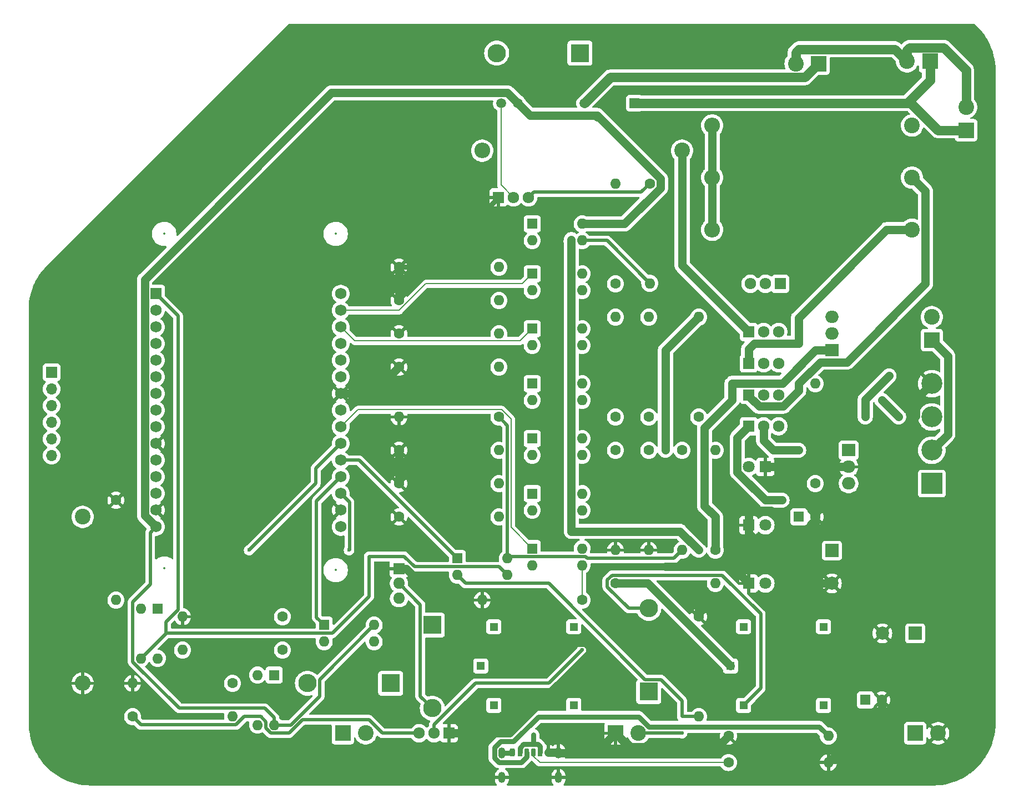
<source format=gtl>
%TF.GenerationSoftware,KiCad,Pcbnew,8.0.3*%
%TF.CreationDate,2024-07-16T18:34:59+05:30*%
%TF.ProjectId,new kicad,6e657720-6b69-4636-9164-2e6b69636164,rev?*%
%TF.SameCoordinates,Original*%
%TF.FileFunction,Copper,L1,Top*%
%TF.FilePolarity,Positive*%
%FSLAX46Y46*%
G04 Gerber Fmt 4.6, Leading zero omitted, Abs format (unit mm)*
G04 Created by KiCad (PCBNEW 8.0.3) date 2024-07-16 18:34:59*
%MOMM*%
%LPD*%
G01*
G04 APERTURE LIST*
G04 Aperture macros list*
%AMRoundRect*
0 Rectangle with rounded corners*
0 $1 Rounding radius*
0 $2 $3 $4 $5 $6 $7 $8 $9 X,Y pos of 4 corners*
0 Add a 4 corners polygon primitive as box body*
4,1,4,$2,$3,$4,$5,$6,$7,$8,$9,$2,$3,0*
0 Add four circle primitives for the rounded corners*
1,1,$1+$1,$2,$3*
1,1,$1+$1,$4,$5*
1,1,$1+$1,$6,$7*
1,1,$1+$1,$8,$9*
0 Add four rect primitives between the rounded corners*
20,1,$1+$1,$2,$3,$4,$5,0*
20,1,$1+$1,$4,$5,$6,$7,0*
20,1,$1+$1,$6,$7,$8,$9,0*
20,1,$1+$1,$8,$9,$2,$3,0*%
G04 Aperture macros list end*
%TA.AperFunction,ComponentPad*%
%ADD10R,1.700000X1.700000*%
%TD*%
%TA.AperFunction,ComponentPad*%
%ADD11O,1.700000X1.700000*%
%TD*%
%TA.AperFunction,ComponentPad*%
%ADD12C,1.600000*%
%TD*%
%TA.AperFunction,ComponentPad*%
%ADD13O,1.600000X1.600000*%
%TD*%
%TA.AperFunction,ComponentPad*%
%ADD14R,1.752600X1.752600*%
%TD*%
%TA.AperFunction,ComponentPad*%
%ADD15C,1.752600*%
%TD*%
%TA.AperFunction,ComponentPad*%
%ADD16R,2.400000X2.400000*%
%TD*%
%TA.AperFunction,ComponentPad*%
%ADD17C,2.400000*%
%TD*%
%TA.AperFunction,ComponentPad*%
%ADD18R,1.600000X1.600000*%
%TD*%
%TA.AperFunction,ComponentPad*%
%ADD19R,2.000000X1.905000*%
%TD*%
%TA.AperFunction,ComponentPad*%
%ADD20O,2.000000X1.905000*%
%TD*%
%TA.AperFunction,ComponentPad*%
%ADD21R,1.800000X1.800000*%
%TD*%
%TA.AperFunction,ComponentPad*%
%ADD22C,1.800000*%
%TD*%
%TA.AperFunction,ComponentPad*%
%ADD23O,2.400000X2.400000*%
%TD*%
%TA.AperFunction,ComponentPad*%
%ADD24R,1.710000X1.800000*%
%TD*%
%TA.AperFunction,ComponentPad*%
%ADD25O,1.710000X1.800000*%
%TD*%
%TA.AperFunction,ComponentPad*%
%ADD26R,3.200000X3.200000*%
%TD*%
%TA.AperFunction,ComponentPad*%
%ADD27C,3.200000*%
%TD*%
%TA.AperFunction,ComponentPad*%
%ADD28R,2.800000X2.800000*%
%TD*%
%TA.AperFunction,ComponentPad*%
%ADD29O,2.800000X2.800000*%
%TD*%
%TA.AperFunction,ComponentPad*%
%ADD30R,1.308000X1.308000*%
%TD*%
%TA.AperFunction,ComponentPad*%
%ADD31R,2.000000X2.000000*%
%TD*%
%TA.AperFunction,ComponentPad*%
%ADD32C,2.000000*%
%TD*%
%TA.AperFunction,ComponentPad*%
%ADD33R,1.800000X1.710000*%
%TD*%
%TA.AperFunction,ComponentPad*%
%ADD34O,1.800000X1.710000*%
%TD*%
%TA.AperFunction,SMDPad,CuDef*%
%ADD35RoundRect,0.175000X-0.175000X-0.425000X0.175000X-0.425000X0.175000X0.425000X-0.175000X0.425000X0*%
%TD*%
%TA.AperFunction,SMDPad,CuDef*%
%ADD36RoundRect,0.190000X0.190000X0.410000X-0.190000X0.410000X-0.190000X-0.410000X0.190000X-0.410000X0*%
%TD*%
%TA.AperFunction,SMDPad,CuDef*%
%ADD37RoundRect,0.200000X0.200000X0.400000X-0.200000X0.400000X-0.200000X-0.400000X0.200000X-0.400000X0*%
%TD*%
%TA.AperFunction,SMDPad,CuDef*%
%ADD38RoundRect,0.175000X0.175000X0.425000X-0.175000X0.425000X-0.175000X-0.425000X0.175000X-0.425000X0*%
%TD*%
%TA.AperFunction,SMDPad,CuDef*%
%ADD39RoundRect,0.190000X-0.190000X-0.410000X0.190000X-0.410000X0.190000X0.410000X-0.190000X0.410000X0*%
%TD*%
%TA.AperFunction,SMDPad,CuDef*%
%ADD40RoundRect,0.200000X-0.200000X-0.400000X0.200000X-0.400000X0.200000X0.400000X-0.200000X0.400000X0*%
%TD*%
%TA.AperFunction,ComponentPad*%
%ADD41O,1.100000X1.700000*%
%TD*%
%TA.AperFunction,ComponentPad*%
%ADD42R,1.508000X1.508000*%
%TD*%
%TA.AperFunction,ComponentPad*%
%ADD43C,1.508000*%
%TD*%
%TA.AperFunction,ViaPad*%
%ADD44C,0.600000*%
%TD*%
%TA.AperFunction,Conductor*%
%ADD45C,1.300000*%
%TD*%
%TA.AperFunction,Conductor*%
%ADD46C,0.800000*%
%TD*%
%TA.AperFunction,Conductor*%
%ADD47C,0.500000*%
%TD*%
%TA.AperFunction,Conductor*%
%ADD48C,0.200000*%
%TD*%
%TA.AperFunction,Conductor*%
%ADD49C,1.400000*%
%TD*%
%ADD50C,0.300000*%
%ADD51C,0.350000*%
%ADD52O,0.600000X1.200000*%
G04 APERTURE END LIST*
D10*
%TO.P,J9,1,Pin_1*%
%TO.N,/SD3*%
X74000000Y-89710000D03*
D11*
%TO.P,J9,2,Pin_2*%
%TO.N,/SD2*%
X74000000Y-92250000D03*
%TO.P,J9,3,Pin_3*%
%TO.N,/SD1*%
X74000000Y-94790000D03*
%TO.P,J9,4,Pin_4*%
%TO.N,/SD0*%
X74000000Y-97330000D03*
%TO.P,J9,5,Pin_5*%
%TO.N,/CMD*%
X74000000Y-99870000D03*
%TO.P,J9,6,Pin_6*%
%TO.N,/CLK*%
X74000000Y-102410000D03*
%TD*%
D12*
%TO.P,R16,1*%
%TO.N,Net-(R16-Pad1)*%
X109220000Y-132080000D03*
D13*
%TO.P,R16,2*%
%TO.N,Net-(Q2-B)*%
X93980000Y-132080000D03*
%TD*%
D14*
%TO.P,U1,1,A0*%
%TO.N,/A0*%
X89916000Y-77724000D03*
D15*
%TO.P,U1,2,RSV1*%
%TO.N,unconnected-(U1-RSV1-Pad2)*%
X89916000Y-80264000D03*
%TO.P,U1,3,RSV2*%
%TO.N,unconnected-(U1-RSV2-Pad3)*%
X89916000Y-82804000D03*
%TO.P,U1,4,SD3*%
%TO.N,/SD3*%
X89916000Y-85344000D03*
%TO.P,U1,5,SD2*%
%TO.N,/SD2*%
X89916000Y-87884000D03*
%TO.P,U1,6,SD1*%
%TO.N,/SD1*%
X89916000Y-90424000D03*
%TO.P,U1,7,CMD*%
%TO.N,/SD0*%
X89916000Y-92964000D03*
%TO.P,U1,8,SD0*%
%TO.N,/CMD*%
X89916000Y-95504000D03*
%TO.P,U1,9,CLK*%
%TO.N,/CLK*%
X89916000Y-98044000D03*
%TO.P,U1,10,GND*%
%TO.N,GND*%
X89916000Y-100584000D03*
%TO.P,U1,11,3V3*%
%TO.N,unconnected-(U1-3V3-Pad11)_1*%
X89916000Y-103124000D03*
%TO.P,U1,12,EN*%
%TO.N,unconnected-(U1-EN-Pad12)*%
X89916000Y-105664000D03*
%TO.P,U1,13,RST*%
%TO.N,unconnected-(U1-RST-Pad13)*%
X89916000Y-108204000D03*
%TO.P,U1,14,GND*%
%TO.N,GND*%
X89916000Y-110744000D03*
%TO.P,U1,15,VIN*%
%TO.N,VCC*%
X89916000Y-113284000D03*
%TO.P,U1,16,3V3*%
%TO.N,unconnected-(U1-3V3-Pad11)_0*%
X118110000Y-113284000D03*
%TO.P,U1,17,GND*%
%TO.N,GND*%
X118110000Y-110744000D03*
%TO.P,U1,18,TX*%
%TO.N,/PSHARE_ON_OFF*%
X118110000Y-108204000D03*
%TO.P,U1,19,RX*%
%TO.N,/POWER_ON_OFF*%
X118110000Y-105664000D03*
%TO.P,U1,20,D8*%
%TO.N,/D8*%
X118110000Y-103124000D03*
%TO.P,U1,21,D7*%
%TO.N,/D7*%
X118110000Y-100584000D03*
%TO.P,U1,22,D6*%
%TO.N,/D6*%
X118110000Y-98044000D03*
%TO.P,U1,23,D5*%
%TO.N,/D5*%
X118110000Y-95504000D03*
%TO.P,U1,24,GND*%
%TO.N,GND*%
X118110000Y-92964000D03*
%TO.P,U1,25,3V3*%
%TO.N,unconnected-(U1-3V3-Pad11)*%
X118110000Y-90424000D03*
%TO.P,U1,26,D4*%
%TO.N,/D4*%
X118110000Y-87884000D03*
%TO.P,U1,27,D3*%
%TO.N,/D3*%
X118110000Y-85344000D03*
%TO.P,U1,28,D2*%
%TO.N,/D2*%
X118110000Y-82804000D03*
%TO.P,U1,29,D1*%
%TO.N,/D1*%
X118110000Y-80264000D03*
%TO.P,U1,30,D0*%
%TO.N,/D0*%
X118110000Y-77724000D03*
%TD*%
D12*
%TO.P,R12,1*%
%TO.N,Net-(R12-Pad1)*%
X109220000Y-127000000D03*
D13*
%TO.P,R12,2*%
%TO.N,GND*%
X93980000Y-127000000D03*
%TD*%
D12*
%TO.P,R13,1*%
%TO.N,Net-(R13-Pad1)*%
X160020000Y-101600000D03*
D13*
%TO.P,R13,2*%
%TO.N,GND*%
X160020000Y-116840000D03*
%TD*%
D16*
%TO.P,J4,1,Pin_1*%
%TO.N,Net-(D5-K)*%
X118420000Y-144780000D03*
D17*
%TO.P,J4,2,Pin_2*%
%TO.N,/C_SENSE*%
X121920000Y-144780000D03*
%TD*%
D12*
%TO.P,R22,1*%
%TO.N,GND*%
X127000000Y-88900000D03*
D13*
%TO.P,R22,2*%
%TO.N,Net-(R22-Pad2)*%
X142240000Y-88900000D03*
%TD*%
D18*
%TO.P,U12,1*%
%TO.N,/POWER_ON_OFF*%
X115580000Y-128265000D03*
D13*
%TO.P,U12,2*%
%TO.N,Net-(R12-Pad1)*%
X115580000Y-130805000D03*
%TO.P,U12,3*%
%TO.N,Net-(R16-Pad1)*%
X123200000Y-130805000D03*
%TO.P,U12,4*%
%TO.N,VCC*%
X123200000Y-128265000D03*
%TD*%
D18*
%TO.P,U9,1*%
%TO.N,/D4*%
X147320000Y-99823000D03*
D13*
%TO.P,U9,2*%
%TO.N,Net-(R5-Pad2)*%
X147320000Y-102363000D03*
%TO.P,U9,3*%
%TO.N,Net-(R13-Pad1)*%
X154940000Y-102363000D03*
%TO.P,U9,4*%
%TO.N,/V_CONTROL*%
X154940000Y-99823000D03*
%TD*%
D12*
%TO.P,R4,1*%
%TO.N,GND*%
X172720000Y-127000000D03*
D13*
%TO.P,R4,2*%
%TO.N,Net-(R4-Pad2)*%
X172720000Y-142240000D03*
%TD*%
D19*
%TO.P,U8,1,ADJ*%
%TO.N,/V_CONTROL*%
X193040000Y-86360000D03*
D20*
%TO.P,U8,2,VO*%
%TO.N,/V_OUT*%
X193040000Y-83820000D03*
%TO.P,U8,3,VI*%
%TO.N,/POW_REG_CON*%
X193040000Y-81280000D03*
%TD*%
D21*
%TO.P,D6,1,K*%
%TO.N,GND*%
X180340000Y-113030000D03*
D22*
%TO.P,D6,2,A*%
%TO.N,Net-(D6-A)*%
X182880000Y-113030000D03*
%TD*%
D17*
%TO.P,R23,1*%
%TO.N,/E1_TO_R*%
X170180000Y-55880000D03*
D23*
%TO.P,R23,2*%
%TO.N,/LOAD+*%
X139700000Y-55880000D03*
%TD*%
D24*
%TO.P,Q7,1,E*%
%TO.N,/E4_TO_R*%
X180340000Y-97940000D03*
D25*
%TO.P,Q7,2,C*%
%TO.N,/POW_IN_CON*%
X182620000Y-97940000D03*
%TO.P,Q7,3,B*%
%TO.N,Net-(Q3-E)*%
X184900000Y-97940000D03*
%TD*%
D12*
%TO.P,R5,1*%
%TO.N,GND*%
X127000000Y-101600000D03*
D13*
%TO.P,R5,2*%
%TO.N,Net-(R5-Pad2)*%
X142240000Y-101600000D03*
%TD*%
D26*
%TO.P,D3,1,+*%
%TO.N,/POW_IN_CON*%
X208280000Y-106680000D03*
D27*
%TO.P,D3,2*%
%TO.N,Net-(J3-Pin_1)*%
X208280000Y-101600000D03*
%TO.P,D3,3*%
%TO.N,VAC*%
X208280000Y-96520000D03*
%TO.P,D3,4,-*%
%TO.N,GND*%
X208280000Y-91440000D03*
%TD*%
D12*
%TO.P,R17,1*%
%TO.N,/V_OUT*%
X170180000Y-101600000D03*
D13*
%TO.P,R17,2*%
%TO.N,/V_SENSE*%
X170180000Y-116840000D03*
%TD*%
D12*
%TO.P,R14,1*%
%TO.N,Net-(R14-Pad1)*%
X165100000Y-101600000D03*
D13*
%TO.P,R14,2*%
%TO.N,GND*%
X165100000Y-116840000D03*
%TD*%
D19*
%TO.P,U5,1,VI*%
%TO.N,/POW_IN_CON*%
X195580000Y-101600000D03*
D20*
%TO.P,U5,2,GND*%
%TO.N,GND*%
X195580000Y-104140000D03*
%TO.P,U5,3,VO*%
%TO.N,/POW_REG_CON*%
X195580000Y-106680000D03*
%TD*%
D12*
%TO.P,R27,1*%
%TO.N,/V_OUT*%
X160020000Y-76200000D03*
D13*
%TO.P,R27,2*%
%TO.N,/150_R*%
X160020000Y-60960000D03*
%TD*%
D17*
%TO.P,R3,1*%
%TO.N,/C_SENSE*%
X78740000Y-111760000D03*
D23*
%TO.P,R3,2*%
%TO.N,GND*%
X78740000Y-137160000D03*
%TD*%
D12*
%TO.P,R6,1*%
%TO.N,GND*%
X127000000Y-106680000D03*
D13*
%TO.P,R6,2*%
%TO.N,Net-(R6-Pad2)*%
X142240000Y-106680000D03*
%TD*%
D12*
%TO.P,R18,1*%
%TO.N,/V_SENSE*%
X142240000Y-96520000D03*
D13*
%TO.P,R18,2*%
%TO.N,GND*%
X127000000Y-96520000D03*
%TD*%
D16*
%TO.P,J7,1,Pin_1*%
%TO.N,/AC+*%
X208000000Y-42250000D03*
D17*
%TO.P,J7,2,Pin_2*%
%TO.N,/AC-*%
X204500000Y-42250000D03*
%TD*%
D28*
%TO.P,D8,1,K*%
%TO.N,VCC*%
X154600000Y-41000000D03*
D29*
%TO.P,D8,2,A*%
%TO.N,/RELAY_AC*%
X141900000Y-41000000D03*
%TD*%
D12*
%TO.P,R20,1*%
%TO.N,GND*%
X127000000Y-78740000D03*
D13*
%TO.P,R20,2*%
%TO.N,Net-(R20-Pad2)*%
X142240000Y-78740000D03*
%TD*%
D24*
%TO.P,Q5,1,E*%
%TO.N,/E2_TO_R*%
X180340000Y-88340000D03*
D25*
%TO.P,Q5,2,C*%
%TO.N,/POW_IN_CON*%
X182620000Y-88340000D03*
%TO.P,Q5,3,B*%
%TO.N,Net-(Q3-E)*%
X184900000Y-88340000D03*
%TD*%
D12*
%TO.P,R9,1*%
%TO.N,/V_OUT*%
X172720000Y-96520000D03*
D13*
%TO.P,R9,2*%
%TO.N,Net-(D6-A)*%
X172720000Y-81280000D03*
%TD*%
D12*
%TO.P,R25,1*%
%TO.N,/LOAD+*%
X160020000Y-121920000D03*
D13*
%TO.P,R25,2*%
%TO.N,Net-(D7-A)*%
X175260000Y-121920000D03*
%TD*%
D17*
%TO.P,R26,1*%
%TO.N,/E3_TO_R*%
X205250000Y-60000000D03*
D23*
%TO.P,R26,2*%
%TO.N,/LOAD+*%
X174770000Y-60000000D03*
%TD*%
D18*
%TO.P,U14,1*%
%TO.N,/D1*%
X147320000Y-74674000D03*
D13*
%TO.P,U14,2*%
%TO.N,Net-(R20-Pad2)*%
X147320000Y-77214000D03*
%TO.P,U14,3*%
%TO.N,/CURRENT_CONTROL*%
X154940000Y-77214000D03*
%TO.P,U14,4*%
%TO.N,/150_R*%
X154940000Y-74674000D03*
%TD*%
D12*
%TO.P,R11,1*%
%TO.N,/V_CONTROL*%
X175260000Y-116840000D03*
D13*
%TO.P,R11,2*%
%TO.N,/V_OUT*%
X175260000Y-101600000D03*
%TD*%
D12*
%TO.P,R33,1*%
%TO.N,Net-(J6-CC2)*%
X177260000Y-149250000D03*
D13*
%TO.P,R33,2*%
%TO.N,GND*%
X192500000Y-149250000D03*
%TD*%
D12*
%TO.P,R30,1*%
%TO.N,/V_OUT*%
X165100000Y-96520000D03*
D13*
%TO.P,R30,2*%
%TO.N,/5k_R*%
X165100000Y-81280000D03*
%TD*%
D12*
%TO.P,R21,1*%
%TO.N,GND*%
X127000000Y-83820000D03*
D13*
%TO.P,R21,2*%
%TO.N,Net-(R21-Pad2)*%
X142240000Y-83820000D03*
%TD*%
D18*
%TO.P,U15,1*%
%TO.N,/D2*%
X147320000Y-83057000D03*
D13*
%TO.P,U15,2*%
%TO.N,Net-(R21-Pad2)*%
X147320000Y-85597000D03*
%TO.P,U15,3*%
%TO.N,/CURRENT_CONTROL*%
X154940000Y-85597000D03*
%TO.P,U15,4*%
%TO.N,/3k_R*%
X154940000Y-83057000D03*
%TD*%
D18*
%TO.P,U11,1*%
%TO.N,/D6*%
X147320000Y-116589000D03*
D13*
%TO.P,U11,2*%
%TO.N,Net-(R7-Pad2)*%
X147320000Y-119129000D03*
%TO.P,U11,3*%
%TO.N,Net-(R15-Pad1)*%
X154940000Y-119129000D03*
%TO.P,U11,4*%
%TO.N,/V_CONTROL*%
X154940000Y-116589000D03*
%TD*%
D18*
%TO.P,U13,1*%
%TO.N,/D0*%
X147320000Y-67054000D03*
D13*
%TO.P,U13,2*%
%TO.N,Net-(R19-Pad2)*%
X147320000Y-69594000D03*
%TO.P,U13,3*%
%TO.N,Net-(R28-Pad2)*%
X154940000Y-69594000D03*
%TO.P,U13,4*%
%TO.N,VCC*%
X154940000Y-67054000D03*
%TD*%
D12*
%TO.P,R1,1*%
%TO.N,/POW_IN_CON*%
X190500000Y-106680000D03*
D13*
%TO.P,R1,2*%
%TO.N,Net-(D4-A)*%
X190500000Y-91440000D03*
%TD*%
D12*
%TO.P,R32,1*%
%TO.N,GND*%
X177260000Y-145200000D03*
D13*
%TO.P,R32,2*%
%TO.N,Net-(J6-CC1)*%
X192500000Y-145200000D03*
%TD*%
D12*
%TO.P,R2,1*%
%TO.N,GND*%
X83820000Y-109220000D03*
D13*
%TO.P,R2,2*%
%TO.N,Net-(R2-Pad2)*%
X83820000Y-124460000D03*
%TD*%
D18*
%TO.P,C3,1*%
%TO.N,/V_OUT*%
X188000000Y-111760000D03*
D12*
%TO.P,C3,2*%
%TO.N,GND*%
X190500000Y-111760000D03*
%TD*%
%TO.P,R7,1*%
%TO.N,GND*%
X127000000Y-111760000D03*
D13*
%TO.P,R7,2*%
%TO.N,Net-(R7-Pad2)*%
X142240000Y-111760000D03*
%TD*%
D16*
%TO.P,J2,1,Pin_1*%
%TO.N,/ACL+*%
X191000000Y-42600000D03*
D17*
%TO.P,J2,2,Pin_2*%
%TO.N,/AC-*%
X187500000Y-42600000D03*
%TD*%
D16*
%TO.P,J1,1,Pin_1*%
%TO.N,GND*%
X160020000Y-144780000D03*
D17*
%TO.P,J1,2,Pin_2*%
%TO.N,VCC*%
X163520000Y-144780000D03*
%TD*%
D24*
%TO.P,Q6,1,E*%
%TO.N,/E3_TO_R*%
X180340000Y-93140000D03*
D25*
%TO.P,Q6,2,C*%
%TO.N,/POW_IN_CON*%
X182620000Y-93140000D03*
%TO.P,Q6,3,B*%
%TO.N,Net-(Q3-E)*%
X184900000Y-93140000D03*
%TD*%
D18*
%TO.P,U16,1*%
%TO.N,/D3*%
X147320000Y-91440000D03*
D13*
%TO.P,U16,2*%
%TO.N,Net-(R22-Pad2)*%
X147320000Y-93980000D03*
%TO.P,U16,3*%
%TO.N,/CURRENT_CONTROL*%
X154940000Y-93980000D03*
%TO.P,U16,4*%
%TO.N,/5k_R*%
X154940000Y-91440000D03*
%TD*%
D12*
%TO.P,R15,1*%
%TO.N,Net-(R15-Pad1)*%
X154940000Y-124460000D03*
D13*
%TO.P,R15,2*%
%TO.N,GND*%
X139700000Y-124460000D03*
%TD*%
D30*
%TO.P,U2,P$1*%
%TO.N,VCC*%
X141463250Y-128526750D03*
%TO.P,U2,P$2*%
%TO.N,/LOAD+*%
X139463250Y-134526750D03*
%TO.P,U2,P$3*%
%TO.N,/RELAY_IN*%
X141463250Y-140526750D03*
%TO.P,U2,P$4*%
%TO.N,Net-(D5-K)*%
X153663250Y-140526750D03*
%TO.P,U2,P$5*%
%TO.N,unconnected-(U2-PadP$5)*%
X153663250Y-128526750D03*
%TD*%
D21*
%TO.P,D4,1,K*%
%TO.N,GND*%
X182880000Y-104140000D03*
D22*
%TO.P,D4,2,A*%
%TO.N,Net-(D4-A)*%
X180340000Y-104140000D03*
%TD*%
D30*
%TO.P,U3,P$1*%
%TO.N,VCC*%
X179563250Y-128526750D03*
%TO.P,U3,P$2*%
%TO.N,/LOAD+*%
X177563250Y-134526750D03*
%TO.P,U3,P$3*%
%TO.N,/RELAY1_IN*%
X179563250Y-140526750D03*
%TO.P,U3,P$4*%
%TO.N,Net-(J5-Pin_1)*%
X191763250Y-140526750D03*
%TO.P,U3,P$5*%
%TO.N,unconnected-(U3-PadP$5)*%
X191763250Y-128526750D03*
%TD*%
D21*
%TO.P,D7,1,K*%
%TO.N,GND*%
X180340000Y-121920000D03*
D22*
%TO.P,D7,2,A*%
%TO.N,Net-(D7-A)*%
X182880000Y-121920000D03*
%TD*%
D24*
%TO.P,Q4,1,E*%
%TO.N,/E1_TO_R*%
X180340000Y-83540000D03*
D25*
%TO.P,Q4,2,C*%
%TO.N,/POW_IN_CON*%
X182620000Y-83540000D03*
%TO.P,Q4,3,B*%
%TO.N,Net-(Q3-E)*%
X184900000Y-83540000D03*
%TD*%
D18*
%TO.P,U7,1*%
%TO.N,/PSHARE_ON_OFF*%
X107955000Y-135900000D03*
D13*
%TO.P,U7,2*%
%TO.N,Net-(R8-Pad1)*%
X105415000Y-135900000D03*
%TO.P,U7,3*%
%TO.N,Net-(R10-Pad2)*%
X105415000Y-143520000D03*
%TO.P,U7,4*%
%TO.N,VCC*%
X107955000Y-143520000D03*
%TD*%
D12*
%TO.P,R28,1*%
%TO.N,Net-(Q8-B)*%
X165250000Y-60880000D03*
D13*
%TO.P,R28,2*%
%TO.N,Net-(R28-Pad2)*%
X165250000Y-76120000D03*
%TD*%
D28*
%TO.P,D1,1,K*%
%TO.N,VCC*%
X132080000Y-128270000D03*
D29*
%TO.P,D1,2,A*%
%TO.N,/RELAY_IN*%
X132080000Y-140970000D03*
%TD*%
D24*
%TO.P,Q3,1,E*%
%TO.N,Net-(Q3-E)*%
X185160000Y-76200000D03*
D25*
%TO.P,Q3,2,C*%
%TO.N,/V_OUT*%
X182880000Y-76200000D03*
%TO.P,Q3,3,B*%
%TO.N,/CURRENT_CONTROL*%
X180600000Y-76200000D03*
%TD*%
D31*
%TO.P,C2,1*%
%TO.N,/POW_REG_CON*%
X193040000Y-116920000D03*
D32*
%TO.P,C2,2*%
%TO.N,GND*%
X193040000Y-121920000D03*
%TD*%
D31*
%TO.P,C1,1*%
%TO.N,/POW_IN_CON*%
X205740000Y-129540000D03*
D32*
%TO.P,C1,2*%
%TO.N,GND*%
X200740000Y-129540000D03*
%TD*%
D17*
%TO.P,R31,1*%
%TO.N,/E4_TO_R*%
X205250000Y-52050000D03*
D23*
%TO.P,R31,2*%
%TO.N,/LOAD+*%
X174770000Y-52050000D03*
%TD*%
D16*
%TO.P,J3,1,Pin_1*%
%TO.N,Net-(J3-Pin_1)*%
X208280000Y-84780000D03*
D17*
%TO.P,J3,2,Pin_2*%
%TO.N,VAC*%
X208280000Y-81280000D03*
%TD*%
D24*
%TO.P,Q1,1,E*%
%TO.N,GND*%
X134620000Y-144780000D03*
D25*
%TO.P,Q1,2,C*%
%TO.N,/RELAY1_IN*%
X132340000Y-144780000D03*
%TO.P,Q1,3,B*%
%TO.N,Net-(Q1-B)*%
X130060000Y-144780000D03*
%TD*%
D33*
%TO.P,Q2,1,E*%
%TO.N,GND*%
X127000000Y-119640000D03*
D34*
%TO.P,Q2,2,C*%
%TO.N,/RELAY_IN*%
X127000000Y-121920000D03*
%TO.P,Q2,3,B*%
%TO.N,Net-(Q2-B)*%
X127000000Y-124200000D03*
%TD*%
D12*
%TO.P,R19,1*%
%TO.N,GND*%
X127000000Y-73660000D03*
D13*
%TO.P,R19,2*%
%TO.N,Net-(R19-Pad2)*%
X142240000Y-73660000D03*
%TD*%
D12*
%TO.P,R10,1*%
%TO.N,Net-(Q1-B)*%
X86360000Y-142240000D03*
D13*
%TO.P,R10,2*%
%TO.N,Net-(R10-Pad2)*%
X101600000Y-142240000D03*
%TD*%
D18*
%TO.P,U4,1*%
%TO.N,/D7*%
X90175000Y-125740000D03*
D13*
%TO.P,U4,2*%
%TO.N,Net-(R2-Pad2)*%
X87635000Y-125740000D03*
%TO.P,U4,3*%
%TO.N,/A0*%
X87635000Y-133360000D03*
%TO.P,U4,4*%
%TO.N,/C_SENSE*%
X90175000Y-133360000D03*
%TD*%
D18*
%TO.P,C4,1*%
%TO.N,/LOAD+*%
X198160000Y-139700000D03*
D12*
%TO.P,C4,2*%
%TO.N,GND*%
X200660000Y-139700000D03*
%TD*%
D18*
%TO.P,U6,1*%
%TO.N,/D8*%
X135900000Y-118105000D03*
D13*
%TO.P,U6,2*%
%TO.N,Net-(R4-Pad2)*%
X135900000Y-120645000D03*
%TO.P,U6,3*%
%TO.N,/A0*%
X143520000Y-120645000D03*
%TO.P,U6,4*%
%TO.N,/V_SENSE*%
X143520000Y-118105000D03*
%TD*%
D12*
%TO.P,R8,1*%
%TO.N,Net-(R8-Pad1)*%
X101600000Y-137160000D03*
D13*
%TO.P,R8,2*%
%TO.N,GND*%
X86360000Y-137160000D03*
%TD*%
D35*
%TO.P,J6,A5,CC1*%
%TO.N,Net-(J6-CC1)*%
X146500000Y-147670000D03*
D36*
%TO.P,J6,A9,VBUS*%
%TO.N,VCC*%
X148520000Y-147670000D03*
D37*
%TO.P,J6,A12,GND*%
%TO.N,GND*%
X149750000Y-147670000D03*
D38*
%TO.P,J6,B5,CC2*%
%TO.N,Net-(J6-CC2)*%
X147500000Y-147670000D03*
D39*
%TO.P,J6,B9,VBUS*%
%TO.N,VCC*%
X145480000Y-147670000D03*
D40*
%TO.P,J6,B12,GND*%
%TO.N,GND*%
X144250000Y-147670000D03*
D41*
%TO.P,J6,S1,SHIELD*%
X142680000Y-147750000D03*
X142680000Y-151550000D03*
X151320000Y-147750000D03*
X151320000Y-151550000D03*
%TD*%
D12*
%TO.P,R29,1*%
%TO.N,/V_OUT*%
X160020000Y-96520000D03*
D13*
%TO.P,R29,2*%
%TO.N,/3k_R*%
X160020000Y-81280000D03*
%TD*%
D17*
%TO.P,R24,1*%
%TO.N,/E2_TO_R*%
X205250000Y-67950000D03*
D23*
%TO.P,R24,2*%
%TO.N,/LOAD+*%
X174770000Y-67950000D03*
%TD*%
D24*
%TO.P,Q8,1,E*%
%TO.N,GND*%
X142190000Y-63000000D03*
D25*
%TO.P,Q8,2,C*%
%TO.N,/RELAY_AC*%
X144470000Y-63000000D03*
%TO.P,Q8,3,B*%
%TO.N,Net-(Q8-B)*%
X146750000Y-63000000D03*
%TD*%
D28*
%TO.P,D5,1,K*%
%TO.N,Net-(D5-K)*%
X125730000Y-137160000D03*
D29*
%TO.P,D5,2,A*%
%TO.N,/C_SENSE*%
X113030000Y-137160000D03*
%TD*%
D16*
%TO.P,J8,1,Pin_1*%
%TO.N,/AC+*%
X213500000Y-52750000D03*
D17*
%TO.P,J8,2,Pin_2*%
%TO.N,/AC-*%
X213500000Y-49250000D03*
%TD*%
D42*
%TO.P,K1,1*%
%TO.N,/AC+*%
X162910000Y-48650000D03*
D43*
%TO.P,K1,2*%
%TO.N,/ACL+*%
X155290000Y-48650000D03*
%TO.P,K1,3*%
%TO.N,VCC*%
X145130000Y-48650000D03*
%TO.P,K1,4*%
%TO.N,/RELAY_AC*%
X142590000Y-48650000D03*
%TD*%
D16*
%TO.P,J5,1,Pin_1*%
%TO.N,Net-(J5-Pin_1)*%
X205740000Y-144780000D03*
D17*
%TO.P,J5,2,Pin_2*%
%TO.N,GND*%
X209240000Y-144780000D03*
%TD*%
D18*
%TO.P,U10,1*%
%TO.N,/D5*%
X147320000Y-108206000D03*
D13*
%TO.P,U10,2*%
%TO.N,Net-(R6-Pad2)*%
X147320000Y-110746000D03*
%TO.P,U10,3*%
%TO.N,Net-(R14-Pad1)*%
X154940000Y-110746000D03*
%TO.P,U10,4*%
%TO.N,/V_CONTROL*%
X154940000Y-108206000D03*
%TD*%
D28*
%TO.P,D2,1,K*%
%TO.N,VCC*%
X165100000Y-138430000D03*
D29*
%TO.P,D2,2,A*%
%TO.N,/RELAY1_IN*%
X165100000Y-125730000D03*
%TD*%
D44*
%TO.N,GND*%
X118437500Y-54750000D03*
X107750000Y-68250000D03*
X123500000Y-57000000D03*
X200660000Y-101600000D03*
X77875000Y-79750000D03*
X79625000Y-100250000D03*
X81312500Y-100250000D03*
X125875000Y-41000000D03*
X109937500Y-72500000D03*
X122500000Y-38750000D03*
X81250000Y-79750000D03*
X172720000Y-124460000D03*
X76187500Y-79750000D03*
X127562500Y-38750000D03*
X82937500Y-77500000D03*
X118437500Y-57000000D03*
X124187500Y-38750000D03*
X123500000Y-54750000D03*
X121812500Y-54750000D03*
X116750000Y-57000000D03*
X77875000Y-77500000D03*
X81250000Y-77500000D03*
X127562500Y-41000000D03*
X107625000Y-72500000D03*
X116750000Y-54750000D03*
X110000000Y-68250000D03*
X79562500Y-79750000D03*
X82937500Y-79750000D03*
X122500000Y-41000000D03*
X120125000Y-54750000D03*
X105250000Y-72500000D03*
X84687500Y-100250000D03*
X77937500Y-102500000D03*
X81312500Y-102500000D03*
X83000000Y-102500000D03*
X76187500Y-77500000D03*
X103000000Y-72500000D03*
X121812500Y-57000000D03*
X105250000Y-68250000D03*
X112250000Y-72500000D03*
X129250000Y-41000000D03*
X185420000Y-106680000D03*
X167640000Y-119380000D03*
X79562500Y-77500000D03*
X120125000Y-57000000D03*
X77937500Y-100250000D03*
X112250000Y-68250000D03*
X124187500Y-41000000D03*
X125875000Y-38750000D03*
X103062500Y-68250000D03*
X129250000Y-38750000D03*
X83000000Y-100250000D03*
X79625000Y-102500000D03*
X84687500Y-102500000D03*
%TO.N,/POW_IN_CON*%
X187960000Y-101600000D03*
%TO.N,/POW_REG_CON*%
X203200000Y-96520000D03*
X200660000Y-93980000D03*
%TO.N,VCC*%
X170180000Y-144780000D03*
X157250000Y-50750000D03*
X147500000Y-145000000D03*
%TO.N,/LOAD+*%
X172720000Y-116840000D03*
X153250000Y-69750000D03*
%TO.N,/RELAY1_IN*%
X154940000Y-132080000D03*
%TO.N,/E4_TO_R*%
X185420000Y-109220000D03*
X198120000Y-96520000D03*
X201750000Y-90250000D03*
%TO.N,Net-(D6-A)*%
X167640000Y-101600000D03*
%TO.N,/D7*%
X104140000Y-116840000D03*
%TO.N,/PSHARE_ON_OFF*%
X119380000Y-116840000D03*
%TD*%
D45*
%TO.N,GND*%
X156090000Y-131603654D02*
X156090000Y-132556346D01*
X180340000Y-113030000D02*
X180340000Y-110830000D01*
X180340000Y-110830000D02*
X183770000Y-110830000D01*
X118110000Y-92964000D02*
X122936000Y-92964000D01*
X122936000Y-92964000D02*
X127000000Y-88900000D01*
X151240000Y-147670000D02*
X151320000Y-147750000D01*
X162070000Y-146830000D02*
X160020000Y-144780000D01*
X139389366Y-130930000D02*
X155416346Y-130930000D01*
X127000000Y-119640000D02*
X128099366Y-119640000D01*
X128099366Y-119640000D02*
X139389366Y-130930000D01*
X205830000Y-96430000D02*
X205830000Y-93890000D01*
X156090000Y-132556346D02*
X143866346Y-144780000D01*
D46*
X127000000Y-73660000D02*
X131530000Y-73660000D01*
D45*
X185420000Y-119380000D02*
X187960000Y-121920000D01*
X189091370Y-114300000D02*
X190500000Y-112891370D01*
X127000000Y-73660000D02*
X127000000Y-78740000D01*
X183770000Y-110830000D02*
X187240000Y-114300000D01*
X143866346Y-144780000D02*
X134620000Y-144780000D01*
X149750000Y-147670000D02*
X151240000Y-147670000D01*
X127000000Y-101600000D02*
X127000000Y-106680000D01*
X175630000Y-146830000D02*
X162070000Y-146830000D01*
X185420000Y-106680000D02*
X186551370Y-106680000D01*
D46*
X142760000Y-147670000D02*
X142680000Y-147750000D01*
D45*
X151320000Y-147750000D02*
X157050000Y-147750000D01*
X157050000Y-147750000D02*
X160020000Y-144780000D01*
X177260000Y-145200000D02*
X175630000Y-146830000D01*
X155416346Y-130930000D02*
X156090000Y-131603654D01*
X180340000Y-121920000D02*
X177800000Y-119380000D01*
X200660000Y-101600000D02*
X205830000Y-96430000D01*
X187240000Y-114300000D02*
X189091370Y-114300000D01*
X177800000Y-119380000D02*
X172720000Y-119380000D01*
X172720000Y-124460000D02*
X172720000Y-127000000D01*
X190500000Y-110628630D02*
X190500000Y-111760000D01*
X172720000Y-119380000D02*
X167640000Y-119380000D01*
X182880000Y-104140000D02*
X195580000Y-104140000D01*
X187960000Y-121920000D02*
X193040000Y-121920000D01*
X180340000Y-114300000D02*
X185420000Y-119380000D01*
X190500000Y-112891370D02*
X190500000Y-111760000D01*
X205830000Y-93890000D02*
X208280000Y-91440000D01*
D46*
X144170000Y-147750000D02*
X144250000Y-147670000D01*
D45*
X186551370Y-106680000D02*
X190500000Y-110628630D01*
D46*
X131530000Y-73660000D02*
X142190000Y-63000000D01*
D45*
X192500000Y-149250000D02*
X200660000Y-141090000D01*
X180340000Y-113030000D02*
X180340000Y-114300000D01*
X200660000Y-141090000D02*
X200660000Y-139700000D01*
D46*
X142680000Y-147750000D02*
X144170000Y-147750000D01*
D45*
%TO.N,/POW_IN_CON*%
X187960000Y-101600000D02*
X184080000Y-101600000D01*
X182620000Y-100140000D02*
X182620000Y-97940000D01*
X184080000Y-101600000D02*
X182620000Y-100140000D01*
%TO.N,/POW_REG_CON*%
X200660000Y-93980000D02*
X203200000Y-96520000D01*
D47*
%TO.N,/RELAY_IN*%
X127000000Y-121920000D02*
X130230000Y-125150000D01*
X130230000Y-125150000D02*
X130230000Y-139120000D01*
X130230000Y-139120000D02*
X132080000Y-140970000D01*
%TO.N,VCC*%
X114880000Y-136585000D02*
X114880000Y-139120000D01*
D46*
X145480000Y-146989136D02*
X145999136Y-146470000D01*
D47*
X170180000Y-144780000D02*
X163520000Y-144780000D01*
D45*
X146980000Y-50500000D02*
X145130000Y-48650000D01*
D47*
X89039700Y-122089983D02*
X86385000Y-124744683D01*
D45*
X157250000Y-50546547D02*
X157203453Y-50500000D01*
X157453453Y-50750000D02*
X157250000Y-50750000D01*
X88189700Y-111557700D02*
X89916000Y-113284000D01*
X166900000Y-60196547D02*
X157453453Y-50750000D01*
X157203453Y-50500000D02*
X146980000Y-50500000D01*
D46*
X145999136Y-146470000D02*
X147500000Y-146470000D01*
D47*
X107955000Y-142388630D02*
X107955000Y-143520000D01*
D46*
X147500000Y-146470000D02*
X147500000Y-145000000D01*
D45*
X154940000Y-67054000D02*
X161409453Y-67054000D01*
D47*
X106536370Y-140970000D02*
X107955000Y-142388630D01*
X89916000Y-113284000D02*
X89039700Y-114160300D01*
X110480000Y-143520000D02*
X107955000Y-143520000D01*
X89039700Y-114160300D02*
X89039700Y-122089983D01*
D45*
X166900000Y-61563453D02*
X166900000Y-60196547D01*
D46*
X148500000Y-146800000D02*
X148500000Y-147670000D01*
D47*
X123200000Y-128265000D02*
X114880000Y-136585000D01*
D45*
X88189700Y-75560300D02*
X88189700Y-111557700D01*
D47*
X114880000Y-139120000D02*
X110480000Y-143520000D01*
D46*
X147500000Y-146470000D02*
X148170000Y-146470000D01*
X145480000Y-147670000D02*
X145480000Y-146989136D01*
D45*
X157250000Y-50750000D02*
X157250000Y-50546547D01*
D47*
X86385000Y-124744683D02*
X86385000Y-133877767D01*
D46*
X148170000Y-146470000D02*
X148500000Y-146800000D01*
D45*
X161409453Y-67054000D02*
X166900000Y-61563453D01*
X145130000Y-48650000D02*
X143526000Y-47046000D01*
D47*
X93477233Y-140970000D02*
X106536370Y-140970000D01*
D45*
X116704000Y-47046000D02*
X88189700Y-75560300D01*
X143526000Y-47046000D02*
X116704000Y-47046000D01*
D47*
X86385000Y-133877767D02*
X93477233Y-140970000D01*
D45*
%TO.N,/LOAD+*%
X174770000Y-67950000D02*
X174770000Y-60000000D01*
X177563250Y-134526750D02*
X164956500Y-121920000D01*
X153290000Y-69710000D02*
X153250000Y-69750000D01*
X153290000Y-69790000D02*
X153290000Y-113972453D01*
X153290000Y-69470000D02*
X153290000Y-69710000D01*
X153290000Y-113972453D02*
X169852453Y-113972453D01*
X174770000Y-52050000D02*
X174770000Y-60000000D01*
X153250000Y-69750000D02*
X153290000Y-69790000D01*
X164956500Y-121920000D02*
X160020000Y-121920000D01*
X169852453Y-113972453D02*
X172720000Y-116840000D01*
D47*
%TO.N,/RELAY1_IN*%
X132340000Y-144780000D02*
X132340000Y-143470000D01*
X132340000Y-143470000D02*
X138650000Y-137160000D01*
X182167250Y-126567115D02*
X176270135Y-120670000D01*
X138650000Y-137160000D02*
X149860000Y-137160000D01*
X159502233Y-120670000D02*
X158770000Y-121402233D01*
X162062233Y-125730000D02*
X165100000Y-125730000D01*
X179563250Y-140526750D02*
X182167250Y-137922750D01*
X149860000Y-137160000D02*
X154940000Y-132080000D01*
X182167250Y-137922750D02*
X182167250Y-126567115D01*
X158770000Y-121402233D02*
X158770000Y-122437767D01*
X158770000Y-122437767D02*
X162062233Y-125730000D01*
X176270135Y-120670000D02*
X159502233Y-120670000D01*
D48*
%TO.N,/RELAY_AC*%
X142590000Y-48650000D02*
X142590000Y-61120000D01*
X142590000Y-61120000D02*
X144470000Y-63000000D01*
D45*
%TO.N,/E1_TO_R*%
X170180000Y-55880000D02*
X170180000Y-73380000D01*
X170180000Y-73380000D02*
X180340000Y-83540000D01*
%TO.N,/E2_TO_R*%
X181190000Y-85290000D02*
X187960000Y-85290000D01*
X180340000Y-86140000D02*
X181190000Y-85290000D01*
X201378680Y-67950000D02*
X205250000Y-67950000D01*
X180340000Y-88340000D02*
X180340000Y-86140000D01*
X187960000Y-85290000D02*
X187960000Y-81368680D01*
X187960000Y-81368680D02*
X201378680Y-67950000D01*
%TO.N,/E3_TO_R*%
X187960000Y-91440000D02*
X187960000Y-92536234D01*
X187960000Y-92536234D02*
X185606234Y-94890000D01*
X207300000Y-76200000D02*
X207300000Y-62050000D01*
X195337500Y-88162500D02*
X207300000Y-76200000D01*
X187960000Y-91440000D02*
X191237500Y-88162500D01*
X191237500Y-88162500D02*
X195337500Y-88162500D01*
X205250000Y-60000000D02*
X205395000Y-59855000D01*
X180340000Y-93316234D02*
X180340000Y-93140000D01*
X181913766Y-94890000D02*
X180340000Y-93316234D01*
X207300000Y-62050000D02*
X205250000Y-60000000D01*
X185606234Y-94890000D02*
X181913766Y-94890000D01*
%TO.N,/E4_TO_R*%
X198120000Y-93880000D02*
X198120000Y-96520000D01*
X178590000Y-104930000D02*
X182880000Y-109220000D01*
X182880000Y-109220000D02*
X185420000Y-109220000D01*
X180340000Y-97940000D02*
X178590000Y-99690000D01*
X201750000Y-90250000D02*
X198120000Y-93880000D01*
X178590000Y-99690000D02*
X178590000Y-104930000D01*
%TO.N,Net-(D6-A)*%
X167640000Y-86360000D02*
X172720000Y-81280000D01*
X167640000Y-101600000D02*
X167640000Y-86360000D01*
D47*
%TO.N,Net-(R4-Pad2)*%
X170180000Y-139810000D02*
X166950000Y-136580000D01*
X135900000Y-120645000D02*
X137150000Y-121895000D01*
X164520000Y-136580000D02*
X149835000Y-121895000D01*
X170180000Y-142240000D02*
X170180000Y-139810000D01*
X166950000Y-136580000D02*
X164520000Y-136580000D01*
X170180000Y-142240000D02*
X172720000Y-142240000D01*
X137150000Y-121895000D02*
X149835000Y-121895000D01*
D45*
%TO.N,/V_CONTROL*%
X177800000Y-93980000D02*
X177800000Y-91440000D01*
X173610000Y-110110000D02*
X173610000Y-98170000D01*
X173610000Y-98170000D02*
X177800000Y-93980000D01*
X177800000Y-91440000D02*
X177850000Y-91390000D01*
X175260000Y-111760000D02*
X173610000Y-110110000D01*
X185470000Y-91390000D02*
X190500000Y-86360000D01*
X190500000Y-86360000D02*
X193040000Y-86360000D01*
X175260000Y-116840000D02*
X175260000Y-111760000D01*
X177850000Y-91390000D02*
X185470000Y-91390000D01*
D47*
%TO.N,Net-(Q1-B)*%
X110219950Y-144770000D02*
X107437233Y-144770000D01*
X103367767Y-142240000D02*
X102117767Y-143490000D01*
X107437233Y-144770000D02*
X106680000Y-144012767D01*
X122414975Y-142734975D02*
X112254975Y-142734975D01*
X124460000Y-144780000D02*
X122414975Y-142734975D01*
X87610000Y-143490000D02*
X86360000Y-142240000D01*
X112254975Y-142734975D02*
X110219950Y-144770000D01*
X102117767Y-143490000D02*
X87610000Y-143490000D01*
X130060000Y-144780000D02*
X124460000Y-144780000D01*
X106680000Y-143017233D02*
X105902767Y-142240000D01*
X105902767Y-142240000D02*
X103367767Y-142240000D01*
X106680000Y-144012767D02*
X106680000Y-143017233D01*
%TO.N,/V_SENSE*%
X143786000Y-117839000D02*
X143520000Y-118105000D01*
X155708767Y-118090000D02*
X155457767Y-117839000D01*
X142240000Y-96520000D02*
X143520000Y-97800000D01*
X143520000Y-97800000D02*
X143520000Y-118105000D01*
X168930000Y-118090000D02*
X155708767Y-118090000D01*
X155457767Y-117839000D02*
X143786000Y-117839000D01*
X170180000Y-116840000D02*
X168930000Y-118090000D01*
%TO.N,Net-(Q8-B)*%
X147540000Y-62210000D02*
X163920000Y-62210000D01*
X146750000Y-63000000D02*
X147540000Y-62210000D01*
X163920000Y-62210000D02*
X165250000Y-60880000D01*
%TO.N,Net-(R28-Pad2)*%
X154940000Y-69594000D02*
X158724000Y-69594000D01*
X158724000Y-69594000D02*
X165250000Y-76120000D01*
D49*
%TO.N,/ACL+*%
X191000000Y-42600000D02*
X188900000Y-44700000D01*
X159240000Y-44700000D02*
X155290000Y-48650000D01*
X188900000Y-44700000D02*
X159240000Y-44700000D01*
D48*
%TO.N,/D6*%
X142695635Y-95420000D02*
X120734000Y-95420000D01*
X144070000Y-96794365D02*
X142695635Y-95420000D01*
X147320000Y-116589000D02*
X144070000Y-113339000D01*
X144070000Y-113339000D02*
X144070000Y-96794365D01*
X120734000Y-95420000D02*
X118110000Y-98044000D01*
D47*
%TO.N,/D7*%
X114300000Y-106680000D02*
X114300000Y-104394000D01*
X104140000Y-116840000D02*
X114300000Y-106680000D01*
X114300000Y-104394000D02*
X118110000Y-100584000D01*
%TO.N,/POWER_ON_OFF*%
X114427000Y-109347000D02*
X114427000Y-127112000D01*
X114427000Y-109347000D02*
X118110000Y-105664000D01*
X114427000Y-127112000D02*
X115580000Y-128265000D01*
%TO.N,/D8*%
X120919000Y-103124000D02*
X135900000Y-118105000D01*
X118110000Y-103124000D02*
X120919000Y-103124000D01*
%TO.N,/A0*%
X93286000Y-125926233D02*
X91447500Y-127764733D01*
X91455000Y-129540000D02*
X91447500Y-129547500D01*
X89916000Y-77724000D02*
X93286000Y-81094000D01*
X127803000Y-117788000D02*
X122417848Y-117788000D01*
X122417848Y-117788000D02*
X122417848Y-123927152D01*
X129395000Y-119380000D02*
X127803000Y-117788000D01*
X93286000Y-81094000D02*
X93286000Y-125926233D01*
X116805000Y-129540000D02*
X91455000Y-129540000D01*
X122417848Y-123927152D02*
X116805000Y-129540000D01*
X143520000Y-120645000D02*
X142255000Y-119380000D01*
X142255000Y-119380000D02*
X129395000Y-119380000D01*
X91447500Y-129547500D02*
X87635000Y-133360000D01*
X91447500Y-127764733D02*
X91447500Y-129547500D01*
D48*
%TO.N,/D1*%
X145794000Y-76200000D02*
X147320000Y-74674000D01*
X118110000Y-80264000D02*
X127031635Y-80264000D01*
X127031635Y-80264000D02*
X131095635Y-76200000D01*
X131095635Y-76200000D02*
X145794000Y-76200000D01*
%TO.N,/D2*%
X145457000Y-84920000D02*
X120226000Y-84920000D01*
X120226000Y-84920000D02*
X118110000Y-82804000D01*
X147320000Y-83057000D02*
X145457000Y-84920000D01*
D47*
%TO.N,/PSHARE_ON_OFF*%
X119436300Y-116783700D02*
X119436300Y-109530300D01*
X119436300Y-109530300D02*
X118110000Y-108204000D01*
X119380000Y-116840000D02*
X119436300Y-116783700D01*
D46*
%TO.N,Net-(J6-CC1)*%
X191100000Y-143800000D02*
X192500000Y-145200000D01*
X141530000Y-148526346D02*
X141530000Y-146973654D01*
X146500000Y-147670000D02*
X146500000Y-148372494D01*
X142473654Y-146030000D02*
X144470000Y-146030000D01*
X146500000Y-148372494D02*
X145672494Y-149200000D01*
X142203654Y-149200000D02*
X141530000Y-148526346D01*
X165085585Y-143800000D02*
X191100000Y-143800000D01*
X145672494Y-149200000D02*
X142203654Y-149200000D01*
X141530000Y-146973654D02*
X142473654Y-146030000D01*
X148220001Y-142279999D02*
X163565584Y-142279999D01*
X163565584Y-142279999D02*
X165085585Y-143800000D01*
X144470000Y-146030000D02*
X148220001Y-142279999D01*
D48*
%TO.N,Net-(J6-CC2)*%
X148480000Y-149250000D02*
X147500000Y-148270000D01*
X177260000Y-149250000D02*
X148480000Y-149250000D01*
X147500000Y-148270000D02*
X147500000Y-147670000D01*
D49*
%TO.N,/AC-*%
X187500000Y-40902944D02*
X188001472Y-40401472D01*
X202651472Y-40401472D02*
X204500000Y-42250000D01*
X213500000Y-49250000D02*
X213500000Y-43550000D01*
X204902944Y-40150000D02*
X204500000Y-40552944D01*
X187500000Y-42600000D02*
X187500000Y-40902944D01*
X188001472Y-40401472D02*
X202651472Y-40401472D01*
X213500000Y-43550000D02*
X210100000Y-40150000D01*
X204500000Y-40552944D02*
X204500000Y-42250000D01*
X210100000Y-40150000D02*
X204902944Y-40150000D01*
%TO.N,/AC+*%
X204500000Y-48650000D02*
X205100000Y-48650000D01*
X204500000Y-48650000D02*
X208000000Y-45150000D01*
X208000000Y-45150000D02*
X208000000Y-42250000D01*
X209200000Y-52750000D02*
X213500000Y-52750000D01*
X162910000Y-48650000D02*
X204500000Y-48650000D01*
X205100000Y-48650000D02*
X209200000Y-52750000D01*
D48*
%TO.N,Net-(R15-Pad1)*%
X154940000Y-124460000D02*
X154940000Y-119129000D01*
D45*
%TO.N,Net-(J3-Pin_1)*%
X210730000Y-99150000D02*
X208280000Y-101600000D01*
X210730000Y-87230000D02*
X210730000Y-99150000D01*
X208280000Y-84780000D02*
X210730000Y-87230000D01*
%TD*%
%TA.AperFunction,Conductor*%
%TO.N,GND*%
G36*
X181433181Y-99362709D02*
G01*
X181466666Y-99424032D01*
X181469500Y-99450391D01*
X181469500Y-100045038D01*
X181469499Y-100045053D01*
X181469499Y-100049454D01*
X181469499Y-100230546D01*
X181485830Y-100333655D01*
X181489466Y-100356609D01*
X181497829Y-100409410D01*
X181553787Y-100581636D01*
X181553788Y-100581639D01*
X181594806Y-100662139D01*
X181635192Y-100741401D01*
X181636006Y-100742997D01*
X181742440Y-100889493D01*
X181742444Y-100889497D01*
X181742447Y-100889501D01*
X181833490Y-100980544D01*
X181874829Y-101021883D01*
X181874840Y-101021893D01*
X183199321Y-102346374D01*
X183199335Y-102346389D01*
X183202445Y-102349499D01*
X183202447Y-102349501D01*
X183330499Y-102477553D01*
X183330502Y-102477555D01*
X183330506Y-102477559D01*
X183382978Y-102515682D01*
X183425644Y-102571012D01*
X183431623Y-102640625D01*
X183399018Y-102702420D01*
X183338179Y-102736777D01*
X183310093Y-102740000D01*
X183130000Y-102740000D01*
X183130000Y-103764722D01*
X183053694Y-103720667D01*
X182939244Y-103690000D01*
X182820756Y-103690000D01*
X182706306Y-103720667D01*
X182630000Y-103764722D01*
X182630000Y-102740000D01*
X181932155Y-102740000D01*
X181872627Y-102746401D01*
X181872620Y-102746403D01*
X181737913Y-102796645D01*
X181737906Y-102796649D01*
X181622812Y-102882809D01*
X181622809Y-102882812D01*
X181536649Y-102997906D01*
X181536646Y-102997911D01*
X181507924Y-103074920D01*
X181466052Y-103130853D01*
X181400588Y-103155270D01*
X181332315Y-103140418D01*
X181300514Y-103115571D01*
X181291784Y-103106087D01*
X181291779Y-103106083D01*
X181291777Y-103106081D01*
X181108634Y-102963535D01*
X181108628Y-102963531D01*
X180904504Y-102853064D01*
X180904495Y-102853061D01*
X180684984Y-102777702D01*
X180497404Y-102746401D01*
X180456049Y-102739500D01*
X180223951Y-102739500D01*
X180191246Y-102744957D01*
X179995013Y-102777702D01*
X179904762Y-102808686D01*
X179834964Y-102811836D01*
X179774543Y-102776749D01*
X179742682Y-102714567D01*
X179740500Y-102691405D01*
X179740500Y-100217913D01*
X179760185Y-100150874D01*
X179776815Y-100130236D01*
X180530233Y-99376817D01*
X180591556Y-99343333D01*
X180617914Y-99340499D01*
X181242871Y-99340499D01*
X181242872Y-99340499D01*
X181302483Y-99334091D01*
X181302485Y-99334090D01*
X181302487Y-99334090D01*
X181310031Y-99332308D01*
X181310342Y-99333624D01*
X181371858Y-99329225D01*
X181433181Y-99362709D01*
G37*
%TD.AperFunction*%
%TA.AperFunction,Conductor*%
G36*
X214808363Y-36520185D02*
G01*
X214829005Y-36536819D01*
X215215810Y-36923624D01*
X215218413Y-36926306D01*
X215607039Y-37339093D01*
X215611995Y-37344686D01*
X215973828Y-37778670D01*
X215978439Y-37784551D01*
X216313498Y-38239580D01*
X216317745Y-38245729D01*
X216624758Y-38720074D01*
X216628628Y-38726467D01*
X216906519Y-39218464D01*
X216909997Y-39225079D01*
X217157752Y-39732937D01*
X217160824Y-39739749D01*
X217377525Y-40261582D01*
X217380182Y-40268567D01*
X217565060Y-40802529D01*
X217567291Y-40809662D01*
X217719661Y-41353764D01*
X217721459Y-41361017D01*
X217840783Y-41913343D01*
X217842140Y-41920692D01*
X217927971Y-42479186D01*
X217928883Y-42486603D01*
X217980915Y-43049244D01*
X217981379Y-43056703D01*
X217999437Y-43621925D01*
X217999500Y-43625885D01*
X217999500Y-143248046D01*
X217999439Y-143251941D01*
X217980877Y-143842582D01*
X217980388Y-143850356D01*
X217924959Y-144436732D01*
X217923982Y-144444461D01*
X217831849Y-145026169D01*
X217830390Y-145033821D01*
X217701903Y-145608638D01*
X217699965Y-145616183D01*
X217535648Y-146181765D01*
X217533242Y-146189168D01*
X217482336Y-146330567D01*
X217333735Y-146743323D01*
X217330868Y-146750565D01*
X217096952Y-147291113D01*
X217093635Y-147298162D01*
X216826241Y-147822951D01*
X216822488Y-147829777D01*
X216522675Y-148336734D01*
X216518501Y-148343311D01*
X216187444Y-148830446D01*
X216182865Y-148836748D01*
X215821887Y-149302118D01*
X215816922Y-149308121D01*
X215427406Y-149749940D01*
X215422073Y-149755618D01*
X215005618Y-150172073D01*
X214999940Y-150177406D01*
X214558121Y-150566922D01*
X214552118Y-150571887D01*
X214086748Y-150932865D01*
X214080446Y-150937444D01*
X213593311Y-151268501D01*
X213586734Y-151272675D01*
X213079777Y-151572488D01*
X213072951Y-151576241D01*
X212548162Y-151843635D01*
X212541113Y-151846952D01*
X212000565Y-152080868D01*
X211993323Y-152083735D01*
X211611504Y-152221198D01*
X211439168Y-152283242D01*
X211431765Y-152285648D01*
X210866183Y-152449965D01*
X210858638Y-152451903D01*
X210283821Y-152580390D01*
X210276169Y-152581849D01*
X209694461Y-152673982D01*
X209686732Y-152674959D01*
X209100356Y-152730388D01*
X209092582Y-152730877D01*
X208501941Y-152749439D01*
X208498046Y-152749500D01*
X152204788Y-152749500D01*
X152137749Y-152729815D01*
X152091994Y-152677011D01*
X152082050Y-152607853D01*
X152111075Y-152544297D01*
X152117107Y-152537819D01*
X152135586Y-152519339D01*
X152135589Y-152519335D01*
X152250494Y-152347368D01*
X152250499Y-152347358D01*
X152329649Y-152156274D01*
X152329651Y-152156266D01*
X152369999Y-151953420D01*
X152370000Y-151953417D01*
X152370000Y-151800000D01*
X151620000Y-151800000D01*
X151620000Y-151300000D01*
X152370000Y-151300000D01*
X152370000Y-151146583D01*
X152369999Y-151146579D01*
X152329651Y-150943733D01*
X152329649Y-150943725D01*
X152250499Y-150752641D01*
X152250494Y-150752631D01*
X152135589Y-150580664D01*
X152135586Y-150580660D01*
X151989339Y-150434413D01*
X151989335Y-150434410D01*
X151817368Y-150319505D01*
X151817358Y-150319500D01*
X151626272Y-150240349D01*
X151626267Y-150240347D01*
X151570000Y-150229155D01*
X151570000Y-151083011D01*
X151560060Y-151065795D01*
X151504205Y-151009940D01*
X151435796Y-150970444D01*
X151359496Y-150950000D01*
X151280504Y-150950000D01*
X151204204Y-150970444D01*
X151135795Y-151009940D01*
X151079940Y-151065795D01*
X151070000Y-151083011D01*
X151070000Y-150229156D01*
X151069999Y-150229155D01*
X151013732Y-150240347D01*
X151013727Y-150240349D01*
X150822641Y-150319500D01*
X150822631Y-150319505D01*
X150650664Y-150434410D01*
X150650660Y-150434413D01*
X150504413Y-150580660D01*
X150504410Y-150580664D01*
X150389505Y-150752631D01*
X150389500Y-150752641D01*
X150310350Y-150943725D01*
X150310348Y-150943733D01*
X150270000Y-151146579D01*
X150270000Y-151300000D01*
X151020000Y-151300000D01*
X151020000Y-151800000D01*
X150270000Y-151800000D01*
X150270000Y-151953420D01*
X150310348Y-152156266D01*
X150310350Y-152156274D01*
X150389500Y-152347358D01*
X150389505Y-152347368D01*
X150504410Y-152519335D01*
X150504413Y-152519339D01*
X150522893Y-152537819D01*
X150556378Y-152599142D01*
X150551394Y-152668834D01*
X150509522Y-152724767D01*
X150444058Y-152749184D01*
X150435212Y-152749500D01*
X143564788Y-152749500D01*
X143497749Y-152729815D01*
X143451994Y-152677011D01*
X143442050Y-152607853D01*
X143471075Y-152544297D01*
X143477107Y-152537819D01*
X143495586Y-152519339D01*
X143495589Y-152519335D01*
X143610494Y-152347368D01*
X143610499Y-152347358D01*
X143689649Y-152156274D01*
X143689651Y-152156266D01*
X143729999Y-151953420D01*
X143730000Y-151953417D01*
X143730000Y-151800000D01*
X142980000Y-151800000D01*
X142980000Y-151300000D01*
X143730000Y-151300000D01*
X143730000Y-151146583D01*
X143729999Y-151146579D01*
X143689651Y-150943733D01*
X143689649Y-150943725D01*
X143610499Y-150752641D01*
X143610494Y-150752631D01*
X143495589Y-150580664D01*
X143495586Y-150580660D01*
X143349339Y-150434413D01*
X143349335Y-150434410D01*
X143189486Y-150327602D01*
X143144681Y-150273990D01*
X143135974Y-150204665D01*
X143166128Y-150141637D01*
X143225572Y-150104918D01*
X143258377Y-150100500D01*
X145761187Y-150100500D01*
X145761188Y-150100499D01*
X145935160Y-150065895D01*
X146017100Y-150031953D01*
X146099041Y-149998013D01*
X146099043Y-149998011D01*
X146099046Y-149998010D01*
X146187449Y-149938939D01*
X146187449Y-149938938D01*
X146187453Y-149938936D01*
X146246530Y-149899464D01*
X147175700Y-148970293D01*
X147237021Y-148936810D01*
X147306712Y-148941794D01*
X147351060Y-148970295D01*
X147995139Y-149614374D01*
X147995149Y-149614385D01*
X147999479Y-149618715D01*
X147999480Y-149618716D01*
X148111284Y-149730520D01*
X148186655Y-149774035D01*
X148248215Y-149809577D01*
X148400942Y-149850500D01*
X148400943Y-149850500D01*
X176028308Y-149850500D01*
X176095347Y-149870185D01*
X176129880Y-149903374D01*
X176196147Y-149998014D01*
X176259954Y-150089141D01*
X176420858Y-150250045D01*
X176420861Y-150250047D01*
X176607266Y-150380568D01*
X176813504Y-150476739D01*
X177033308Y-150535635D01*
X177195230Y-150549801D01*
X177259998Y-150555468D01*
X177260000Y-150555468D01*
X177260002Y-150555468D01*
X177316673Y-150550509D01*
X177486692Y-150535635D01*
X177706496Y-150476739D01*
X177912734Y-150380568D01*
X178099139Y-150250047D01*
X178260047Y-150089139D01*
X178390568Y-149902734D01*
X178486739Y-149696496D01*
X178545635Y-149476692D01*
X178565468Y-149250000D01*
X178545635Y-149023308D01*
X178539389Y-148999999D01*
X191221127Y-148999999D01*
X191221128Y-149000000D01*
X192184314Y-149000000D01*
X192179920Y-149004394D01*
X192127259Y-149095606D01*
X192100000Y-149197339D01*
X192100000Y-149302661D01*
X192127259Y-149404394D01*
X192179920Y-149495606D01*
X192184314Y-149500000D01*
X191221128Y-149500000D01*
X191273730Y-149696317D01*
X191273734Y-149696326D01*
X191369865Y-149902482D01*
X191500342Y-150088820D01*
X191661179Y-150249657D01*
X191847517Y-150380134D01*
X192053673Y-150476265D01*
X192053682Y-150476269D01*
X192249999Y-150528872D01*
X192250000Y-150528871D01*
X192250000Y-149565686D01*
X192254394Y-149570080D01*
X192345606Y-149622741D01*
X192447339Y-149650000D01*
X192552661Y-149650000D01*
X192654394Y-149622741D01*
X192745606Y-149570080D01*
X192750000Y-149565686D01*
X192750000Y-150528872D01*
X192946317Y-150476269D01*
X192946326Y-150476265D01*
X193152482Y-150380134D01*
X193338820Y-150249657D01*
X193499657Y-150088820D01*
X193630134Y-149902482D01*
X193726265Y-149696326D01*
X193726269Y-149696317D01*
X193778872Y-149500000D01*
X192815686Y-149500000D01*
X192820080Y-149495606D01*
X192872741Y-149404394D01*
X192900000Y-149302661D01*
X192900000Y-149197339D01*
X192872741Y-149095606D01*
X192820080Y-149004394D01*
X192815686Y-149000000D01*
X193778872Y-149000000D01*
X193778872Y-148999999D01*
X193726269Y-148803682D01*
X193726265Y-148803673D01*
X193630134Y-148597517D01*
X193499657Y-148411179D01*
X193338820Y-148250342D01*
X193152482Y-148119865D01*
X192946328Y-148023734D01*
X192750000Y-147971127D01*
X192750000Y-148934314D01*
X192745606Y-148929920D01*
X192654394Y-148877259D01*
X192552661Y-148850000D01*
X192447339Y-148850000D01*
X192345606Y-148877259D01*
X192254394Y-148929920D01*
X192250000Y-148934314D01*
X192250000Y-147971127D01*
X192053671Y-148023734D01*
X191847517Y-148119865D01*
X191661179Y-148250342D01*
X191500342Y-148411179D01*
X191369865Y-148597517D01*
X191273734Y-148803673D01*
X191273730Y-148803682D01*
X191221127Y-148999999D01*
X178539389Y-148999999D01*
X178493958Y-148830446D01*
X178486741Y-148803511D01*
X178486738Y-148803502D01*
X178390568Y-148597267D01*
X178390567Y-148597265D01*
X178390117Y-148596623D01*
X178292839Y-148457693D01*
X178260045Y-148410858D01*
X178099141Y-148249954D01*
X177912734Y-148119432D01*
X177912732Y-148119431D01*
X177706497Y-148023261D01*
X177706488Y-148023258D01*
X177486697Y-147964366D01*
X177486693Y-147964365D01*
X177486692Y-147964365D01*
X177486691Y-147964364D01*
X177486686Y-147964364D01*
X177260002Y-147944532D01*
X177259998Y-147944532D01*
X177033313Y-147964364D01*
X177033302Y-147964366D01*
X176813511Y-148023258D01*
X176813502Y-148023261D01*
X176607267Y-148119431D01*
X176607265Y-148119432D01*
X176420858Y-148249954D01*
X176259954Y-148410858D01*
X176183450Y-148520118D01*
X176129881Y-148596624D01*
X176075307Y-148640248D01*
X176028308Y-148649500D01*
X152393771Y-148649500D01*
X152326732Y-148629815D01*
X152280977Y-148577011D01*
X152271033Y-148507853D01*
X152279210Y-148478047D01*
X152329649Y-148356274D01*
X152329651Y-148356266D01*
X152369999Y-148153420D01*
X152370000Y-148153417D01*
X152370000Y-148000000D01*
X151620000Y-148000000D01*
X151620000Y-147500000D01*
X152370000Y-147500000D01*
X152370000Y-147346583D01*
X152369999Y-147346579D01*
X152329651Y-147143733D01*
X152329649Y-147143725D01*
X152250499Y-146952641D01*
X152250494Y-146952631D01*
X152135589Y-146780664D01*
X152135586Y-146780660D01*
X151989339Y-146634413D01*
X151989335Y-146634410D01*
X151817368Y-146519505D01*
X151817358Y-146519500D01*
X151626272Y-146440349D01*
X151626267Y-146440347D01*
X151570000Y-146429155D01*
X151570000Y-147283011D01*
X151560060Y-147265795D01*
X151504205Y-147209940D01*
X151435796Y-147170444D01*
X151359496Y-147150000D01*
X151280504Y-147150000D01*
X151204204Y-147170444D01*
X151135795Y-147209940D01*
X151079940Y-147265795D01*
X151070000Y-147283011D01*
X151070000Y-146429156D01*
X151069999Y-146429155D01*
X151013732Y-146440347D01*
X151013727Y-146440349D01*
X150822641Y-146519500D01*
X150822631Y-146519505D01*
X150650664Y-146634410D01*
X150650660Y-146634413D01*
X150565193Y-146719881D01*
X150503870Y-146753366D01*
X150434178Y-146748382D01*
X150389831Y-146719881D01*
X150384877Y-146714927D01*
X150239395Y-146626980D01*
X150239396Y-146626980D01*
X150077105Y-146576409D01*
X150077106Y-146576409D01*
X150006572Y-146570000D01*
X150000000Y-146570000D01*
X150000000Y-147420000D01*
X150569000Y-147420000D01*
X150636039Y-147439685D01*
X150657809Y-147464809D01*
X150693000Y-147500000D01*
X151020000Y-147500000D01*
X151020000Y-148000000D01*
X150351000Y-148000000D01*
X150283961Y-147980315D01*
X150262190Y-147955190D01*
X150227000Y-147920000D01*
X149624000Y-147920000D01*
X149556961Y-147900315D01*
X149511206Y-147847511D01*
X149500000Y-147796000D01*
X149500000Y-146570000D01*
X149499999Y-146569999D01*
X149493436Y-146570000D01*
X149493426Y-146570001D01*
X149474419Y-146571727D01*
X149405874Y-146558186D01*
X149355531Y-146509736D01*
X149348644Y-146495687D01*
X149298016Y-146373459D01*
X149298009Y-146373446D01*
X149199465Y-146225966D01*
X149147095Y-146173596D01*
X149074035Y-146100536D01*
X148744036Y-145770536D01*
X148650517Y-145708049D01*
X148650515Y-145708048D01*
X148650515Y-145708047D01*
X148596544Y-145671985D01*
X148596542Y-145671984D01*
X148514607Y-145638046D01*
X148514605Y-145638045D01*
X148477046Y-145622487D01*
X148422643Y-145578646D01*
X148400579Y-145512351D01*
X148400500Y-145507927D01*
X148400500Y-144911306D01*
X148400499Y-144911304D01*
X148365896Y-144737341D01*
X148365893Y-144737332D01*
X148298016Y-144573459D01*
X148298009Y-144573446D01*
X148199464Y-144425965D01*
X148199461Y-144425961D01*
X148074038Y-144300538D01*
X148074034Y-144300535D01*
X147926553Y-144201990D01*
X147926540Y-144201983D01*
X147846951Y-144169017D01*
X147792547Y-144125176D01*
X147770482Y-144058882D01*
X147787761Y-143991183D01*
X147806717Y-143966780D01*
X148556681Y-143216818D01*
X148618004Y-143183333D01*
X148644362Y-143180499D01*
X158256764Y-143180499D01*
X158323803Y-143200184D01*
X158369558Y-143252988D01*
X158379502Y-143322146D01*
X158372946Y-143347832D01*
X158326403Y-143472620D01*
X158326401Y-143472627D01*
X158320000Y-143532155D01*
X158320000Y-144530000D01*
X159471518Y-144530000D01*
X159460889Y-144548409D01*
X159420000Y-144701009D01*
X159420000Y-144858991D01*
X159460889Y-145011591D01*
X159471518Y-145030000D01*
X158320000Y-145030000D01*
X158320000Y-146027844D01*
X158326401Y-146087372D01*
X158326403Y-146087379D01*
X158376645Y-146222086D01*
X158376649Y-146222093D01*
X158462809Y-146337187D01*
X158462812Y-146337190D01*
X158577906Y-146423350D01*
X158577913Y-146423354D01*
X158712620Y-146473596D01*
X158712627Y-146473598D01*
X158772155Y-146479999D01*
X158772172Y-146480000D01*
X159770000Y-146480000D01*
X159770000Y-145328482D01*
X159788409Y-145339111D01*
X159941009Y-145380000D01*
X160098991Y-145380000D01*
X160251591Y-145339111D01*
X160270000Y-145328482D01*
X160270000Y-146480000D01*
X161267828Y-146480000D01*
X161267844Y-146479999D01*
X161327372Y-146473598D01*
X161327379Y-146473596D01*
X161462086Y-146423354D01*
X161462093Y-146423350D01*
X161577187Y-146337190D01*
X161577190Y-146337187D01*
X161663350Y-146222093D01*
X161663354Y-146222086D01*
X161713596Y-146087379D01*
X161713598Y-146087372D01*
X161719999Y-146027844D01*
X161720000Y-146027827D01*
X161720000Y-145503583D01*
X161739685Y-145436544D01*
X161792489Y-145390789D01*
X161861647Y-145380845D01*
X161925203Y-145409870D01*
X161959427Y-145458280D01*
X161983607Y-145519888D01*
X162111041Y-145740612D01*
X162269950Y-145939877D01*
X162456783Y-146113232D01*
X162667366Y-146256805D01*
X162667371Y-146256807D01*
X162667372Y-146256808D01*
X162667373Y-146256809D01*
X162789328Y-146315538D01*
X162896992Y-146367387D01*
X162896993Y-146367387D01*
X162896996Y-146367389D01*
X163140542Y-146442513D01*
X163392565Y-146480500D01*
X163647435Y-146480500D01*
X163899458Y-146442513D01*
X164143004Y-146367389D01*
X164372634Y-146256805D01*
X164583217Y-146113232D01*
X164770050Y-145939877D01*
X164928959Y-145740612D01*
X165002964Y-145612430D01*
X165014471Y-145592500D01*
X165065038Y-145544284D01*
X165121858Y-145530500D01*
X169880028Y-145530500D01*
X169920982Y-145537457D01*
X169966980Y-145553553D01*
X170000745Y-145565368D01*
X170000750Y-145565369D01*
X170179996Y-145585565D01*
X170180000Y-145585565D01*
X170180004Y-145585565D01*
X170359249Y-145565369D01*
X170359252Y-145565368D01*
X170359255Y-145565368D01*
X170529522Y-145505789D01*
X170682262Y-145409816D01*
X170809816Y-145282262D01*
X170905789Y-145129522D01*
X170965368Y-144959255D01*
X170968475Y-144931680D01*
X170982116Y-144810617D01*
X171009182Y-144746203D01*
X171066777Y-144706647D01*
X171105336Y-144700500D01*
X175886381Y-144700500D01*
X175953420Y-144720185D01*
X175999175Y-144772989D01*
X176009119Y-144842147D01*
X176006156Y-144856593D01*
X175974860Y-144973390D01*
X175974858Y-144973400D01*
X175955034Y-145199997D01*
X175955034Y-145200002D01*
X175974858Y-145426599D01*
X175974860Y-145426610D01*
X176033730Y-145646317D01*
X176033735Y-145646331D01*
X176129863Y-145852478D01*
X176180974Y-145925472D01*
X176860000Y-145246446D01*
X176860000Y-145252661D01*
X176887259Y-145354394D01*
X176939920Y-145445606D01*
X177014394Y-145520080D01*
X177105606Y-145572741D01*
X177207339Y-145600000D01*
X177213553Y-145600000D01*
X176534526Y-146279025D01*
X176607513Y-146330132D01*
X176607521Y-146330136D01*
X176813668Y-146426264D01*
X176813682Y-146426269D01*
X177033389Y-146485139D01*
X177033400Y-146485141D01*
X177259998Y-146504966D01*
X177260002Y-146504966D01*
X177486599Y-146485141D01*
X177486610Y-146485139D01*
X177706317Y-146426269D01*
X177706331Y-146426264D01*
X177912478Y-146330136D01*
X177985471Y-146279024D01*
X177306447Y-145600000D01*
X177312661Y-145600000D01*
X177414394Y-145572741D01*
X177505606Y-145520080D01*
X177580080Y-145445606D01*
X177632741Y-145354394D01*
X177660000Y-145252661D01*
X177660000Y-145246447D01*
X178339024Y-145925471D01*
X178390136Y-145852478D01*
X178486264Y-145646331D01*
X178486269Y-145646317D01*
X178545139Y-145426610D01*
X178545141Y-145426599D01*
X178564966Y-145200002D01*
X178564966Y-145199997D01*
X178545141Y-144973400D01*
X178545139Y-144973390D01*
X178513844Y-144856593D01*
X178515507Y-144786744D01*
X178554669Y-144728881D01*
X178618898Y-144701377D01*
X178633619Y-144700500D01*
X190675638Y-144700500D01*
X190742677Y-144720185D01*
X190763319Y-144736819D01*
X191159553Y-145133053D01*
X191193038Y-145194376D01*
X191195400Y-145209926D01*
X191214364Y-145426687D01*
X191214366Y-145426697D01*
X191273258Y-145646488D01*
X191273261Y-145646497D01*
X191369431Y-145852732D01*
X191369432Y-145852734D01*
X191499954Y-146039141D01*
X191660858Y-146200045D01*
X191707693Y-146232839D01*
X191847266Y-146330568D01*
X192053504Y-146426739D01*
X192053509Y-146426740D01*
X192053511Y-146426741D01*
X192062524Y-146429156D01*
X192273308Y-146485635D01*
X192435230Y-146499801D01*
X192499998Y-146505468D01*
X192500000Y-146505468D01*
X192500002Y-146505468D01*
X192556673Y-146500509D01*
X192726692Y-146485635D01*
X192946496Y-146426739D01*
X193152734Y-146330568D01*
X193339139Y-146200047D01*
X193500047Y-146039139D01*
X193630568Y-145852734D01*
X193726739Y-145646496D01*
X193785635Y-145426692D01*
X193805468Y-145200000D01*
X193785635Y-144973308D01*
X193726739Y-144753504D01*
X193630568Y-144547266D01*
X193500047Y-144360861D01*
X193500045Y-144360858D01*
X193339141Y-144199954D01*
X193152734Y-144069432D01*
X193152732Y-144069431D01*
X192946497Y-143973261D01*
X192946488Y-143973258D01*
X192726697Y-143914366D01*
X192726687Y-143914364D01*
X192509926Y-143895400D01*
X192444858Y-143869947D01*
X192433053Y-143859553D01*
X192105635Y-143532135D01*
X204039500Y-143532135D01*
X204039500Y-146027870D01*
X204039501Y-146027876D01*
X204045908Y-146087483D01*
X204096202Y-146222328D01*
X204096206Y-146222335D01*
X204182452Y-146337544D01*
X204182455Y-146337547D01*
X204297664Y-146423793D01*
X204297671Y-146423797D01*
X204432517Y-146474091D01*
X204432516Y-146474091D01*
X204439444Y-146474835D01*
X204492127Y-146480500D01*
X206987872Y-146480499D01*
X207047483Y-146474091D01*
X207182331Y-146423796D01*
X207297546Y-146337546D01*
X207383796Y-146222331D01*
X207434091Y-146087483D01*
X207440500Y-146027873D01*
X207440499Y-145503487D01*
X207460183Y-145436451D01*
X207512987Y-145390696D01*
X207582146Y-145380752D01*
X207645702Y-145409777D01*
X207679927Y-145458187D01*
X207704059Y-145519673D01*
X207831454Y-145740327D01*
X207831461Y-145740338D01*
X207873452Y-145792991D01*
X207873453Y-145792992D01*
X208675387Y-144991058D01*
X208680889Y-145011591D01*
X208759881Y-145148408D01*
X208871592Y-145260119D01*
X209008409Y-145339111D01*
X209028940Y-145344612D01*
X208226813Y-146146738D01*
X208387616Y-146256371D01*
X208387624Y-146256376D01*
X208617176Y-146366921D01*
X208617174Y-146366921D01*
X208860652Y-146442024D01*
X208860658Y-146442026D01*
X209112595Y-146479999D01*
X209112604Y-146480000D01*
X209367396Y-146480000D01*
X209367404Y-146479999D01*
X209619341Y-146442026D01*
X209619347Y-146442024D01*
X209862824Y-146366921D01*
X210092376Y-146256376D01*
X210092377Y-146256375D01*
X210253185Y-146146738D01*
X209451060Y-145344612D01*
X209471591Y-145339111D01*
X209608408Y-145260119D01*
X209720119Y-145148408D01*
X209799111Y-145011591D01*
X209804612Y-144991059D01*
X210606544Y-145792992D01*
X210606546Y-145792991D01*
X210648544Y-145740330D01*
X210775941Y-145519671D01*
X210869026Y-145282494D01*
X210869031Y-145282477D01*
X210925726Y-145034079D01*
X210944767Y-144780004D01*
X210944767Y-144779995D01*
X210925726Y-144525920D01*
X210869031Y-144277522D01*
X210869026Y-144277505D01*
X210775941Y-144040328D01*
X210775942Y-144040328D01*
X210648545Y-143819672D01*
X210606545Y-143767006D01*
X209804612Y-144568939D01*
X209799111Y-144548409D01*
X209720119Y-144411592D01*
X209608408Y-144299881D01*
X209471591Y-144220889D01*
X209451059Y-144215387D01*
X210253185Y-143413260D01*
X210092384Y-143303628D01*
X210092376Y-143303623D01*
X209862823Y-143193078D01*
X209862825Y-143193078D01*
X209619347Y-143117975D01*
X209619341Y-143117973D01*
X209367404Y-143080000D01*
X209112595Y-143080000D01*
X208860658Y-143117973D01*
X208860652Y-143117975D01*
X208617175Y-143193078D01*
X208387622Y-143303625D01*
X208387609Y-143303632D01*
X208226813Y-143413259D01*
X209028941Y-144215387D01*
X209008409Y-144220889D01*
X208871592Y-144299881D01*
X208759881Y-144411592D01*
X208680889Y-144548409D01*
X208675387Y-144568940D01*
X207873452Y-143767006D01*
X207831457Y-143819667D01*
X207704059Y-144040326D01*
X207679927Y-144101814D01*
X207637111Y-144157027D01*
X207571241Y-144180328D01*
X207503230Y-144164317D01*
X207454672Y-144114079D01*
X207440499Y-144056511D01*
X207440499Y-143532129D01*
X207440498Y-143532123D01*
X207440497Y-143532116D01*
X207435299Y-143483757D01*
X207434091Y-143472516D01*
X207383797Y-143337671D01*
X207383793Y-143337664D01*
X207297547Y-143222455D01*
X207297544Y-143222452D01*
X207182335Y-143136206D01*
X207182328Y-143136202D01*
X207047482Y-143085908D01*
X207047483Y-143085908D01*
X206987883Y-143079501D01*
X206987881Y-143079500D01*
X206987873Y-143079500D01*
X206987864Y-143079500D01*
X204492129Y-143079500D01*
X204492123Y-143079501D01*
X204432516Y-143085908D01*
X204297671Y-143136202D01*
X204297664Y-143136206D01*
X204182455Y-143222452D01*
X204182452Y-143222455D01*
X204096206Y-143337664D01*
X204096202Y-143337671D01*
X204045908Y-143472517D01*
X204040198Y-143525633D01*
X204039501Y-143532123D01*
X204039500Y-143532135D01*
X192105635Y-143532135D01*
X191674041Y-143100540D01*
X191674038Y-143100537D01*
X191603960Y-143053713D01*
X191526544Y-143001985D01*
X191526542Y-143001984D01*
X191444607Y-142968046D01*
X191444606Y-142968046D01*
X191362666Y-142934105D01*
X191362658Y-142934103D01*
X191188696Y-142899500D01*
X191188692Y-142899500D01*
X191188691Y-142899500D01*
X174042054Y-142899500D01*
X173975015Y-142879815D01*
X173929260Y-142827011D01*
X173919316Y-142757853D01*
X173929670Y-142723099D01*
X173946739Y-142686496D01*
X174005635Y-142466692D01*
X174025468Y-142240000D01*
X174005635Y-142013308D01*
X173946739Y-141793504D01*
X173850568Y-141587266D01*
X173735608Y-141423085D01*
X173720045Y-141400858D01*
X173559141Y-141239954D01*
X173372734Y-141109432D01*
X173372732Y-141109431D01*
X173166497Y-141013261D01*
X173166488Y-141013258D01*
X172946697Y-140954366D01*
X172946693Y-140954365D01*
X172946692Y-140954365D01*
X172946691Y-140954364D01*
X172946686Y-140954364D01*
X172720002Y-140934532D01*
X172719998Y-140934532D01*
X172493313Y-140954364D01*
X172493302Y-140954366D01*
X172273511Y-141013258D01*
X172273502Y-141013261D01*
X172067267Y-141109431D01*
X172067265Y-141109432D01*
X171880858Y-141239954D01*
X171719954Y-141400858D01*
X171694912Y-141436623D01*
X171640335Y-141480248D01*
X171593337Y-141489500D01*
X171054500Y-141489500D01*
X170987461Y-141469815D01*
X170941706Y-141417011D01*
X170930500Y-141365500D01*
X170930500Y-139736079D01*
X170901659Y-139591092D01*
X170901658Y-139591091D01*
X170901658Y-139591087D01*
X170870227Y-139515206D01*
X170845086Y-139454509D01*
X170845085Y-139454507D01*
X170845009Y-139454394D01*
X170812186Y-139405270D01*
X170812185Y-139405268D01*
X170762956Y-139331589D01*
X170762952Y-139331584D01*
X167428421Y-135997052D01*
X167428420Y-135997051D01*
X167332950Y-135933261D01*
X167319835Y-135924498D01*
X167305495Y-135914916D01*
X167305493Y-135914915D01*
X167305490Y-135914913D01*
X167168917Y-135858343D01*
X167168907Y-135858340D01*
X167023920Y-135829500D01*
X167023918Y-135829500D01*
X164882229Y-135829500D01*
X164815190Y-135809815D01*
X164794548Y-135793181D01*
X154968799Y-125967431D01*
X154935314Y-125906108D01*
X154940298Y-125836416D01*
X154982170Y-125780483D01*
X155045670Y-125756223D01*
X155166692Y-125745635D01*
X155386496Y-125686739D01*
X155592734Y-125590568D01*
X155779139Y-125460047D01*
X155940047Y-125299139D01*
X156070568Y-125112734D01*
X156166739Y-124906496D01*
X156225635Y-124686692D01*
X156245468Y-124460000D01*
X156243674Y-124439500D01*
X156236223Y-124354327D01*
X156225635Y-124233308D01*
X156166739Y-124013504D01*
X156070568Y-123807266D01*
X155940047Y-123620861D01*
X155940045Y-123620858D01*
X155779140Y-123459953D01*
X155593377Y-123329881D01*
X155549752Y-123275304D01*
X155540500Y-123228306D01*
X155540500Y-122511687D01*
X158019499Y-122511687D01*
X158048340Y-122656674D01*
X158048343Y-122656684D01*
X158104913Y-122793257D01*
X158104914Y-122793258D01*
X158104916Y-122793262D01*
X158111457Y-122803051D01*
X158123115Y-122820498D01*
X158123116Y-122820500D01*
X158187051Y-122916187D01*
X158187052Y-122916188D01*
X161479282Y-126208416D01*
X161583817Y-126312951D01*
X161583820Y-126312953D01*
X161583821Y-126312954D01*
X161706736Y-126395083D01*
X161706739Y-126395085D01*
X161763312Y-126418518D01*
X161763313Y-126418518D01*
X161843321Y-126451659D01*
X161959474Y-126474763D01*
X161978701Y-126478587D01*
X161988314Y-126480500D01*
X161988315Y-126480500D01*
X161988316Y-126480500D01*
X162136151Y-126480500D01*
X163270860Y-126480500D01*
X163337899Y-126500185D01*
X163379692Y-126545073D01*
X163497109Y-126760107D01*
X163497110Y-126760108D01*
X163497113Y-126760113D01*
X163660029Y-126977742D01*
X163660033Y-126977746D01*
X163660038Y-126977752D01*
X163852247Y-127169961D01*
X163852253Y-127169966D01*
X163852258Y-127169971D01*
X164069887Y-127332887D01*
X164069891Y-127332889D01*
X164069892Y-127332890D01*
X164308481Y-127463169D01*
X164308480Y-127463169D01*
X164308484Y-127463170D01*
X164308487Y-127463172D01*
X164563199Y-127558175D01*
X164828840Y-127615961D01*
X165080605Y-127633967D01*
X165099999Y-127635355D01*
X165100000Y-127635355D01*
X165100001Y-127635355D01*
X165118100Y-127634060D01*
X165371160Y-127615961D01*
X165636801Y-127558175D01*
X165891513Y-127463172D01*
X165891517Y-127463169D01*
X165891519Y-127463169D01*
X166010813Y-127398029D01*
X166130113Y-127332887D01*
X166347742Y-127169971D01*
X166539971Y-126977742D01*
X166702887Y-126760113D01*
X166796937Y-126587872D01*
X166833169Y-126521519D01*
X166833169Y-126521517D01*
X166833172Y-126521513D01*
X166928175Y-126266801D01*
X166985961Y-126001160D01*
X166994935Y-125875687D01*
X167019352Y-125810223D01*
X167075286Y-125768352D01*
X167144977Y-125763368D01*
X167206300Y-125796853D01*
X176372431Y-134962984D01*
X176405916Y-135024307D01*
X176408750Y-135050664D01*
X176408750Y-135228619D01*
X176408751Y-135228626D01*
X176415158Y-135288233D01*
X176465452Y-135423078D01*
X176465456Y-135423085D01*
X176551702Y-135538294D01*
X176551705Y-135538297D01*
X176666914Y-135624543D01*
X176666921Y-135624547D01*
X176801767Y-135674841D01*
X176801766Y-135674841D01*
X176808694Y-135675585D01*
X176861377Y-135681250D01*
X178265122Y-135681249D01*
X178324733Y-135674841D01*
X178459581Y-135624546D01*
X178574796Y-135538296D01*
X178661046Y-135423081D01*
X178711341Y-135288233D01*
X178717750Y-135228623D01*
X178717749Y-133824878D01*
X178711341Y-133765267D01*
X178661046Y-133630419D01*
X178661045Y-133630418D01*
X178661043Y-133630414D01*
X178574797Y-133515205D01*
X178574794Y-133515202D01*
X178459585Y-133428956D01*
X178459578Y-133428952D01*
X178324732Y-133378658D01*
X178324733Y-133378658D01*
X178265133Y-133372251D01*
X178265131Y-133372250D01*
X178265123Y-133372250D01*
X178265115Y-133372250D01*
X178087165Y-133372250D01*
X178020126Y-133352565D01*
X177999484Y-133335931D01*
X173100120Y-128436567D01*
X173066635Y-128375244D01*
X173071619Y-128305552D01*
X173113491Y-128249619D01*
X173155716Y-128229109D01*
X173166319Y-128226268D01*
X173166331Y-128226264D01*
X173372478Y-128130136D01*
X173445471Y-128079024D01*
X173191332Y-127824885D01*
X178408750Y-127824885D01*
X178408750Y-129228620D01*
X178408751Y-129228626D01*
X178415158Y-129288233D01*
X178465452Y-129423078D01*
X178465456Y-129423085D01*
X178551702Y-129538294D01*
X178551705Y-129538297D01*
X178666914Y-129624543D01*
X178666921Y-129624547D01*
X178801767Y-129674841D01*
X178801766Y-129674841D01*
X178808694Y-129675585D01*
X178861377Y-129681250D01*
X180265122Y-129681249D01*
X180324733Y-129674841D01*
X180459581Y-129624546D01*
X180574796Y-129538296D01*
X180661046Y-129423081D01*
X180711341Y-129288233D01*
X180717750Y-129228623D01*
X180717749Y-127824878D01*
X180711341Y-127765267D01*
X180683572Y-127690815D01*
X180661047Y-127630421D01*
X180661043Y-127630414D01*
X180574797Y-127515205D01*
X180574794Y-127515202D01*
X180459585Y-127428956D01*
X180459578Y-127428952D01*
X180324732Y-127378658D01*
X180324733Y-127378658D01*
X180265133Y-127372251D01*
X180265131Y-127372250D01*
X180265123Y-127372250D01*
X180265114Y-127372250D01*
X178861379Y-127372250D01*
X178861373Y-127372251D01*
X178801766Y-127378658D01*
X178666921Y-127428952D01*
X178666914Y-127428956D01*
X178551705Y-127515202D01*
X178551702Y-127515205D01*
X178465456Y-127630414D01*
X178465452Y-127630421D01*
X178415158Y-127765267D01*
X178409435Y-127818502D01*
X178408751Y-127824873D01*
X178408750Y-127824885D01*
X173191332Y-127824885D01*
X172766447Y-127400000D01*
X172772661Y-127400000D01*
X172874394Y-127372741D01*
X172965606Y-127320080D01*
X173040080Y-127245606D01*
X173092741Y-127154394D01*
X173120000Y-127052661D01*
X173120000Y-127046447D01*
X173799024Y-127725471D01*
X173850136Y-127652478D01*
X173946264Y-127446331D01*
X173946269Y-127446317D01*
X174005139Y-127226610D01*
X174005141Y-127226599D01*
X174024966Y-127000002D01*
X174024966Y-126999997D01*
X174005141Y-126773400D01*
X174005139Y-126773389D01*
X173946269Y-126553682D01*
X173946264Y-126553668D01*
X173850136Y-126347521D01*
X173850132Y-126347513D01*
X173799025Y-126274526D01*
X173120000Y-126953551D01*
X173120000Y-126947339D01*
X173092741Y-126845606D01*
X173040080Y-126754394D01*
X172965606Y-126679920D01*
X172874394Y-126627259D01*
X172772661Y-126600000D01*
X172766448Y-126600000D01*
X173445472Y-125920974D01*
X173372478Y-125869863D01*
X173166331Y-125773735D01*
X173166317Y-125773730D01*
X172946610Y-125714860D01*
X172946599Y-125714858D01*
X172720002Y-125695034D01*
X172719998Y-125695034D01*
X172493400Y-125714858D01*
X172493389Y-125714860D01*
X172273682Y-125773730D01*
X172273673Y-125773734D01*
X172067516Y-125869866D01*
X172067512Y-125869868D01*
X171994526Y-125920973D01*
X171994526Y-125920974D01*
X172673553Y-126600000D01*
X172667339Y-126600000D01*
X172565606Y-126627259D01*
X172474394Y-126679920D01*
X172399920Y-126754394D01*
X172347259Y-126845606D01*
X172320000Y-126947339D01*
X172320000Y-126953552D01*
X171640974Y-126274526D01*
X171640973Y-126274526D01*
X171589868Y-126347512D01*
X171589866Y-126347516D01*
X171493733Y-126553673D01*
X171490886Y-126564299D01*
X171454517Y-126623957D01*
X171391668Y-126654482D01*
X171322293Y-126646183D01*
X171283432Y-126619879D01*
X166295734Y-121632181D01*
X166262249Y-121570858D01*
X166267233Y-121501166D01*
X166309105Y-121445233D01*
X166374569Y-121420816D01*
X166383415Y-121420500D01*
X173885863Y-121420500D01*
X173952902Y-121440185D01*
X173998657Y-121492989D01*
X174008601Y-121562147D01*
X174005638Y-121576593D01*
X173974366Y-121693302D01*
X173974364Y-121693313D01*
X173954532Y-121919998D01*
X173954532Y-121920001D01*
X173974364Y-122146686D01*
X173974366Y-122146697D01*
X174033258Y-122366488D01*
X174033261Y-122366497D01*
X174129431Y-122572732D01*
X174129432Y-122572734D01*
X174259954Y-122759141D01*
X174420858Y-122920045D01*
X174420861Y-122920047D01*
X174607266Y-123050568D01*
X174813504Y-123146739D01*
X175033308Y-123205635D01*
X175195230Y-123219801D01*
X175259998Y-123225468D01*
X175260000Y-123225468D01*
X175260002Y-123225468D01*
X175316673Y-123220509D01*
X175486692Y-123205635D01*
X175706496Y-123146739D01*
X175912734Y-123050568D01*
X176099139Y-122920047D01*
X176260047Y-122759139D01*
X176390568Y-122572734D01*
X176486739Y-122366496D01*
X176519596Y-122243871D01*
X176555959Y-122184212D01*
X176618806Y-122153682D01*
X176688181Y-122161976D01*
X176727051Y-122188284D01*
X181380431Y-126841664D01*
X181413916Y-126902987D01*
X181416750Y-126929345D01*
X181416750Y-137560519D01*
X181397065Y-137627558D01*
X181380431Y-137648200D01*
X179692699Y-139335931D01*
X179631376Y-139369416D01*
X179605018Y-139372250D01*
X178861379Y-139372250D01*
X178861373Y-139372251D01*
X178801766Y-139378658D01*
X178666921Y-139428952D01*
X178666914Y-139428956D01*
X178551705Y-139515202D01*
X178551704Y-139515204D01*
X178465456Y-139630414D01*
X178465452Y-139630421D01*
X178415158Y-139765267D01*
X178408751Y-139824866D01*
X178408751Y-139824873D01*
X178408750Y-139824885D01*
X178408750Y-141228620D01*
X178408751Y-141228626D01*
X178415158Y-141288233D01*
X178465452Y-141423078D01*
X178465456Y-141423085D01*
X178551702Y-141538294D01*
X178551705Y-141538297D01*
X178666914Y-141624543D01*
X178666921Y-141624547D01*
X178801767Y-141674841D01*
X178801766Y-141674841D01*
X178808694Y-141675585D01*
X178861377Y-141681250D01*
X180265122Y-141681249D01*
X180324733Y-141674841D01*
X180459581Y-141624546D01*
X180574796Y-141538296D01*
X180661046Y-141423081D01*
X180711341Y-141288233D01*
X180717750Y-141228623D01*
X180717749Y-140484978D01*
X180737433Y-140417940D01*
X180754063Y-140397303D01*
X181326481Y-139824885D01*
X190608750Y-139824885D01*
X190608750Y-141228620D01*
X190608751Y-141228626D01*
X190615158Y-141288233D01*
X190665452Y-141423078D01*
X190665456Y-141423085D01*
X190751702Y-141538294D01*
X190751705Y-141538297D01*
X190866914Y-141624543D01*
X190866921Y-141624547D01*
X191001767Y-141674841D01*
X191001766Y-141674841D01*
X191008694Y-141675585D01*
X191061377Y-141681250D01*
X192465122Y-141681249D01*
X192524733Y-141674841D01*
X192659581Y-141624546D01*
X192774796Y-141538296D01*
X192861046Y-141423081D01*
X192911341Y-141288233D01*
X192917750Y-141228623D01*
X192917749Y-139824878D01*
X192911341Y-139765267D01*
X192906639Y-139752661D01*
X192861047Y-139630421D01*
X192861043Y-139630414D01*
X192774796Y-139515204D01*
X192774794Y-139515202D01*
X192659585Y-139428956D01*
X192659578Y-139428952D01*
X192524732Y-139378658D01*
X192524733Y-139378658D01*
X192465133Y-139372251D01*
X192465131Y-139372250D01*
X192465123Y-139372250D01*
X192465114Y-139372250D01*
X191061379Y-139372250D01*
X191061373Y-139372251D01*
X191001766Y-139378658D01*
X190866921Y-139428952D01*
X190866914Y-139428956D01*
X190751705Y-139515202D01*
X190751704Y-139515204D01*
X190665456Y-139630414D01*
X190665452Y-139630421D01*
X190615158Y-139765267D01*
X190608751Y-139824866D01*
X190608751Y-139824873D01*
X190608750Y-139824885D01*
X181326481Y-139824885D01*
X182299232Y-138852135D01*
X196859500Y-138852135D01*
X196859500Y-140547870D01*
X196859501Y-140547876D01*
X196865908Y-140607483D01*
X196916202Y-140742328D01*
X196916206Y-140742335D01*
X197002452Y-140857544D01*
X197002455Y-140857547D01*
X197117664Y-140943793D01*
X197117671Y-140943797D01*
X197252517Y-140994091D01*
X197252516Y-140994091D01*
X197259444Y-140994835D01*
X197312127Y-141000500D01*
X199007872Y-141000499D01*
X199067483Y-140994091D01*
X199202331Y-140943796D01*
X199317546Y-140857546D01*
X199403796Y-140742331D01*
X199454091Y-140607483D01*
X199460500Y-140547873D01*
X199460499Y-140547845D01*
X199460678Y-140544547D01*
X199462183Y-140544627D01*
X199480112Y-140483326D01*
X199532868Y-140437514D01*
X199576465Y-140429981D01*
X200260000Y-139746446D01*
X200260000Y-139752661D01*
X200287259Y-139854394D01*
X200339920Y-139945606D01*
X200414394Y-140020080D01*
X200505606Y-140072741D01*
X200607339Y-140100000D01*
X200613553Y-140100000D01*
X199934526Y-140779025D01*
X200007513Y-140830132D01*
X200007521Y-140830136D01*
X200213668Y-140926264D01*
X200213682Y-140926269D01*
X200433389Y-140985139D01*
X200433400Y-140985141D01*
X200659998Y-141004966D01*
X200660002Y-141004966D01*
X200886599Y-140985141D01*
X200886610Y-140985139D01*
X201106317Y-140926269D01*
X201106331Y-140926264D01*
X201312478Y-140830136D01*
X201385471Y-140779024D01*
X200706447Y-140100000D01*
X200712661Y-140100000D01*
X200814394Y-140072741D01*
X200905606Y-140020080D01*
X200980080Y-139945606D01*
X201032741Y-139854394D01*
X201060000Y-139752661D01*
X201060000Y-139746447D01*
X201739024Y-140425471D01*
X201790136Y-140352478D01*
X201886264Y-140146331D01*
X201886269Y-140146317D01*
X201945139Y-139926610D01*
X201945141Y-139926599D01*
X201964966Y-139700002D01*
X201964966Y-139699997D01*
X201945141Y-139473400D01*
X201945139Y-139473389D01*
X201886269Y-139253682D01*
X201886264Y-139253668D01*
X201790136Y-139047521D01*
X201790132Y-139047513D01*
X201739025Y-138974526D01*
X201060000Y-139653551D01*
X201060000Y-139647339D01*
X201032741Y-139545606D01*
X200980080Y-139454394D01*
X200905606Y-139379920D01*
X200814394Y-139327259D01*
X200712661Y-139300000D01*
X200706448Y-139300000D01*
X201385472Y-138620974D01*
X201312478Y-138569863D01*
X201106331Y-138473735D01*
X201106317Y-138473730D01*
X200886610Y-138414860D01*
X200886599Y-138414858D01*
X200660002Y-138395034D01*
X200659998Y-138395034D01*
X200433400Y-138414858D01*
X200433389Y-138414860D01*
X200213682Y-138473730D01*
X200213673Y-138473734D01*
X200007516Y-138569866D01*
X200007512Y-138569868D01*
X199934526Y-138620973D01*
X199934526Y-138620974D01*
X200613553Y-139300000D01*
X200607339Y-139300000D01*
X200505606Y-139327259D01*
X200414394Y-139379920D01*
X200339920Y-139454394D01*
X200287259Y-139545606D01*
X200260000Y-139647339D01*
X200260000Y-139653552D01*
X199575799Y-138969351D01*
X199526805Y-138959505D01*
X199476622Y-138910889D01*
X199461981Y-138855366D01*
X199460900Y-138855423D01*
X199460854Y-138855429D01*
X199460853Y-138855426D01*
X199460676Y-138855436D01*
X199460499Y-138852135D01*
X199460499Y-138852128D01*
X199454091Y-138792517D01*
X199443040Y-138762889D01*
X199403797Y-138657671D01*
X199403793Y-138657664D01*
X199317547Y-138542455D01*
X199317544Y-138542452D01*
X199202335Y-138456206D01*
X199202328Y-138456202D01*
X199067482Y-138405908D01*
X199067483Y-138405908D01*
X199007883Y-138399501D01*
X199007881Y-138399500D01*
X199007873Y-138399500D01*
X199007864Y-138399500D01*
X197312129Y-138399500D01*
X197312123Y-138399501D01*
X197252516Y-138405908D01*
X197117671Y-138456202D01*
X197117664Y-138456206D01*
X197002455Y-138542452D01*
X197002452Y-138542455D01*
X196916206Y-138657664D01*
X196916202Y-138657671D01*
X196865908Y-138792517D01*
X196859501Y-138852116D01*
X196859501Y-138852123D01*
X196859500Y-138852135D01*
X182299232Y-138852135D01*
X182750201Y-138401166D01*
X182777373Y-138360500D01*
X182832334Y-138278245D01*
X182888908Y-138141663D01*
X182917258Y-137999141D01*
X182917750Y-137996670D01*
X182917750Y-127824885D01*
X190608750Y-127824885D01*
X190608750Y-129228620D01*
X190608751Y-129228626D01*
X190615158Y-129288233D01*
X190665452Y-129423078D01*
X190665456Y-129423085D01*
X190751702Y-129538294D01*
X190751705Y-129538297D01*
X190866914Y-129624543D01*
X190866921Y-129624547D01*
X191001767Y-129674841D01*
X191001766Y-129674841D01*
X191008694Y-129675585D01*
X191061377Y-129681250D01*
X192465122Y-129681249D01*
X192524733Y-129674841D01*
X192659581Y-129624546D01*
X192772528Y-129539994D01*
X199234859Y-129539994D01*
X199234859Y-129540005D01*
X199255385Y-129787729D01*
X199255387Y-129787738D01*
X199316412Y-130028717D01*
X199416266Y-130256364D01*
X199516564Y-130409882D01*
X200257037Y-129669409D01*
X200274075Y-129732993D01*
X200339901Y-129847007D01*
X200432993Y-129940099D01*
X200547007Y-130005925D01*
X200610590Y-130022962D01*
X199869942Y-130763609D01*
X199916768Y-130800055D01*
X199916770Y-130800056D01*
X200135385Y-130918364D01*
X200135396Y-130918369D01*
X200370506Y-130999083D01*
X200615707Y-131040000D01*
X200864293Y-131040000D01*
X201109493Y-130999083D01*
X201344603Y-130918369D01*
X201344614Y-130918364D01*
X201563228Y-130800057D01*
X201563231Y-130800055D01*
X201610056Y-130763609D01*
X200869409Y-130022962D01*
X200932993Y-130005925D01*
X201047007Y-129940099D01*
X201140099Y-129847007D01*
X201205925Y-129732993D01*
X201222962Y-129669409D01*
X201963434Y-130409882D01*
X202063731Y-130256369D01*
X202163587Y-130028717D01*
X202224612Y-129787738D01*
X202224614Y-129787729D01*
X202245141Y-129540005D01*
X202245141Y-129539994D01*
X202224614Y-129292270D01*
X202224612Y-129292261D01*
X202163587Y-129051282D01*
X202063731Y-128823630D01*
X201963434Y-128670116D01*
X201222962Y-129410589D01*
X201205925Y-129347007D01*
X201140099Y-129232993D01*
X201047007Y-129139901D01*
X200932993Y-129074075D01*
X200869410Y-129057037D01*
X201434312Y-128492135D01*
X204239500Y-128492135D01*
X204239500Y-130587870D01*
X204239501Y-130587876D01*
X204245908Y-130647483D01*
X204296202Y-130782328D01*
X204296206Y-130782335D01*
X204382452Y-130897544D01*
X204382455Y-130897547D01*
X204497664Y-130983793D01*
X204497671Y-130983797D01*
X204632517Y-131034091D01*
X204632516Y-131034091D01*
X204639444Y-131034835D01*
X204692127Y-131040500D01*
X206787872Y-131040499D01*
X206847483Y-131034091D01*
X206982331Y-130983796D01*
X207097546Y-130897546D01*
X207183796Y-130782331D01*
X207234091Y-130647483D01*
X207240500Y-130587873D01*
X207240499Y-128492128D01*
X207234091Y-128432517D01*
X207233846Y-128431861D01*
X207183797Y-128297671D01*
X207183793Y-128297664D01*
X207097547Y-128182455D01*
X207097544Y-128182452D01*
X206982335Y-128096206D01*
X206982328Y-128096202D01*
X206847482Y-128045908D01*
X206847483Y-128045908D01*
X206787883Y-128039501D01*
X206787881Y-128039500D01*
X206787873Y-128039500D01*
X206787864Y-128039500D01*
X204692129Y-128039500D01*
X204692123Y-128039501D01*
X204632516Y-128045908D01*
X204497671Y-128096202D01*
X204497664Y-128096206D01*
X204382455Y-128182452D01*
X204382452Y-128182455D01*
X204296206Y-128297664D01*
X204296202Y-128297671D01*
X204245908Y-128432517D01*
X204239547Y-128491686D01*
X204239501Y-128492123D01*
X204239500Y-128492135D01*
X201434312Y-128492135D01*
X201610057Y-128316390D01*
X201610056Y-128316389D01*
X201563229Y-128279943D01*
X201344614Y-128161635D01*
X201344603Y-128161630D01*
X201109493Y-128080916D01*
X200864293Y-128040000D01*
X200615707Y-128040000D01*
X200370506Y-128080916D01*
X200135396Y-128161630D01*
X200135390Y-128161632D01*
X199916761Y-128279949D01*
X199869942Y-128316388D01*
X199869942Y-128316390D01*
X200610590Y-129057037D01*
X200547007Y-129074075D01*
X200432993Y-129139901D01*
X200339901Y-129232993D01*
X200274075Y-129347007D01*
X200257037Y-129410589D01*
X199516564Y-128670116D01*
X199416267Y-128823632D01*
X199316412Y-129051282D01*
X199255387Y-129292261D01*
X199255385Y-129292270D01*
X199234859Y-129539994D01*
X192772528Y-129539994D01*
X192774796Y-129538296D01*
X192861046Y-129423081D01*
X192911341Y-129288233D01*
X192917750Y-129228623D01*
X192917749Y-127824878D01*
X192911341Y-127765267D01*
X192883572Y-127690815D01*
X192861047Y-127630421D01*
X192861043Y-127630414D01*
X192774797Y-127515205D01*
X192774794Y-127515202D01*
X192659585Y-127428956D01*
X192659578Y-127428952D01*
X192524732Y-127378658D01*
X192524733Y-127378658D01*
X192465133Y-127372251D01*
X192465131Y-127372250D01*
X192465123Y-127372250D01*
X192465114Y-127372250D01*
X191061379Y-127372250D01*
X191061373Y-127372251D01*
X191001766Y-127378658D01*
X190866921Y-127428952D01*
X190866914Y-127428956D01*
X190751705Y-127515202D01*
X190751702Y-127515205D01*
X190665456Y-127630414D01*
X190665452Y-127630421D01*
X190615158Y-127765267D01*
X190609435Y-127818502D01*
X190608751Y-127824873D01*
X190608750Y-127824885D01*
X182917750Y-127824885D01*
X182917750Y-126493194D01*
X182888909Y-126348207D01*
X182888908Y-126348203D01*
X182888908Y-126348202D01*
X182861374Y-126281728D01*
X182832335Y-126211622D01*
X182798630Y-126161179D01*
X182780541Y-126134106D01*
X182780539Y-126134103D01*
X182750204Y-126088701D01*
X180123432Y-123461929D01*
X180089947Y-123400606D01*
X180092038Y-123371362D01*
X180090000Y-123371362D01*
X180090000Y-122295277D01*
X180166306Y-122339333D01*
X180280756Y-122370000D01*
X180399244Y-122370000D01*
X180513694Y-122339333D01*
X180590000Y-122295277D01*
X180590000Y-123320000D01*
X181287828Y-123320000D01*
X181287844Y-123319999D01*
X181347372Y-123313598D01*
X181347379Y-123313596D01*
X181482086Y-123263354D01*
X181482093Y-123263350D01*
X181597187Y-123177190D01*
X181597190Y-123177187D01*
X181683350Y-123062093D01*
X181683355Y-123062084D01*
X181712075Y-122985081D01*
X181753945Y-122929147D01*
X181819409Y-122904729D01*
X181887682Y-122919580D01*
X181919484Y-122944428D01*
X181928216Y-122953913D01*
X181928219Y-122953915D01*
X181928222Y-122953918D01*
X182111365Y-123096464D01*
X182111371Y-123096468D01*
X182111374Y-123096470D01*
X182315497Y-123206936D01*
X182392179Y-123233261D01*
X182535015Y-123282297D01*
X182535017Y-123282297D01*
X182535019Y-123282298D01*
X182763951Y-123320500D01*
X182763952Y-123320500D01*
X182996048Y-123320500D01*
X182996049Y-123320500D01*
X183224981Y-123282298D01*
X183444503Y-123206936D01*
X183648626Y-123096470D01*
X183650216Y-123095233D01*
X183710129Y-123048600D01*
X183831784Y-122953913D01*
X183988979Y-122783153D01*
X184115924Y-122588849D01*
X184209157Y-122376300D01*
X184266134Y-122151305D01*
X184266516Y-122146697D01*
X184285300Y-121920006D01*
X184285300Y-121919994D01*
X191534859Y-121919994D01*
X191534859Y-121920005D01*
X191555385Y-122167729D01*
X191555387Y-122167738D01*
X191616412Y-122408717D01*
X191716266Y-122636364D01*
X191816564Y-122789882D01*
X192557037Y-122049409D01*
X192574075Y-122112993D01*
X192639901Y-122227007D01*
X192732993Y-122320099D01*
X192847007Y-122385925D01*
X192910590Y-122402962D01*
X192169942Y-123143609D01*
X192216768Y-123180055D01*
X192216770Y-123180056D01*
X192435385Y-123298364D01*
X192435396Y-123298369D01*
X192670506Y-123379083D01*
X192915707Y-123420000D01*
X193164293Y-123420000D01*
X193409493Y-123379083D01*
X193644603Y-123298369D01*
X193644614Y-123298364D01*
X193863228Y-123180057D01*
X193863231Y-123180055D01*
X193910056Y-123143609D01*
X193169409Y-122402962D01*
X193232993Y-122385925D01*
X193347007Y-122320099D01*
X193440099Y-122227007D01*
X193505925Y-122112993D01*
X193522962Y-122049409D01*
X194263434Y-122789882D01*
X194363731Y-122636369D01*
X194463587Y-122408717D01*
X194524612Y-122167738D01*
X194524614Y-122167729D01*
X194545141Y-121920005D01*
X194545141Y-121919994D01*
X194524614Y-121672270D01*
X194524612Y-121672261D01*
X194463587Y-121431282D01*
X194363731Y-121203630D01*
X194263434Y-121050116D01*
X193522962Y-121790589D01*
X193505925Y-121727007D01*
X193440099Y-121612993D01*
X193347007Y-121519901D01*
X193232993Y-121454075D01*
X193169410Y-121437037D01*
X193910057Y-120696390D01*
X193910056Y-120696389D01*
X193863229Y-120659943D01*
X193644614Y-120541635D01*
X193644603Y-120541630D01*
X193409493Y-120460916D01*
X193164293Y-120420000D01*
X192915707Y-120420000D01*
X192670506Y-120460916D01*
X192435396Y-120541630D01*
X192435390Y-120541632D01*
X192216761Y-120659949D01*
X192169942Y-120696388D01*
X192169942Y-120696390D01*
X192910590Y-121437037D01*
X192847007Y-121454075D01*
X192732993Y-121519901D01*
X192639901Y-121612993D01*
X192574075Y-121727007D01*
X192557037Y-121790589D01*
X191816564Y-121050116D01*
X191716267Y-121203632D01*
X191616412Y-121431282D01*
X191555387Y-121672261D01*
X191555385Y-121672270D01*
X191534859Y-121919994D01*
X184285300Y-121919994D01*
X184285300Y-121919993D01*
X184266135Y-121688702D01*
X184266133Y-121688691D01*
X184209157Y-121463699D01*
X184115924Y-121251151D01*
X183988983Y-121056852D01*
X183988980Y-121056849D01*
X183988979Y-121056847D01*
X183831784Y-120886087D01*
X183831779Y-120886083D01*
X183831777Y-120886081D01*
X183648634Y-120743535D01*
X183648628Y-120743531D01*
X183444504Y-120633064D01*
X183444495Y-120633061D01*
X183224984Y-120557702D01*
X183037404Y-120526401D01*
X182996049Y-120519500D01*
X182763951Y-120519500D01*
X182722596Y-120526401D01*
X182535015Y-120557702D01*
X182315504Y-120633061D01*
X182315495Y-120633064D01*
X182111371Y-120743531D01*
X182111365Y-120743535D01*
X181928222Y-120886081D01*
X181928215Y-120886087D01*
X181919484Y-120895572D01*
X181859595Y-120931561D01*
X181789757Y-120929458D01*
X181732143Y-120889932D01*
X181712075Y-120854918D01*
X181683355Y-120777915D01*
X181683350Y-120777906D01*
X181597190Y-120662812D01*
X181597187Y-120662809D01*
X181482093Y-120576649D01*
X181482086Y-120576645D01*
X181347379Y-120526403D01*
X181347372Y-120526401D01*
X181287844Y-120520000D01*
X180590000Y-120520000D01*
X180590000Y-121544722D01*
X180513694Y-121500667D01*
X180399244Y-121470000D01*
X180280756Y-121470000D01*
X180166306Y-121500667D01*
X180090000Y-121544722D01*
X180090000Y-120520000D01*
X179392155Y-120520000D01*
X179332627Y-120526401D01*
X179332620Y-120526403D01*
X179197913Y-120576645D01*
X179197906Y-120576649D01*
X179082812Y-120662809D01*
X179082809Y-120662812D01*
X178996649Y-120777906D01*
X178996645Y-120777913D01*
X178946403Y-120912620D01*
X178946401Y-120912627D01*
X178940000Y-120972155D01*
X178940000Y-121670000D01*
X179964722Y-121670000D01*
X179920667Y-121746306D01*
X179890000Y-121860756D01*
X179890000Y-121979244D01*
X179920667Y-122093694D01*
X179964722Y-122170000D01*
X178912192Y-122170000D01*
X178912088Y-122170057D01*
X178911293Y-122170000D01*
X178888638Y-122170000D01*
X178888638Y-122168375D01*
X178842397Y-122165060D01*
X178798070Y-122136567D01*
X176748556Y-120087052D01*
X176748549Y-120087046D01*
X176674864Y-120037812D01*
X176674864Y-120037813D01*
X176625626Y-120004913D01*
X176489052Y-119948343D01*
X176489042Y-119948340D01*
X176344055Y-119919500D01*
X176344053Y-119919500D01*
X159428315Y-119919500D01*
X159428313Y-119919500D01*
X159283325Y-119948340D01*
X159283319Y-119948342D01*
X159146741Y-120004914D01*
X159146729Y-120004921D01*
X159097502Y-120037813D01*
X159023821Y-120087044D01*
X159023813Y-120087050D01*
X158187050Y-120923813D01*
X158187044Y-120923821D01*
X158137812Y-120997501D01*
X158137813Y-120997502D01*
X158104921Y-121046729D01*
X158104914Y-121046741D01*
X158048342Y-121183319D01*
X158048340Y-121183325D01*
X158019500Y-121328312D01*
X158019500Y-121328315D01*
X158019500Y-122511685D01*
X158019500Y-122511687D01*
X158019499Y-122511687D01*
X155540500Y-122511687D01*
X155540500Y-120360692D01*
X155560185Y-120293653D01*
X155593374Y-120259119D01*
X155779139Y-120129047D01*
X155940047Y-119968139D01*
X156070568Y-119781734D01*
X156166739Y-119575496D01*
X156225635Y-119355692D01*
X156245468Y-119129000D01*
X156245468Y-119128997D01*
X156232022Y-118975307D01*
X156245789Y-118906807D01*
X156294404Y-118856624D01*
X156355550Y-118840500D01*
X169003920Y-118840500D01*
X169101462Y-118821096D01*
X169148913Y-118811658D01*
X169239967Y-118773942D01*
X169285493Y-118755085D01*
X169285493Y-118755084D01*
X169285495Y-118755084D01*
X169345611Y-118714916D01*
X169345611Y-118714915D01*
X169345613Y-118714915D01*
X169394120Y-118682504D01*
X169408416Y-118672952D01*
X169914652Y-118166714D01*
X169975973Y-118133231D01*
X170013135Y-118130869D01*
X170156366Y-118143400D01*
X170179999Y-118145468D01*
X170180000Y-118145468D01*
X170180002Y-118145468D01*
X170236673Y-118140509D01*
X170406692Y-118125635D01*
X170626496Y-118066739D01*
X170832734Y-117970568D01*
X171019139Y-117840047D01*
X171180047Y-117679139D01*
X171310568Y-117492734D01*
X171374100Y-117356489D01*
X171420271Y-117304052D01*
X171487465Y-117284900D01*
X171554346Y-117305116D01*
X171574162Y-117321215D01*
X171970499Y-117717552D01*
X172117006Y-117823996D01*
X172148504Y-117840045D01*
X172278360Y-117906211D01*
X172278363Y-117906212D01*
X172312271Y-117917229D01*
X172450591Y-117962171D01*
X172629454Y-117990501D01*
X172629455Y-117990501D01*
X172810546Y-117990501D01*
X172810547Y-117990501D01*
X172989409Y-117962171D01*
X173161639Y-117906211D01*
X173322994Y-117823996D01*
X173469501Y-117717552D01*
X173597552Y-117589501D01*
X173703996Y-117442994D01*
X173786211Y-117281639D01*
X173791531Y-117265264D01*
X173830966Y-117207588D01*
X173895323Y-117180388D01*
X173964170Y-117192300D01*
X174015648Y-117239542D01*
X174029237Y-117271482D01*
X174033258Y-117286487D01*
X174033261Y-117286497D01*
X174129431Y-117492732D01*
X174129432Y-117492734D01*
X174259954Y-117679141D01*
X174420858Y-117840045D01*
X174420861Y-117840047D01*
X174607266Y-117970568D01*
X174813504Y-118066739D01*
X174813509Y-118066740D01*
X174813511Y-118066741D01*
X174866415Y-118080916D01*
X175033308Y-118125635D01*
X175195230Y-118139801D01*
X175259998Y-118145468D01*
X175260000Y-118145468D01*
X175260002Y-118145468D01*
X175316673Y-118140509D01*
X175486692Y-118125635D01*
X175706496Y-118066739D01*
X175912734Y-117970568D01*
X176099139Y-117840047D01*
X176260047Y-117679139D01*
X176390568Y-117492734D01*
X176486739Y-117286496D01*
X176545635Y-117066692D01*
X176565468Y-116840000D01*
X176545635Y-116613308D01*
X176489680Y-116404480D01*
X176486741Y-116393511D01*
X176486740Y-116393510D01*
X176486739Y-116393504D01*
X176422118Y-116254924D01*
X176410500Y-116202519D01*
X176410500Y-115872135D01*
X191539500Y-115872135D01*
X191539501Y-117967862D01*
X191539501Y-117967876D01*
X191545908Y-118027483D01*
X191596202Y-118162328D01*
X191596206Y-118162335D01*
X191682452Y-118277544D01*
X191682455Y-118277547D01*
X191797664Y-118363793D01*
X191797671Y-118363797D01*
X191932517Y-118414091D01*
X191932516Y-118414091D01*
X191939444Y-118414835D01*
X191992127Y-118420500D01*
X194087872Y-118420499D01*
X194147483Y-118414091D01*
X194282331Y-118363796D01*
X194397546Y-118277546D01*
X194483796Y-118162331D01*
X194534091Y-118027483D01*
X194540500Y-117967873D01*
X194540499Y-115872128D01*
X194534091Y-115812517D01*
X194495804Y-115709865D01*
X194483797Y-115677671D01*
X194483793Y-115677664D01*
X194397547Y-115562455D01*
X194397544Y-115562452D01*
X194282335Y-115476206D01*
X194282328Y-115476202D01*
X194147482Y-115425908D01*
X194147483Y-115425908D01*
X194087883Y-115419501D01*
X194087881Y-115419500D01*
X194087873Y-115419500D01*
X194087864Y-115419500D01*
X191992129Y-115419500D01*
X191992123Y-115419501D01*
X191932516Y-115425908D01*
X191797671Y-115476202D01*
X191797664Y-115476206D01*
X191682455Y-115562452D01*
X191682452Y-115562455D01*
X191596206Y-115677664D01*
X191596202Y-115677671D01*
X191545908Y-115812517D01*
X191542917Y-115840342D01*
X191539501Y-115872123D01*
X191539500Y-115872135D01*
X176410500Y-115872135D01*
X176410500Y-112082155D01*
X178940000Y-112082155D01*
X178940000Y-112780000D01*
X179964722Y-112780000D01*
X179920667Y-112856306D01*
X179890000Y-112970756D01*
X179890000Y-113089244D01*
X179920667Y-113203694D01*
X179964722Y-113280000D01*
X178940000Y-113280000D01*
X178940000Y-113977844D01*
X178946401Y-114037372D01*
X178946403Y-114037379D01*
X178996645Y-114172086D01*
X178996649Y-114172093D01*
X179082809Y-114287187D01*
X179082812Y-114287190D01*
X179197906Y-114373350D01*
X179197913Y-114373354D01*
X179332620Y-114423596D01*
X179332627Y-114423598D01*
X179392155Y-114429999D01*
X179392172Y-114430000D01*
X180090000Y-114430000D01*
X180090000Y-113405277D01*
X180166306Y-113449333D01*
X180280756Y-113480000D01*
X180399244Y-113480000D01*
X180513694Y-113449333D01*
X180590000Y-113405277D01*
X180590000Y-114430000D01*
X181287828Y-114430000D01*
X181287844Y-114429999D01*
X181347372Y-114423598D01*
X181347379Y-114423596D01*
X181482086Y-114373354D01*
X181482093Y-114373350D01*
X181597187Y-114287190D01*
X181597190Y-114287187D01*
X181683350Y-114172093D01*
X181683355Y-114172084D01*
X181712075Y-114095081D01*
X181753945Y-114039147D01*
X181819409Y-114014729D01*
X181887682Y-114029580D01*
X181919484Y-114054428D01*
X181928216Y-114063913D01*
X181928219Y-114063915D01*
X181928222Y-114063918D01*
X182111365Y-114206464D01*
X182111371Y-114206468D01*
X182111374Y-114206470D01*
X182315497Y-114316936D01*
X182429487Y-114356068D01*
X182535015Y-114392297D01*
X182535017Y-114392297D01*
X182535019Y-114392298D01*
X182763951Y-114430500D01*
X182763952Y-114430500D01*
X182996048Y-114430500D01*
X182996049Y-114430500D01*
X183224981Y-114392298D01*
X183444503Y-114316936D01*
X183648626Y-114206470D01*
X183831784Y-114063913D01*
X183988979Y-113893153D01*
X184115924Y-113698849D01*
X184209157Y-113486300D01*
X184266134Y-113261305D01*
X184268164Y-113236805D01*
X184285300Y-113030006D01*
X184285300Y-113029993D01*
X184266135Y-112798702D01*
X184266133Y-112798691D01*
X184209157Y-112573699D01*
X184115924Y-112361151D01*
X183988983Y-112166852D01*
X183988980Y-112166849D01*
X183988979Y-112166847D01*
X183831784Y-111996087D01*
X183831779Y-111996083D01*
X183831777Y-111996081D01*
X183648634Y-111853535D01*
X183648628Y-111853531D01*
X183444504Y-111743064D01*
X183444495Y-111743061D01*
X183224984Y-111667702D01*
X183037404Y-111636401D01*
X182996049Y-111629500D01*
X182763951Y-111629500D01*
X182722596Y-111636401D01*
X182535015Y-111667702D01*
X182315504Y-111743061D01*
X182315495Y-111743064D01*
X182111371Y-111853531D01*
X182111365Y-111853535D01*
X181928222Y-111996081D01*
X181928215Y-111996087D01*
X181919484Y-112005572D01*
X181859595Y-112041561D01*
X181789757Y-112039458D01*
X181732143Y-111999932D01*
X181712075Y-111964918D01*
X181683355Y-111887915D01*
X181683350Y-111887906D01*
X181597190Y-111772812D01*
X181597187Y-111772809D01*
X181482093Y-111686649D01*
X181482086Y-111686645D01*
X181347379Y-111636403D01*
X181347372Y-111636401D01*
X181287844Y-111630000D01*
X180590000Y-111630000D01*
X180590000Y-112654722D01*
X180513694Y-112610667D01*
X180399244Y-112580000D01*
X180280756Y-112580000D01*
X180166306Y-112610667D01*
X180090000Y-112654722D01*
X180090000Y-111630000D01*
X179392155Y-111630000D01*
X179332627Y-111636401D01*
X179332620Y-111636403D01*
X179197913Y-111686645D01*
X179197906Y-111686649D01*
X179082812Y-111772809D01*
X179082809Y-111772812D01*
X178996649Y-111887906D01*
X178996645Y-111887913D01*
X178946403Y-112022620D01*
X178946401Y-112022627D01*
X178940000Y-112082155D01*
X176410500Y-112082155D01*
X176410500Y-111855681D01*
X176410501Y-111855656D01*
X176410501Y-111669454D01*
X176410501Y-111669453D01*
X176382171Y-111490591D01*
X176326211Y-111318361D01*
X176326209Y-111318355D01*
X176296730Y-111260501D01*
X176296729Y-111260500D01*
X176295130Y-111257362D01*
X176243996Y-111157006D01*
X176208040Y-111107516D01*
X176137559Y-111010506D01*
X176137555Y-111010502D01*
X176137553Y-111010499D01*
X176039189Y-110912135D01*
X186699500Y-110912135D01*
X186699500Y-112607870D01*
X186699501Y-112607876D01*
X186705908Y-112667483D01*
X186756202Y-112802328D01*
X186756206Y-112802335D01*
X186842452Y-112917544D01*
X186842455Y-112917547D01*
X186957664Y-113003793D01*
X186957671Y-113003797D01*
X187092517Y-113054091D01*
X187092516Y-113054091D01*
X187099444Y-113054835D01*
X187152127Y-113060500D01*
X188847872Y-113060499D01*
X188907483Y-113054091D01*
X189042331Y-113003796D01*
X189157546Y-112917546D01*
X189243796Y-112802331D01*
X189294091Y-112667483D01*
X189300500Y-112607873D01*
X189300499Y-112607845D01*
X189300678Y-112604547D01*
X189302183Y-112604627D01*
X189320112Y-112543326D01*
X189372868Y-112497514D01*
X189416465Y-112489981D01*
X190100000Y-111806446D01*
X190100000Y-111812661D01*
X190127259Y-111914394D01*
X190179920Y-112005606D01*
X190254394Y-112080080D01*
X190345606Y-112132741D01*
X190447339Y-112160000D01*
X190453553Y-112160000D01*
X189774526Y-112839025D01*
X189847513Y-112890132D01*
X189847521Y-112890136D01*
X190053668Y-112986264D01*
X190053682Y-112986269D01*
X190273389Y-113045139D01*
X190273400Y-113045141D01*
X190499998Y-113064966D01*
X190500002Y-113064966D01*
X190726599Y-113045141D01*
X190726610Y-113045139D01*
X190946317Y-112986269D01*
X190946331Y-112986264D01*
X191152478Y-112890136D01*
X191225471Y-112839024D01*
X190546447Y-112160000D01*
X190552661Y-112160000D01*
X190654394Y-112132741D01*
X190745606Y-112080080D01*
X190820080Y-112005606D01*
X190872741Y-111914394D01*
X190900000Y-111812661D01*
X190900000Y-111806447D01*
X191579024Y-112485471D01*
X191630136Y-112412478D01*
X191726264Y-112206331D01*
X191726269Y-112206317D01*
X191785139Y-111986610D01*
X191785141Y-111986599D01*
X191804966Y-111760002D01*
X191804966Y-111759997D01*
X191785141Y-111533400D01*
X191785139Y-111533389D01*
X191726269Y-111313682D01*
X191726264Y-111313668D01*
X191630136Y-111107521D01*
X191630132Y-111107513D01*
X191579025Y-111034526D01*
X190900000Y-111713551D01*
X190900000Y-111707339D01*
X190872741Y-111605606D01*
X190820080Y-111514394D01*
X190745606Y-111439920D01*
X190654394Y-111387259D01*
X190552661Y-111360000D01*
X190546448Y-111360000D01*
X191225472Y-110680974D01*
X191152478Y-110629863D01*
X190946331Y-110533735D01*
X190946317Y-110533730D01*
X190726610Y-110474860D01*
X190726599Y-110474858D01*
X190500002Y-110455034D01*
X190499998Y-110455034D01*
X190273400Y-110474858D01*
X190273389Y-110474860D01*
X190053682Y-110533730D01*
X190053673Y-110533734D01*
X189847516Y-110629866D01*
X189847512Y-110629868D01*
X189774526Y-110680973D01*
X189774526Y-110680974D01*
X190453553Y-111360000D01*
X190447339Y-111360000D01*
X190345606Y-111387259D01*
X190254394Y-111439920D01*
X190179920Y-111514394D01*
X190127259Y-111605606D01*
X190100000Y-111707339D01*
X190100000Y-111713552D01*
X189415799Y-111029351D01*
X189366805Y-111019505D01*
X189316622Y-110970889D01*
X189301981Y-110915366D01*
X189300900Y-110915423D01*
X189300854Y-110915429D01*
X189300853Y-110915426D01*
X189300676Y-110915436D01*
X189300499Y-110912135D01*
X189300499Y-110912128D01*
X189294091Y-110852517D01*
X189286319Y-110831680D01*
X189243797Y-110717671D01*
X189243793Y-110717664D01*
X189157547Y-110602455D01*
X189157544Y-110602452D01*
X189042335Y-110516206D01*
X189042328Y-110516202D01*
X188907482Y-110465908D01*
X188907483Y-110465908D01*
X188847883Y-110459501D01*
X188847881Y-110459500D01*
X188847873Y-110459500D01*
X188847864Y-110459500D01*
X187152129Y-110459500D01*
X187152123Y-110459501D01*
X187092516Y-110465908D01*
X186957671Y-110516202D01*
X186957664Y-110516206D01*
X186842455Y-110602452D01*
X186842452Y-110602455D01*
X186756206Y-110717664D01*
X186756202Y-110717671D01*
X186705908Y-110852517D01*
X186699501Y-110912116D01*
X186699501Y-110912123D01*
X186699500Y-110912135D01*
X176039189Y-110912135D01*
X176009501Y-110882447D01*
X176009500Y-110882446D01*
X176006389Y-110879335D01*
X176006374Y-110879321D01*
X174796819Y-109669766D01*
X174763334Y-109608443D01*
X174760500Y-109582085D01*
X174760500Y-102974136D01*
X174780185Y-102907097D01*
X174832989Y-102861342D01*
X174902147Y-102851398D01*
X174916582Y-102854358D01*
X175033308Y-102885635D01*
X175195230Y-102899801D01*
X175259998Y-102905468D01*
X175260000Y-102905468D01*
X175260002Y-102905468D01*
X175316673Y-102900509D01*
X175486692Y-102885635D01*
X175706496Y-102826739D01*
X175912734Y-102730568D01*
X176099139Y-102600047D01*
X176260047Y-102439139D01*
X176390568Y-102252734D01*
X176486739Y-102046496D01*
X176545635Y-101826692D01*
X176565468Y-101600000D01*
X176545635Y-101373308D01*
X176491389Y-101170857D01*
X176486741Y-101153511D01*
X176486738Y-101153502D01*
X176472926Y-101123882D01*
X176390568Y-100947266D01*
X176260289Y-100761206D01*
X176260045Y-100760858D01*
X176099141Y-100599954D01*
X175912734Y-100469432D01*
X175912732Y-100469431D01*
X175706497Y-100373261D01*
X175706488Y-100373258D01*
X175486697Y-100314366D01*
X175486693Y-100314365D01*
X175486692Y-100314365D01*
X175486691Y-100314364D01*
X175486686Y-100314364D01*
X175260002Y-100294532D01*
X175259998Y-100294532D01*
X175033313Y-100314364D01*
X175033302Y-100314366D01*
X174916593Y-100345638D01*
X174846743Y-100343975D01*
X174788881Y-100304812D01*
X174761377Y-100240583D01*
X174760500Y-100225863D01*
X174760500Y-99599455D01*
X177439499Y-99599455D01*
X177439499Y-99785656D01*
X177439500Y-99785681D01*
X177439500Y-104835038D01*
X177439499Y-104835053D01*
X177439499Y-104839454D01*
X177439499Y-105020546D01*
X177454564Y-105115658D01*
X177454564Y-105115659D01*
X177467829Y-105199410D01*
X177523787Y-105371636D01*
X177523788Y-105371639D01*
X177565619Y-105453734D01*
X177594291Y-105510007D01*
X177606006Y-105532997D01*
X177712440Y-105679493D01*
X177712444Y-105679497D01*
X177712447Y-105679501D01*
X177840499Y-105807553D01*
X177844829Y-105811883D01*
X177844840Y-105811893D01*
X181999321Y-109966374D01*
X181999335Y-109966389D01*
X182002445Y-109969499D01*
X182002447Y-109969501D01*
X182130499Y-110097553D01*
X182130502Y-110097555D01*
X182130506Y-110097559D01*
X182233808Y-110172611D01*
X182277006Y-110203996D01*
X182370869Y-110251822D01*
X182438360Y-110286211D01*
X182438363Y-110286212D01*
X182521257Y-110313145D01*
X182610591Y-110342171D01*
X182789453Y-110370501D01*
X182789454Y-110370501D01*
X182975657Y-110370501D01*
X182975681Y-110370500D01*
X185510551Y-110370500D01*
X185597259Y-110356765D01*
X185689409Y-110342171D01*
X185861639Y-110286211D01*
X186022994Y-110203996D01*
X186169501Y-110097553D01*
X186297553Y-109969501D01*
X186403996Y-109822994D01*
X186486211Y-109661639D01*
X186542171Y-109489409D01*
X186561839Y-109365230D01*
X186570500Y-109310551D01*
X186570500Y-109129448D01*
X186548951Y-108993400D01*
X186542171Y-108950591D01*
X186486906Y-108780499D01*
X186486212Y-108778363D01*
X186486211Y-108778360D01*
X186457740Y-108722484D01*
X186403996Y-108617006D01*
X186368040Y-108567516D01*
X186297558Y-108470505D01*
X186297554Y-108470500D01*
X186169499Y-108342445D01*
X186169494Y-108342441D01*
X186022997Y-108236006D01*
X186022996Y-108236005D01*
X186022994Y-108236004D01*
X185960171Y-108203994D01*
X185861639Y-108153788D01*
X185861636Y-108153787D01*
X185689410Y-108097829D01*
X185510551Y-108069500D01*
X185510546Y-108069500D01*
X183407915Y-108069500D01*
X183340876Y-108049815D01*
X183320234Y-108033181D01*
X181967051Y-106679998D01*
X189194532Y-106679998D01*
X189194532Y-106680001D01*
X189214364Y-106906686D01*
X189214366Y-106906697D01*
X189273258Y-107126488D01*
X189273261Y-107126497D01*
X189369431Y-107332732D01*
X189369432Y-107332734D01*
X189499954Y-107519141D01*
X189660858Y-107680045D01*
X189660861Y-107680047D01*
X189847266Y-107810568D01*
X190053504Y-107906739D01*
X190053509Y-107906740D01*
X190053511Y-107906741D01*
X190106415Y-107920916D01*
X190273308Y-107965635D01*
X190429591Y-107979308D01*
X190499998Y-107985468D01*
X190500000Y-107985468D01*
X190500002Y-107985468D01*
X190556673Y-107980509D01*
X190726692Y-107965635D01*
X190946496Y-107906739D01*
X191152734Y-107810568D01*
X191339139Y-107680047D01*
X191500047Y-107519139D01*
X191630568Y-107332734D01*
X191726739Y-107126496D01*
X191785635Y-106906692D01*
X191805468Y-106680000D01*
X191785635Y-106453308D01*
X191726739Y-106233504D01*
X191630568Y-106027266D01*
X191500047Y-105840861D01*
X191500045Y-105840858D01*
X191339141Y-105679954D01*
X191152734Y-105549432D01*
X191152732Y-105549431D01*
X190946497Y-105453261D01*
X190946488Y-105453258D01*
X190726697Y-105394366D01*
X190726693Y-105394365D01*
X190726692Y-105394365D01*
X190726691Y-105394364D01*
X190726686Y-105394364D01*
X190500002Y-105374532D01*
X190499998Y-105374532D01*
X190273313Y-105394364D01*
X190273302Y-105394366D01*
X190053511Y-105453258D01*
X190053502Y-105453261D01*
X189847267Y-105549431D01*
X189847265Y-105549432D01*
X189660858Y-105679954D01*
X189499954Y-105840858D01*
X189369432Y-106027265D01*
X189369431Y-106027267D01*
X189273261Y-106233502D01*
X189273258Y-106233511D01*
X189214366Y-106453302D01*
X189214364Y-106453313D01*
X189194532Y-106679998D01*
X181967051Y-106679998D01*
X180898475Y-105611422D01*
X180864990Y-105550099D01*
X180869974Y-105480407D01*
X180911846Y-105424474D01*
X180927139Y-105414686D01*
X180964689Y-105394365D01*
X181108626Y-105316470D01*
X181291784Y-105173913D01*
X181300511Y-105164432D01*
X181360394Y-105128441D01*
X181430232Y-105130538D01*
X181487850Y-105170060D01*
X181507924Y-105205080D01*
X181536645Y-105282086D01*
X181536649Y-105282093D01*
X181622809Y-105397187D01*
X181622812Y-105397190D01*
X181737906Y-105483350D01*
X181737913Y-105483354D01*
X181872620Y-105533596D01*
X181872627Y-105533598D01*
X181932155Y-105539999D01*
X181932172Y-105540000D01*
X182630000Y-105540000D01*
X182630000Y-104515277D01*
X182706306Y-104559333D01*
X182820756Y-104590000D01*
X182939244Y-104590000D01*
X183053694Y-104559333D01*
X183130000Y-104515277D01*
X183130000Y-105540000D01*
X183827828Y-105540000D01*
X183827844Y-105539999D01*
X183887372Y-105533598D01*
X183887379Y-105533596D01*
X184022086Y-105483354D01*
X184022093Y-105483350D01*
X184137187Y-105397190D01*
X184137190Y-105397187D01*
X184223350Y-105282093D01*
X184223354Y-105282086D01*
X184273596Y-105147379D01*
X184273598Y-105147372D01*
X184279999Y-105087844D01*
X184280000Y-105087827D01*
X184280000Y-104390000D01*
X183255278Y-104390000D01*
X183299333Y-104313694D01*
X183330000Y-104199244D01*
X183330000Y-104080756D01*
X183299333Y-103966306D01*
X183255278Y-103890000D01*
X184280000Y-103890000D01*
X184280000Y-103192172D01*
X184279999Y-103192155D01*
X184273598Y-103132627D01*
X184273596Y-103132620D01*
X184223354Y-102997913D01*
X184223352Y-102997910D01*
X184186597Y-102948812D01*
X184162179Y-102883348D01*
X184177030Y-102815075D01*
X184226435Y-102765669D01*
X184285863Y-102750500D01*
X188050551Y-102750500D01*
X188137259Y-102736765D01*
X188229409Y-102722171D01*
X188401639Y-102666211D01*
X188562994Y-102583996D01*
X188709501Y-102477553D01*
X188837553Y-102349501D01*
X188943996Y-102202994D01*
X189026211Y-102041639D01*
X189082171Y-101869409D01*
X189101527Y-101747200D01*
X189110500Y-101690551D01*
X189110500Y-101509448D01*
X189088951Y-101373400D01*
X189082171Y-101330591D01*
X189030271Y-101170857D01*
X189026212Y-101158363D01*
X189026211Y-101158360D01*
X188979769Y-101067215D01*
X188943996Y-100997006D01*
X188908040Y-100947516D01*
X188837558Y-100850505D01*
X188837554Y-100850500D01*
X188709499Y-100722445D01*
X188709494Y-100722441D01*
X188562997Y-100616006D01*
X188562996Y-100616005D01*
X188562994Y-100616004D01*
X188530868Y-100599635D01*
X194079500Y-100599635D01*
X194079500Y-102600370D01*
X194079501Y-102600376D01*
X194085908Y-102659983D01*
X194136202Y-102794828D01*
X194136206Y-102794835D01*
X194222452Y-102910044D01*
X194222455Y-102910047D01*
X194337664Y-102996293D01*
X194337667Y-102996295D01*
X194337668Y-102996295D01*
X194337669Y-102996296D01*
X194366025Y-103006872D01*
X194421958Y-103048742D01*
X194446376Y-103114206D01*
X194431525Y-103182479D01*
X194423010Y-103195939D01*
X194290213Y-103378719D01*
X194186420Y-103582425D01*
X194115765Y-103799871D01*
X194101491Y-103890000D01*
X195089252Y-103890000D01*
X195067482Y-103927708D01*
X195030000Y-104067591D01*
X195030000Y-104212409D01*
X195067482Y-104352292D01*
X195089252Y-104390000D01*
X194101491Y-104390000D01*
X194115765Y-104480128D01*
X194186417Y-104697570D01*
X194290211Y-104901276D01*
X194424597Y-105086242D01*
X194586257Y-105247902D01*
X194586263Y-105247907D01*
X194670863Y-105309372D01*
X194713529Y-105364701D01*
X194719508Y-105434315D01*
X194686903Y-105496110D01*
X194670864Y-105510007D01*
X194585940Y-105571709D01*
X194585931Y-105571716D01*
X194424216Y-105733431D01*
X194424216Y-105733432D01*
X194424214Y-105733434D01*
X194370363Y-105807553D01*
X194289783Y-105918461D01*
X194185950Y-106122244D01*
X194115278Y-106339750D01*
X194115278Y-106339753D01*
X194079500Y-106565646D01*
X194079500Y-106794353D01*
X194115278Y-107020246D01*
X194115278Y-107020249D01*
X194185950Y-107237755D01*
X194247284Y-107358129D01*
X194289783Y-107441538D01*
X194424214Y-107626566D01*
X194585934Y-107788286D01*
X194770962Y-107922717D01*
X194882038Y-107979313D01*
X194974744Y-108026549D01*
X195192251Y-108097221D01*
X195192252Y-108097221D01*
X195192255Y-108097222D01*
X195418146Y-108133000D01*
X195418147Y-108133000D01*
X195741853Y-108133000D01*
X195741854Y-108133000D01*
X195967745Y-108097222D01*
X195967748Y-108097221D01*
X195967749Y-108097221D01*
X196185255Y-108026549D01*
X196185255Y-108026548D01*
X196185258Y-108026548D01*
X196389038Y-107922717D01*
X196574066Y-107788286D01*
X196735786Y-107626566D01*
X196870217Y-107441538D01*
X196974048Y-107237758D01*
X196999826Y-107158421D01*
X197044721Y-107020249D01*
X197044721Y-107020248D01*
X197044722Y-107020245D01*
X197080500Y-106794354D01*
X197080500Y-106565646D01*
X197044722Y-106339755D01*
X197044721Y-106339751D01*
X197044721Y-106339750D01*
X196974049Y-106122244D01*
X196925785Y-106027521D01*
X196870217Y-105918462D01*
X196735786Y-105733434D01*
X196574066Y-105571714D01*
X196489134Y-105510007D01*
X196446470Y-105454678D01*
X196440491Y-105385064D01*
X196473097Y-105323269D01*
X196489137Y-105309371D01*
X196573739Y-105247905D01*
X196735402Y-105086242D01*
X196774713Y-105032135D01*
X206179500Y-105032135D01*
X206179500Y-108327870D01*
X206179501Y-108327876D01*
X206185908Y-108387483D01*
X206236202Y-108522328D01*
X206236206Y-108522335D01*
X206322452Y-108637544D01*
X206322455Y-108637547D01*
X206437664Y-108723793D01*
X206437671Y-108723797D01*
X206572517Y-108774091D01*
X206572516Y-108774091D01*
X206579444Y-108774835D01*
X206632127Y-108780500D01*
X209927872Y-108780499D01*
X209987483Y-108774091D01*
X210122331Y-108723796D01*
X210237546Y-108637546D01*
X210323796Y-108522331D01*
X210374091Y-108387483D01*
X210380500Y-108327873D01*
X210380499Y-105032128D01*
X210374091Y-104972517D01*
X210323796Y-104837669D01*
X210323795Y-104837668D01*
X210323793Y-104837664D01*
X210237547Y-104722455D01*
X210237544Y-104722452D01*
X210122335Y-104636206D01*
X210122328Y-104636202D01*
X209987482Y-104585908D01*
X209987483Y-104585908D01*
X209927883Y-104579501D01*
X209927881Y-104579500D01*
X209927873Y-104579500D01*
X209927864Y-104579500D01*
X206632129Y-104579500D01*
X206632123Y-104579501D01*
X206572516Y-104585908D01*
X206437671Y-104636202D01*
X206437664Y-104636206D01*
X206322455Y-104722452D01*
X206322452Y-104722455D01*
X206236206Y-104837664D01*
X206236202Y-104837671D01*
X206185908Y-104972517D01*
X206180745Y-105020544D01*
X206179501Y-105032123D01*
X206179500Y-105032135D01*
X196774713Y-105032135D01*
X196869788Y-104901276D01*
X196973582Y-104697570D01*
X197044234Y-104480128D01*
X197058509Y-104390000D01*
X196070748Y-104390000D01*
X196092518Y-104352292D01*
X196130000Y-104212409D01*
X196130000Y-104067591D01*
X196092518Y-103927708D01*
X196070748Y-103890000D01*
X197058509Y-103890000D01*
X197044234Y-103799871D01*
X196973580Y-103582425D01*
X196869788Y-103378723D01*
X196736988Y-103195940D01*
X196713508Y-103130133D01*
X196729333Y-103062079D01*
X196779439Y-103013384D01*
X196793966Y-103006875D01*
X196822331Y-102996296D01*
X196937546Y-102910046D01*
X197023796Y-102794831D01*
X197074091Y-102659983D01*
X197080500Y-102600373D01*
X197080499Y-100599628D01*
X197074091Y-100540017D01*
X197071767Y-100533787D01*
X197023797Y-100405171D01*
X197023793Y-100405164D01*
X196937547Y-100289955D01*
X196937544Y-100289952D01*
X196822335Y-100203706D01*
X196822328Y-100203702D01*
X196687482Y-100153408D01*
X196687483Y-100153408D01*
X196627883Y-100147001D01*
X196627881Y-100147000D01*
X196627873Y-100147000D01*
X196627864Y-100147000D01*
X194532129Y-100147000D01*
X194532123Y-100147001D01*
X194472516Y-100153408D01*
X194337671Y-100203702D01*
X194337664Y-100203706D01*
X194222455Y-100289952D01*
X194222452Y-100289955D01*
X194136206Y-100405164D01*
X194136202Y-100405171D01*
X194085908Y-100540017D01*
X194079501Y-100599616D01*
X194079501Y-100599623D01*
X194079500Y-100599635D01*
X188530868Y-100599635D01*
X188500171Y-100583994D01*
X188401639Y-100533788D01*
X188401636Y-100533787D01*
X188229410Y-100477829D01*
X188050551Y-100449500D01*
X188050546Y-100449500D01*
X184607915Y-100449500D01*
X184540876Y-100429815D01*
X184520234Y-100413181D01*
X183806819Y-99699766D01*
X183773334Y-99638443D01*
X183770500Y-99612085D01*
X183770500Y-99071828D01*
X183790185Y-99004789D01*
X183842989Y-98959034D01*
X183912147Y-98949090D01*
X183975703Y-98978115D01*
X183982181Y-98984147D01*
X184016951Y-99018917D01*
X184189563Y-99144327D01*
X184240471Y-99170266D01*
X184379664Y-99241189D01*
X184379666Y-99241189D01*
X184379669Y-99241191D01*
X184582586Y-99307123D01*
X184793320Y-99340500D01*
X184793321Y-99340500D01*
X185006679Y-99340500D01*
X185006680Y-99340500D01*
X185217414Y-99307123D01*
X185420331Y-99241191D01*
X185610437Y-99144327D01*
X185783049Y-99018917D01*
X185933917Y-98868049D01*
X186059327Y-98695437D01*
X186156191Y-98505331D01*
X186222123Y-98302414D01*
X186255500Y-98091680D01*
X186255500Y-97788320D01*
X186222123Y-97577586D01*
X186156191Y-97374669D01*
X186156189Y-97374666D01*
X186156189Y-97374664D01*
X186102601Y-97269493D01*
X186059327Y-97184563D01*
X185933917Y-97011951D01*
X185783049Y-96861083D01*
X185610437Y-96735673D01*
X185420335Y-96638810D01*
X185217414Y-96572877D01*
X185216050Y-96572661D01*
X185006680Y-96539500D01*
X184793320Y-96539500D01*
X184687953Y-96556188D01*
X184582585Y-96572877D01*
X184379664Y-96638810D01*
X184189562Y-96735673D01*
X184114616Y-96790125D01*
X184016951Y-96861083D01*
X184016949Y-96861085D01*
X184016948Y-96861085D01*
X183866085Y-97011948D01*
X183860316Y-97019889D01*
X183804984Y-97062553D01*
X183735371Y-97068529D01*
X183673577Y-97035922D01*
X183659684Y-97019889D01*
X183653917Y-97011951D01*
X183503049Y-96861083D01*
X183330437Y-96735673D01*
X183140335Y-96638810D01*
X182937414Y-96572877D01*
X182936050Y-96572661D01*
X182726680Y-96539500D01*
X182513320Y-96539500D01*
X182407953Y-96556188D01*
X182302585Y-96572877D01*
X182099664Y-96638810D01*
X181909559Y-96735675D01*
X181803017Y-96813082D01*
X181737211Y-96836562D01*
X181669157Y-96820736D01*
X181630866Y-96787075D01*
X181552547Y-96682455D01*
X181552544Y-96682452D01*
X181437335Y-96596206D01*
X181437328Y-96596202D01*
X181302482Y-96545908D01*
X181302483Y-96545908D01*
X181242883Y-96539501D01*
X181242881Y-96539500D01*
X181242873Y-96539500D01*
X181242864Y-96539500D01*
X179437129Y-96539500D01*
X179437123Y-96539501D01*
X179377516Y-96545908D01*
X179242671Y-96596202D01*
X179242664Y-96596206D01*
X179127455Y-96682452D01*
X179127452Y-96682455D01*
X179041206Y-96797664D01*
X179041202Y-96797671D01*
X178990908Y-96932517D01*
X178984501Y-96992116D01*
X178984500Y-96992135D01*
X178984500Y-97617084D01*
X178964815Y-97684123D01*
X178948181Y-97704765D01*
X177712445Y-98940500D01*
X177712443Y-98940502D01*
X177634670Y-99047551D01*
X177634668Y-99047553D01*
X177606006Y-99087001D01*
X177523788Y-99248360D01*
X177523787Y-99248363D01*
X177467829Y-99420589D01*
X177439499Y-99599455D01*
X174760500Y-99599455D01*
X174760500Y-98697914D01*
X174780185Y-98630875D01*
X174796814Y-98610238D01*
X178542432Y-94864619D01*
X178542439Y-94864614D01*
X178549499Y-94857554D01*
X178549501Y-94857553D01*
X178677553Y-94729501D01*
X178783996Y-94582994D01*
X178866211Y-94421639D01*
X178876845Y-94388909D01*
X178916282Y-94331234D01*
X178980640Y-94304034D01*
X179049487Y-94315948D01*
X179094041Y-94352913D01*
X179127454Y-94397546D01*
X179166126Y-94426496D01*
X179242664Y-94483793D01*
X179242671Y-94483797D01*
X179287618Y-94500561D01*
X179377517Y-94534091D01*
X179437127Y-94540500D01*
X179885850Y-94540499D01*
X179952889Y-94560183D01*
X179973531Y-94576818D01*
X181033087Y-95636374D01*
X181033101Y-95636389D01*
X181036212Y-95639500D01*
X181036213Y-95639501D01*
X181164265Y-95767553D01*
X181164268Y-95767555D01*
X181164272Y-95767559D01*
X181248149Y-95828498D01*
X181310772Y-95873996D01*
X181395176Y-95917002D01*
X181434518Y-95937048D01*
X181434519Y-95937049D01*
X181472121Y-95956209D01*
X181472129Y-95956212D01*
X181533072Y-95976013D01*
X181644357Y-96012171D01*
X181823219Y-96040501D01*
X181823220Y-96040501D01*
X182009423Y-96040501D01*
X182009447Y-96040500D01*
X185510553Y-96040500D01*
X185510577Y-96040501D01*
X185515688Y-96040501D01*
X185696779Y-96040501D01*
X185696780Y-96040501D01*
X185875643Y-96012171D01*
X186047873Y-95956211D01*
X186209228Y-95873996D01*
X186218491Y-95867266D01*
X186355735Y-95767553D01*
X186483787Y-95639501D01*
X186483788Y-95639499D01*
X186490848Y-95632439D01*
X186490854Y-95632432D01*
X188333831Y-93789455D01*
X196969499Y-93789455D01*
X196969499Y-93975656D01*
X196969500Y-93975681D01*
X196969500Y-96610551D01*
X196997829Y-96789410D01*
X197053787Y-96961636D01*
X197053788Y-96961639D01*
X197109664Y-97071300D01*
X197136003Y-97122993D01*
X197136006Y-97122997D01*
X197242441Y-97269494D01*
X197242445Y-97269499D01*
X197370500Y-97397554D01*
X197370505Y-97397558D01*
X197498287Y-97490396D01*
X197517006Y-97503996D01*
X197622484Y-97557740D01*
X197678360Y-97586211D01*
X197678363Y-97586212D01*
X197763688Y-97613935D01*
X197850591Y-97642171D01*
X197933429Y-97655291D01*
X198029449Y-97670500D01*
X198029454Y-97670500D01*
X198210551Y-97670500D01*
X198297922Y-97656661D01*
X198389409Y-97642171D01*
X198561639Y-97586211D01*
X198722994Y-97503996D01*
X198869501Y-97397553D01*
X198997553Y-97269501D01*
X199103996Y-97122994D01*
X199186211Y-96961639D01*
X199242171Y-96789409D01*
X199261884Y-96664946D01*
X199270500Y-96610551D01*
X199270500Y-94407914D01*
X199290185Y-94340875D01*
X199306815Y-94320237D01*
X199355463Y-94271589D01*
X199416785Y-94238105D01*
X199486477Y-94243089D01*
X199542410Y-94284961D01*
X199561074Y-94320953D01*
X199593787Y-94421636D01*
X199593788Y-94421639D01*
X199654352Y-94540500D01*
X199676004Y-94582994D01*
X199782448Y-94729501D01*
X199782450Y-94729503D01*
X202450500Y-97397553D01*
X202450505Y-97397557D01*
X202578287Y-97490395D01*
X202597006Y-97503995D01*
X202758361Y-97586211D01*
X202930591Y-97642171D01*
X203109453Y-97670501D01*
X203109454Y-97670501D01*
X203290545Y-97670501D01*
X203290546Y-97670501D01*
X203469409Y-97642171D01*
X203641633Y-97586213D01*
X203641635Y-97586213D01*
X203802987Y-97503998D01*
X203802991Y-97503996D01*
X203802993Y-97503995D01*
X203949500Y-97397552D01*
X204077552Y-97269500D01*
X204131350Y-97195453D01*
X204183993Y-97122996D01*
X204183998Y-97122987D01*
X204232611Y-97027582D01*
X204266211Y-96961639D01*
X204266212Y-96961636D01*
X204266213Y-96961635D01*
X204266213Y-96961633D01*
X204322170Y-96789412D01*
X204322169Y-96789412D01*
X204322171Y-96789409D01*
X204350501Y-96610546D01*
X204350501Y-96520000D01*
X206174592Y-96520000D01*
X206194201Y-96806680D01*
X206194201Y-96806684D01*
X206194202Y-96806686D01*
X206210982Y-96887437D01*
X206252666Y-97088034D01*
X206252667Y-97088037D01*
X206348894Y-97358793D01*
X206348893Y-97358793D01*
X206481098Y-97613935D01*
X206646812Y-97848700D01*
X206711878Y-97918368D01*
X206842947Y-98058708D01*
X207065853Y-98240055D01*
X207277067Y-98368498D01*
X207311382Y-98389365D01*
X207498237Y-98470526D01*
X207574942Y-98503844D01*
X207851642Y-98581371D01*
X208101920Y-98615771D01*
X208136321Y-98620500D01*
X208136322Y-98620500D01*
X208423679Y-98620500D01*
X208454370Y-98616281D01*
X208708358Y-98581371D01*
X208985058Y-98503844D01*
X209111637Y-98448863D01*
X209248617Y-98389365D01*
X209248620Y-98389363D01*
X209248625Y-98389361D01*
X209391074Y-98302735D01*
X209458578Y-98284722D01*
X209525109Y-98306065D01*
X209569538Y-98359989D01*
X209579500Y-98408684D01*
X209579500Y-98622084D01*
X209559815Y-98689123D01*
X209543181Y-98709765D01*
X208757147Y-99495798D01*
X208695824Y-99529283D01*
X208652581Y-99530962D01*
X208423679Y-99499500D01*
X208423678Y-99499500D01*
X208136322Y-99499500D01*
X208136321Y-99499500D01*
X207851642Y-99538629D01*
X207851635Y-99538630D01*
X207662456Y-99591636D01*
X207574942Y-99616156D01*
X207574939Y-99616156D01*
X207574936Y-99616158D01*
X207574935Y-99616158D01*
X207311382Y-99730634D01*
X207065853Y-99879944D01*
X206842950Y-100061289D01*
X206646812Y-100271299D01*
X206481098Y-100506064D01*
X206348894Y-100761206D01*
X206252667Y-101031962D01*
X206252666Y-101031965D01*
X206194201Y-101313319D01*
X206174592Y-101600000D01*
X206194201Y-101886680D01*
X206252666Y-102168034D01*
X206252667Y-102168037D01*
X206348894Y-102438793D01*
X206348893Y-102438793D01*
X206481098Y-102693935D01*
X206646812Y-102928700D01*
X206725902Y-103013384D01*
X206842947Y-103138708D01*
X207065853Y-103320055D01*
X207277067Y-103448498D01*
X207311382Y-103469365D01*
X207498237Y-103550526D01*
X207574942Y-103583844D01*
X207851642Y-103661371D01*
X208101920Y-103695771D01*
X208136321Y-103700500D01*
X208136322Y-103700500D01*
X208423679Y-103700500D01*
X208454370Y-103696281D01*
X208708358Y-103661371D01*
X208985058Y-103583844D01*
X209098015Y-103534779D01*
X209248617Y-103469365D01*
X209248620Y-103469363D01*
X209248625Y-103469361D01*
X209494147Y-103320055D01*
X209717053Y-103138708D01*
X209913189Y-102928698D01*
X210078901Y-102693936D01*
X210211104Y-102438797D01*
X210307334Y-102168032D01*
X210365798Y-101886686D01*
X210385408Y-101600000D01*
X210365798Y-101313314D01*
X210349818Y-101236415D01*
X210355450Y-101166777D01*
X210383541Y-101123510D01*
X211472432Y-100034620D01*
X211472439Y-100034614D01*
X211479499Y-100027554D01*
X211479501Y-100027553D01*
X211607553Y-99899501D01*
X211713996Y-99752994D01*
X211796211Y-99591639D01*
X211804027Y-99567583D01*
X211852171Y-99419410D01*
X211857899Y-99383246D01*
X211880501Y-99240545D01*
X211880501Y-99055053D01*
X211880500Y-99055038D01*
X211880500Y-87325681D01*
X211880501Y-87325656D01*
X211880501Y-87139454D01*
X211880501Y-87139453D01*
X211852171Y-86960591D01*
X211796211Y-86788361D01*
X211765169Y-86727439D01*
X211713996Y-86627006D01*
X211713995Y-86627004D01*
X211607559Y-86480506D01*
X211607555Y-86480502D01*
X211607553Y-86480499D01*
X211479501Y-86352447D01*
X211479500Y-86352446D01*
X211476389Y-86349335D01*
X211476374Y-86349321D01*
X210016818Y-84889765D01*
X209983333Y-84828442D01*
X209980499Y-84802084D01*
X209980499Y-83532129D01*
X209980498Y-83532123D01*
X209980497Y-83532116D01*
X209974091Y-83472517D01*
X209964670Y-83447259D01*
X209923797Y-83337671D01*
X209923793Y-83337664D01*
X209837547Y-83222455D01*
X209837544Y-83222452D01*
X209722335Y-83136206D01*
X209722328Y-83136202D01*
X209587482Y-83085908D01*
X209587483Y-83085908D01*
X209527883Y-83079501D01*
X209527881Y-83079500D01*
X209527873Y-83079500D01*
X209527865Y-83079500D01*
X209005829Y-83079500D01*
X208938790Y-83059815D01*
X208893035Y-83007011D01*
X208883091Y-82937853D01*
X208912116Y-82874297D01*
X208952027Y-82843780D01*
X209132634Y-82756805D01*
X209343217Y-82613232D01*
X209530050Y-82439877D01*
X209688959Y-82240612D01*
X209816393Y-82019888D01*
X209909508Y-81782637D01*
X209966222Y-81534157D01*
X209985268Y-81280000D01*
X209985128Y-81278135D01*
X209971663Y-81098459D01*
X209966222Y-81025843D01*
X209909508Y-80777363D01*
X209816393Y-80540112D01*
X209688959Y-80319388D01*
X209530050Y-80120123D01*
X209343217Y-79946768D01*
X209132634Y-79803195D01*
X209132630Y-79803193D01*
X209132627Y-79803191D01*
X209132626Y-79803190D01*
X208903006Y-79692612D01*
X208903008Y-79692612D01*
X208659466Y-79617489D01*
X208659462Y-79617488D01*
X208659458Y-79617487D01*
X208538231Y-79599214D01*
X208407440Y-79579500D01*
X208407435Y-79579500D01*
X208152565Y-79579500D01*
X208152559Y-79579500D01*
X208000974Y-79602349D01*
X207900542Y-79617487D01*
X207900539Y-79617488D01*
X207900533Y-79617489D01*
X207656992Y-79692612D01*
X207427373Y-79803190D01*
X207427372Y-79803191D01*
X207216782Y-79946768D01*
X207029952Y-80120121D01*
X207029950Y-80120123D01*
X206871041Y-80319388D01*
X206743608Y-80540109D01*
X206650492Y-80777362D01*
X206650490Y-80777369D01*
X206593777Y-81025845D01*
X206574732Y-81279995D01*
X206574732Y-81280004D01*
X206593777Y-81534154D01*
X206645738Y-81761812D01*
X206650492Y-81782637D01*
X206741559Y-82014671D01*
X206743608Y-82019890D01*
X206765006Y-82056953D01*
X206871041Y-82240612D01*
X207029950Y-82439877D01*
X207216783Y-82613232D01*
X207427366Y-82756805D01*
X207427371Y-82756807D01*
X207427372Y-82756808D01*
X207427373Y-82756809D01*
X207525355Y-82803994D01*
X207607972Y-82843780D01*
X207659832Y-82890602D01*
X207678145Y-82958029D01*
X207657097Y-83024653D01*
X207603371Y-83069321D01*
X207554171Y-83079500D01*
X207032129Y-83079500D01*
X207032123Y-83079501D01*
X206972516Y-83085908D01*
X206837671Y-83136202D01*
X206837664Y-83136206D01*
X206722455Y-83222452D01*
X206722452Y-83222455D01*
X206636206Y-83337664D01*
X206636202Y-83337671D01*
X206585908Y-83472517D01*
X206580380Y-83523941D01*
X206579501Y-83532123D01*
X206579500Y-83532135D01*
X206579500Y-86027870D01*
X206579501Y-86027876D01*
X206585908Y-86087483D01*
X206636202Y-86222328D01*
X206636206Y-86222335D01*
X206722452Y-86337544D01*
X206722455Y-86337547D01*
X206837664Y-86423793D01*
X206837671Y-86423797D01*
X206972517Y-86474091D01*
X206972516Y-86474091D01*
X206979444Y-86474835D01*
X207032127Y-86480500D01*
X208302084Y-86480499D01*
X208369123Y-86500184D01*
X208389765Y-86516818D01*
X209543181Y-87670234D01*
X209576666Y-87731557D01*
X209579500Y-87757915D01*
X209579500Y-89551900D01*
X209559815Y-89618939D01*
X209507011Y-89664694D01*
X209437853Y-89674638D01*
X209391072Y-89657848D01*
X209248392Y-89571082D01*
X208984891Y-89456628D01*
X208708262Y-89379120D01*
X208708255Y-89379119D01*
X208423645Y-89340000D01*
X208136355Y-89340000D01*
X207851744Y-89379119D01*
X207851737Y-89379120D01*
X207575108Y-89456628D01*
X207311610Y-89571081D01*
X207066140Y-89720355D01*
X207066137Y-89720357D01*
X206982199Y-89788645D01*
X207917706Y-90724153D01*
X207901058Y-90731049D01*
X207770030Y-90818599D01*
X207658599Y-90930030D01*
X207571049Y-91061058D01*
X207564153Y-91077706D01*
X206626868Y-90140421D01*
X206626867Y-90140421D01*
X206481531Y-90346316D01*
X206481527Y-90346322D01*
X206349355Y-90601404D01*
X206253150Y-90872097D01*
X206253145Y-90872114D01*
X206194698Y-91153380D01*
X206194697Y-91153381D01*
X206175093Y-91440000D01*
X206194697Y-91726618D01*
X206194698Y-91726619D01*
X206253145Y-92007885D01*
X206253150Y-92007902D01*
X206349355Y-92278595D01*
X206481527Y-92533677D01*
X206481531Y-92533683D01*
X206626867Y-92739576D01*
X206626868Y-92739577D01*
X207564152Y-91802292D01*
X207571049Y-91818942D01*
X207658599Y-91949970D01*
X207770030Y-92061401D01*
X207901058Y-92148951D01*
X207917704Y-92155846D01*
X206982198Y-93091353D01*
X207066144Y-93159647D01*
X207066146Y-93159648D01*
X207311607Y-93308917D01*
X207575108Y-93423371D01*
X207851737Y-93500879D01*
X207851744Y-93500880D01*
X208136355Y-93540000D01*
X208423645Y-93540000D01*
X208708255Y-93500880D01*
X208708262Y-93500879D01*
X208984891Y-93423371D01*
X209248388Y-93308918D01*
X209391071Y-93222151D01*
X209458579Y-93204137D01*
X209525109Y-93225480D01*
X209569539Y-93279404D01*
X209579500Y-93328099D01*
X209579500Y-94631315D01*
X209559815Y-94698354D01*
X209507011Y-94744109D01*
X209437853Y-94754053D01*
X209391071Y-94737263D01*
X209378310Y-94729503D01*
X209248625Y-94650639D01*
X209248617Y-94650634D01*
X208985063Y-94536158D01*
X208985061Y-94536157D01*
X208985058Y-94536156D01*
X208855578Y-94499877D01*
X208708364Y-94458630D01*
X208708359Y-94458629D01*
X208708358Y-94458629D01*
X208566018Y-94439064D01*
X208423679Y-94419500D01*
X208423678Y-94419500D01*
X208136322Y-94419500D01*
X208136321Y-94419500D01*
X207851642Y-94458629D01*
X207851635Y-94458630D01*
X207643861Y-94516845D01*
X207574942Y-94536156D01*
X207574939Y-94536156D01*
X207574936Y-94536158D01*
X207574935Y-94536158D01*
X207311382Y-94650634D01*
X207065853Y-94799944D01*
X206842950Y-94981289D01*
X206646812Y-95191299D01*
X206481098Y-95426064D01*
X206348894Y-95681206D01*
X206252667Y-95951962D01*
X206252666Y-95951965D01*
X206194201Y-96233319D01*
X206174592Y-96520000D01*
X204350501Y-96520000D01*
X204350501Y-96429453D01*
X204322171Y-96250591D01*
X204266211Y-96078361D01*
X204183995Y-95917006D01*
X204152747Y-95873996D01*
X204077557Y-95770505D01*
X204077553Y-95770500D01*
X201409503Y-93102450D01*
X201409501Y-93102448D01*
X201262994Y-92996004D01*
X201101639Y-92913788D01*
X201101636Y-92913787D01*
X201000952Y-92881074D01*
X200943277Y-92841637D01*
X200916078Y-92777279D01*
X200927992Y-92708432D01*
X200951586Y-92675465D01*
X202627552Y-90999501D01*
X202733995Y-90852994D01*
X202816211Y-90691639D01*
X202872171Y-90519409D01*
X202900501Y-90340547D01*
X202900501Y-90159454D01*
X202872171Y-89980591D01*
X202816211Y-89808361D01*
X202733995Y-89647006D01*
X202627552Y-89500500D01*
X202499500Y-89372448D01*
X202352994Y-89266005D01*
X202191639Y-89183789D01*
X202191635Y-89183788D01*
X202191632Y-89183786D01*
X202019410Y-89127829D01*
X201929977Y-89113664D01*
X201840546Y-89099499D01*
X201659453Y-89099499D01*
X201599832Y-89108942D01*
X201480589Y-89127829D01*
X201308367Y-89183786D01*
X201147002Y-89266007D01*
X201000505Y-89372442D01*
X201000500Y-89372446D01*
X197370502Y-93002444D01*
X197242445Y-93130500D01*
X197242441Y-93130505D01*
X197136006Y-93277002D01*
X197053788Y-93438360D01*
X197053787Y-93438363D01*
X196997829Y-93610589D01*
X196996096Y-93621530D01*
X196976618Y-93744511D01*
X196969499Y-93789455D01*
X188333831Y-93789455D01*
X188702432Y-93420854D01*
X188702439Y-93420848D01*
X188709499Y-93413788D01*
X188709501Y-93413787D01*
X188837553Y-93285735D01*
X188943996Y-93139228D01*
X189026211Y-92977873D01*
X189034649Y-92951905D01*
X189047033Y-92913790D01*
X189047033Y-92913789D01*
X189049733Y-92905480D01*
X189082172Y-92805643D01*
X189096740Y-92713663D01*
X189110501Y-92626785D01*
X189110501Y-92441286D01*
X189110500Y-92441271D01*
X189110500Y-92096780D01*
X189130185Y-92029741D01*
X189182989Y-91983986D01*
X189252147Y-91974042D01*
X189315703Y-92003067D01*
X189346882Y-92044375D01*
X189369431Y-92092732D01*
X189369432Y-92092734D01*
X189499954Y-92279141D01*
X189660858Y-92440045D01*
X189660861Y-92440047D01*
X189847266Y-92570568D01*
X190053504Y-92666739D01*
X190273308Y-92725635D01*
X190413052Y-92737861D01*
X190499998Y-92745468D01*
X190500000Y-92745468D01*
X190500002Y-92745468D01*
X190567334Y-92739577D01*
X190726692Y-92725635D01*
X190946496Y-92666739D01*
X191152734Y-92570568D01*
X191339139Y-92440047D01*
X191500047Y-92279139D01*
X191630568Y-92092734D01*
X191726739Y-91886496D01*
X191785635Y-91666692D01*
X191805468Y-91440000D01*
X191785635Y-91213308D01*
X191728041Y-90998363D01*
X191726741Y-90993511D01*
X191726738Y-90993502D01*
X191670349Y-90872577D01*
X191630568Y-90787266D01*
X191500047Y-90600861D01*
X191500045Y-90600858D01*
X191339141Y-90439954D01*
X191152734Y-90309432D01*
X191152732Y-90309431D01*
X191016490Y-90245900D01*
X190964051Y-90199727D01*
X190944899Y-90132534D01*
X190965115Y-90065653D01*
X190981208Y-90045843D01*
X191677734Y-89349319D01*
X191739057Y-89315834D01*
X191765415Y-89313000D01*
X195241819Y-89313000D01*
X195241843Y-89313001D01*
X195246954Y-89313001D01*
X195428045Y-89313001D01*
X195428046Y-89313001D01*
X195606909Y-89284671D01*
X195779139Y-89228711D01*
X195940494Y-89146496D01*
X195967752Y-89126692D01*
X196087001Y-89040053D01*
X196215053Y-88912001D01*
X196215054Y-88911999D01*
X196222114Y-88904939D01*
X196222120Y-88904931D01*
X208044518Y-77082532D01*
X208044537Y-77082516D01*
X208049498Y-77077554D01*
X208049501Y-77077553D01*
X208177553Y-76949501D01*
X208283996Y-76802994D01*
X208366211Y-76641639D01*
X208390626Y-76566496D01*
X208422172Y-76469409D01*
X208440513Y-76353608D01*
X208450501Y-76290551D01*
X208450501Y-76105052D01*
X208450500Y-76105037D01*
X208450500Y-62145682D01*
X208450501Y-62145657D01*
X208450501Y-61959448D01*
X208422172Y-61780590D01*
X208383805Y-61662510D01*
X208366211Y-61608361D01*
X208366209Y-61608358D01*
X208366209Y-61608356D01*
X208297193Y-61472907D01*
X208283996Y-61447006D01*
X208240070Y-61386547D01*
X208201334Y-61333231D01*
X208177558Y-61300505D01*
X208177555Y-61300502D01*
X208177553Y-61300499D01*
X208049501Y-61172447D01*
X208049500Y-61172446D01*
X208046389Y-61169335D01*
X208046374Y-61169321D01*
X206990038Y-60112985D01*
X206956553Y-60051662D01*
X206954066Y-60016035D01*
X206955268Y-60000000D01*
X206955268Y-59999996D01*
X206936222Y-59745844D01*
X206933350Y-59733261D01*
X206879508Y-59497363D01*
X206786393Y-59260112D01*
X206658959Y-59039388D01*
X206500050Y-58840123D01*
X206313217Y-58666768D01*
X206102634Y-58523195D01*
X206102630Y-58523193D01*
X206102627Y-58523191D01*
X206102626Y-58523190D01*
X205873006Y-58412612D01*
X205873008Y-58412612D01*
X205629466Y-58337489D01*
X205629462Y-58337488D01*
X205629458Y-58337487D01*
X205508231Y-58319214D01*
X205377440Y-58299500D01*
X205377435Y-58299500D01*
X205122565Y-58299500D01*
X205122559Y-58299500D01*
X204965609Y-58323157D01*
X204870542Y-58337487D01*
X204870539Y-58337488D01*
X204870533Y-58337489D01*
X204626992Y-58412612D01*
X204397373Y-58523190D01*
X204397372Y-58523191D01*
X204186782Y-58666768D01*
X203999952Y-58840121D01*
X203999950Y-58840123D01*
X203841041Y-59039388D01*
X203713608Y-59260109D01*
X203620492Y-59497362D01*
X203620490Y-59497369D01*
X203563777Y-59745845D01*
X203544732Y-59999995D01*
X203544732Y-60000004D01*
X203563777Y-60254154D01*
X203604712Y-60433504D01*
X203620492Y-60502637D01*
X203713607Y-60739888D01*
X203841041Y-60960612D01*
X203999950Y-61159877D01*
X204186783Y-61333232D01*
X204397366Y-61476805D01*
X204397371Y-61476807D01*
X204397372Y-61476808D01*
X204397373Y-61476809D01*
X204519328Y-61535538D01*
X204626992Y-61587387D01*
X204626993Y-61587387D01*
X204626996Y-61587389D01*
X204870542Y-61662513D01*
X205122565Y-61700500D01*
X205272085Y-61700500D01*
X205339124Y-61720185D01*
X205359766Y-61736819D01*
X206113181Y-62490234D01*
X206146666Y-62551557D01*
X206149500Y-62577915D01*
X206149500Y-66298419D01*
X206129815Y-66365458D01*
X206077011Y-66411213D01*
X206007853Y-66421157D01*
X205971699Y-66410140D01*
X205953270Y-66401265D01*
X205873004Y-66362611D01*
X205873001Y-66362610D01*
X205629466Y-66287489D01*
X205629462Y-66287488D01*
X205629458Y-66287487D01*
X205508231Y-66269214D01*
X205377440Y-66249500D01*
X205377435Y-66249500D01*
X205122565Y-66249500D01*
X205122559Y-66249500D01*
X204965609Y-66273157D01*
X204870542Y-66287487D01*
X204870539Y-66287488D01*
X204870533Y-66287489D01*
X204626992Y-66362612D01*
X204397373Y-66473190D01*
X204397372Y-66473191D01*
X204186782Y-66616768D01*
X204085557Y-66710692D01*
X204025517Y-66766399D01*
X203962987Y-66797567D01*
X203941178Y-66799500D01*
X201474361Y-66799500D01*
X201474337Y-66799499D01*
X201469226Y-66799499D01*
X201288133Y-66799499D01*
X201229608Y-66808768D01*
X201112558Y-66827308D01*
X201112557Y-66827308D01*
X201110506Y-66827633D01*
X201109269Y-66827829D01*
X201109267Y-66827830D01*
X200937046Y-66883786D01*
X200937040Y-66883788D01*
X200775682Y-66966006D01*
X200629185Y-67072441D01*
X200629180Y-67072445D01*
X187082443Y-80619182D01*
X187014590Y-80712577D01*
X186991383Y-80744519D01*
X186991382Y-80744521D01*
X186976004Y-80765684D01*
X186893789Y-80927040D01*
X186837829Y-81099269D01*
X186809499Y-81278135D01*
X186809499Y-81464336D01*
X186809500Y-81464361D01*
X186809500Y-84015500D01*
X186789815Y-84082539D01*
X186737011Y-84128294D01*
X186685500Y-84139500D01*
X186315761Y-84139500D01*
X186248722Y-84119815D01*
X186202967Y-84067011D01*
X186193023Y-83997853D01*
X186197830Y-83977182D01*
X186222122Y-83902418D01*
X186222122Y-83902417D01*
X186222123Y-83902414D01*
X186255500Y-83691680D01*
X186255500Y-83388320D01*
X186222123Y-83177586D01*
X186156191Y-82974669D01*
X186156189Y-82974666D01*
X186156189Y-82974664D01*
X186101529Y-82867389D01*
X186059327Y-82784563D01*
X185933917Y-82611951D01*
X185783049Y-82461083D01*
X185610437Y-82335673D01*
X185420335Y-82238810D01*
X185217414Y-82172877D01*
X185006680Y-82139500D01*
X184793320Y-82139500D01*
X184687953Y-82156188D01*
X184582585Y-82172877D01*
X184379664Y-82238810D01*
X184189562Y-82335673D01*
X184117150Y-82388284D01*
X184016951Y-82461083D01*
X184016949Y-82461085D01*
X184016948Y-82461085D01*
X183866085Y-82611948D01*
X183860316Y-82619889D01*
X183804984Y-82662553D01*
X183735371Y-82668529D01*
X183673577Y-82635922D01*
X183659684Y-82619889D01*
X183653917Y-82611951D01*
X183503049Y-82461083D01*
X183330437Y-82335673D01*
X183140335Y-82238810D01*
X182937414Y-82172877D01*
X182726680Y-82139500D01*
X182513320Y-82139500D01*
X182407953Y-82156188D01*
X182302585Y-82172877D01*
X182099664Y-82238810D01*
X181909559Y-82335675D01*
X181803017Y-82413082D01*
X181737211Y-82436562D01*
X181669157Y-82420736D01*
X181630866Y-82387075D01*
X181552547Y-82282455D01*
X181552544Y-82282452D01*
X181437335Y-82196206D01*
X181437328Y-82196202D01*
X181302482Y-82145908D01*
X181302483Y-82145908D01*
X181242883Y-82139501D01*
X181242881Y-82139500D01*
X181242873Y-82139500D01*
X181242865Y-82139500D01*
X180617915Y-82139500D01*
X180550876Y-82119815D01*
X180530234Y-82103181D01*
X174475373Y-76048320D01*
X179244500Y-76048320D01*
X179244500Y-76351680D01*
X179266432Y-76490152D01*
X179277877Y-76562414D01*
X179343810Y-76765335D01*
X179436343Y-76946939D01*
X179440673Y-76955437D01*
X179566083Y-77128049D01*
X179716951Y-77278917D01*
X179889563Y-77404327D01*
X179960933Y-77440692D01*
X180079664Y-77501189D01*
X180079666Y-77501189D01*
X180079669Y-77501191D01*
X180282586Y-77567123D01*
X180493320Y-77600500D01*
X180493321Y-77600500D01*
X180706679Y-77600500D01*
X180706680Y-77600500D01*
X180917414Y-77567123D01*
X181120331Y-77501191D01*
X181310437Y-77404327D01*
X181483049Y-77278917D01*
X181633917Y-77128049D01*
X181639683Y-77120112D01*
X181695011Y-77077448D01*
X181764624Y-77071469D01*
X181826420Y-77104074D01*
X181840312Y-77120106D01*
X181846083Y-77128049D01*
X181996951Y-77278917D01*
X182169563Y-77404327D01*
X182240933Y-77440692D01*
X182359664Y-77501189D01*
X182359666Y-77501189D01*
X182359669Y-77501191D01*
X182562586Y-77567123D01*
X182773320Y-77600500D01*
X182773321Y-77600500D01*
X182986679Y-77600500D01*
X182986680Y-77600500D01*
X183197414Y-77567123D01*
X183400331Y-77501191D01*
X183590437Y-77404327D01*
X183696984Y-77326915D01*
X183762787Y-77303437D01*
X183830841Y-77319262D01*
X183869133Y-77352924D01*
X183947452Y-77457544D01*
X183947455Y-77457547D01*
X184062664Y-77543793D01*
X184062671Y-77543797D01*
X184197517Y-77594091D01*
X184197516Y-77594091D01*
X184204444Y-77594835D01*
X184257127Y-77600500D01*
X186062872Y-77600499D01*
X186122483Y-77594091D01*
X186257331Y-77543796D01*
X186372546Y-77457546D01*
X186458796Y-77342331D01*
X186509091Y-77207483D01*
X186515500Y-77147873D01*
X186515499Y-75252128D01*
X186509091Y-75192517D01*
X186497553Y-75161583D01*
X186458797Y-75057671D01*
X186458793Y-75057664D01*
X186372547Y-74942455D01*
X186372544Y-74942452D01*
X186257335Y-74856206D01*
X186257328Y-74856202D01*
X186122482Y-74805908D01*
X186122483Y-74805908D01*
X186062883Y-74799501D01*
X186062881Y-74799500D01*
X186062873Y-74799500D01*
X186062864Y-74799500D01*
X184257129Y-74799500D01*
X184257123Y-74799501D01*
X184197516Y-74805908D01*
X184062671Y-74856202D01*
X184062664Y-74856206D01*
X183947455Y-74942452D01*
X183869133Y-75047076D01*
X183813199Y-75088946D01*
X183743507Y-75093930D01*
X183696981Y-75073082D01*
X183691957Y-75069432D01*
X183590437Y-74995673D01*
X183578188Y-74989432D01*
X183400335Y-74898810D01*
X183197414Y-74832877D01*
X183173750Y-74829129D01*
X182986680Y-74799500D01*
X182773320Y-74799500D01*
X182701981Y-74810799D01*
X182562585Y-74832877D01*
X182359664Y-74898810D01*
X182169562Y-74995673D01*
X182098813Y-75047076D01*
X181996951Y-75121083D01*
X181996949Y-75121085D01*
X181996948Y-75121085D01*
X181846085Y-75271948D01*
X181840316Y-75279889D01*
X181784984Y-75322553D01*
X181715371Y-75328529D01*
X181653577Y-75295922D01*
X181639684Y-75279889D01*
X181633917Y-75271951D01*
X181483049Y-75121083D01*
X181310437Y-74995673D01*
X181298188Y-74989432D01*
X181120335Y-74898810D01*
X180917414Y-74832877D01*
X180893750Y-74829129D01*
X180706680Y-74799500D01*
X180493320Y-74799500D01*
X180421981Y-74810799D01*
X180282585Y-74832877D01*
X180079664Y-74898810D01*
X179889562Y-74995673D01*
X179818813Y-75047076D01*
X179716951Y-75121083D01*
X179716949Y-75121085D01*
X179716948Y-75121085D01*
X179566085Y-75271948D01*
X179566085Y-75271949D01*
X179566083Y-75271951D01*
X179526282Y-75326732D01*
X179440673Y-75444562D01*
X179343810Y-75634664D01*
X179277877Y-75837585D01*
X179257207Y-75968091D01*
X179244500Y-76048320D01*
X174475373Y-76048320D01*
X171366819Y-72939766D01*
X171333334Y-72878443D01*
X171330500Y-72852085D01*
X171330500Y-57186346D01*
X171350185Y-57119307D01*
X171370159Y-57095447D01*
X171430050Y-57039877D01*
X171588959Y-56840612D01*
X171716393Y-56619888D01*
X171809508Y-56382637D01*
X171866222Y-56134157D01*
X171885268Y-55880000D01*
X171866222Y-55625843D01*
X171809508Y-55377363D01*
X171716393Y-55140112D01*
X171588959Y-54919388D01*
X171430050Y-54720123D01*
X171243217Y-54546768D01*
X171032634Y-54403195D01*
X171032630Y-54403193D01*
X171032627Y-54403191D01*
X171032626Y-54403190D01*
X170803006Y-54292612D01*
X170803008Y-54292612D01*
X170559466Y-54217489D01*
X170559462Y-54217488D01*
X170559458Y-54217487D01*
X170438231Y-54199214D01*
X170307440Y-54179500D01*
X170307435Y-54179500D01*
X170052565Y-54179500D01*
X170052559Y-54179500D01*
X169895609Y-54203157D01*
X169800542Y-54217487D01*
X169800539Y-54217488D01*
X169800533Y-54217489D01*
X169556992Y-54292612D01*
X169327373Y-54403190D01*
X169327372Y-54403191D01*
X169116782Y-54546768D01*
X168929952Y-54720121D01*
X168929950Y-54720123D01*
X168771041Y-54919388D01*
X168643608Y-55140109D01*
X168550492Y-55377362D01*
X168550490Y-55377369D01*
X168493777Y-55625845D01*
X168474732Y-55879995D01*
X168474732Y-55880004D01*
X168493777Y-56134154D01*
X168493778Y-56134157D01*
X168550492Y-56382637D01*
X168643607Y-56619888D01*
X168771041Y-56840612D01*
X168929950Y-57039877D01*
X168989841Y-57095447D01*
X169025596Y-57155475D01*
X169029500Y-57186346D01*
X169029500Y-73285038D01*
X169029499Y-73285053D01*
X169029499Y-73289454D01*
X169029499Y-73470546D01*
X169041043Y-73543431D01*
X169055019Y-73631670D01*
X169057828Y-73649411D01*
X169113787Y-73821636D01*
X169113788Y-73821639D01*
X169169664Y-73931300D01*
X169194519Y-73980080D01*
X169196006Y-73982997D01*
X169302440Y-74129493D01*
X169302444Y-74129497D01*
X169302447Y-74129501D01*
X169400448Y-74227502D01*
X169434829Y-74261883D01*
X169434840Y-74261893D01*
X178948181Y-83775234D01*
X178981666Y-83836557D01*
X178984500Y-83862915D01*
X178984500Y-84487870D01*
X178984501Y-84487876D01*
X178990908Y-84547483D01*
X179041202Y-84682328D01*
X179041206Y-84682335D01*
X179127452Y-84797544D01*
X179127455Y-84797547D01*
X179242664Y-84883793D01*
X179242671Y-84883797D01*
X179273840Y-84895422D01*
X179377517Y-84934091D01*
X179437127Y-84940500D01*
X179613085Y-84940499D01*
X179680123Y-84960183D01*
X179725878Y-85012987D01*
X179735822Y-85082145D01*
X179706797Y-85145701D01*
X179700766Y-85152180D01*
X179590503Y-85262443D01*
X179462445Y-85390500D01*
X179462441Y-85390505D01*
X179367997Y-85520495D01*
X179367998Y-85520496D01*
X179356006Y-85537002D01*
X179356003Y-85537007D01*
X179273788Y-85698360D01*
X179273787Y-85698363D01*
X179217829Y-85870589D01*
X179214280Y-85892997D01*
X179191076Y-86039501D01*
X179189499Y-86049455D01*
X179189499Y-86235656D01*
X179189500Y-86235681D01*
X179189500Y-86973936D01*
X179169815Y-87040975D01*
X179139813Y-87073201D01*
X179127458Y-87082449D01*
X179127451Y-87082457D01*
X179041206Y-87197664D01*
X179041202Y-87197671D01*
X178990908Y-87332517D01*
X178984501Y-87392116D01*
X178984500Y-87392135D01*
X178984500Y-89287870D01*
X178984501Y-89287876D01*
X178990908Y-89347483D01*
X179041202Y-89482328D01*
X179041206Y-89482335D01*
X179127452Y-89597544D01*
X179127455Y-89597547D01*
X179242664Y-89683793D01*
X179242671Y-89683797D01*
X179377517Y-89734091D01*
X179377516Y-89734091D01*
X179384444Y-89734835D01*
X179437127Y-89740500D01*
X181242872Y-89740499D01*
X181302483Y-89734091D01*
X181437331Y-89683796D01*
X181552546Y-89597546D01*
X181630867Y-89492922D01*
X181686799Y-89451053D01*
X181756491Y-89446069D01*
X181803016Y-89466916D01*
X181909563Y-89544327D01*
X181926063Y-89552734D01*
X182099664Y-89641189D01*
X182099666Y-89641189D01*
X182099669Y-89641191D01*
X182302586Y-89707123D01*
X182513320Y-89740500D01*
X182513321Y-89740500D01*
X182726679Y-89740500D01*
X182726680Y-89740500D01*
X182937414Y-89707123D01*
X183140331Y-89641191D01*
X183330437Y-89544327D01*
X183503049Y-89418917D01*
X183653917Y-89268049D01*
X183659683Y-89260112D01*
X183715011Y-89217448D01*
X183784624Y-89211469D01*
X183846420Y-89244074D01*
X183860312Y-89260106D01*
X183866083Y-89268049D01*
X184016951Y-89418917D01*
X184189563Y-89544327D01*
X184206063Y-89552734D01*
X184379664Y-89641189D01*
X184379666Y-89641189D01*
X184379669Y-89641191D01*
X184582586Y-89707123D01*
X184793320Y-89740500D01*
X184793321Y-89740500D01*
X185006679Y-89740500D01*
X185006680Y-89740500D01*
X185206931Y-89708783D01*
X185276223Y-89717737D01*
X185329675Y-89762734D01*
X185350315Y-89829485D01*
X185331590Y-89896799D01*
X185314009Y-89918937D01*
X185029766Y-90203181D01*
X184968443Y-90236666D01*
X184942085Y-90239500D01*
X177945682Y-90239500D01*
X177945658Y-90239499D01*
X177940547Y-90239499D01*
X177759454Y-90239499D01*
X177759449Y-90239499D01*
X177580590Y-90267827D01*
X177426705Y-90317828D01*
X177426704Y-90317829D01*
X177408361Y-90323789D01*
X177408355Y-90323791D01*
X177247002Y-90406006D01*
X177100505Y-90512441D01*
X177100500Y-90512445D01*
X176922443Y-90690502D01*
X176892986Y-90731049D01*
X176877574Y-90752262D01*
X176846789Y-90794634D01*
X176816004Y-90837005D01*
X176733788Y-90998360D01*
X176733787Y-90998363D01*
X176677829Y-91170589D01*
X176649499Y-91349455D01*
X176649499Y-91535656D01*
X176649500Y-91535681D01*
X176649500Y-93452084D01*
X176629815Y-93519123D01*
X176613181Y-93539765D01*
X174114161Y-96038784D01*
X174052838Y-96072269D01*
X173983146Y-96067285D01*
X173927213Y-96025413D01*
X173914100Y-96003511D01*
X173850568Y-95867266D01*
X173720289Y-95681206D01*
X173720045Y-95680858D01*
X173559141Y-95519954D01*
X173372734Y-95389432D01*
X173372732Y-95389431D01*
X173166497Y-95293261D01*
X173166488Y-95293258D01*
X172946697Y-95234366D01*
X172946693Y-95234365D01*
X172946692Y-95234365D01*
X172946691Y-95234364D01*
X172946686Y-95234364D01*
X172720002Y-95214532D01*
X172719998Y-95214532D01*
X172493313Y-95234364D01*
X172493302Y-95234366D01*
X172273511Y-95293258D01*
X172273502Y-95293261D01*
X172067267Y-95389431D01*
X172067265Y-95389432D01*
X171880858Y-95519954D01*
X171719954Y-95680858D01*
X171657184Y-95770505D01*
X171589432Y-95867266D01*
X171493261Y-96073502D01*
X171493258Y-96073511D01*
X171434366Y-96293302D01*
X171434364Y-96293313D01*
X171414532Y-96519998D01*
X171414532Y-96520001D01*
X171434364Y-96746686D01*
X171434366Y-96746697D01*
X171493258Y-96966488D01*
X171493261Y-96966497D01*
X171589431Y-97172732D01*
X171589432Y-97172734D01*
X171719954Y-97359141D01*
X171880858Y-97520045D01*
X171880861Y-97520047D01*
X172067266Y-97650568D01*
X172273504Y-97746739D01*
X172394633Y-97779195D01*
X172454293Y-97815560D01*
X172484823Y-97878406D01*
X172485013Y-97918368D01*
X172459499Y-98079454D01*
X172459499Y-98265656D01*
X172459500Y-98265681D01*
X172459500Y-110015038D01*
X172459499Y-110015053D01*
X172459499Y-110019454D01*
X172459499Y-110200546D01*
X172467621Y-110251822D01*
X172475173Y-110299505D01*
X172487829Y-110379410D01*
X172543787Y-110551636D01*
X172543788Y-110551639D01*
X172583646Y-110629863D01*
X172609688Y-110680973D01*
X172626006Y-110712997D01*
X172732440Y-110859493D01*
X172732444Y-110859497D01*
X172732447Y-110859501D01*
X172843835Y-110970889D01*
X172864829Y-110991883D01*
X172864840Y-110991893D01*
X174073181Y-112200234D01*
X174106666Y-112261557D01*
X174109500Y-112287915D01*
X174109500Y-116202519D01*
X174097882Y-116254924D01*
X174033262Y-116393502D01*
X174033256Y-116393518D01*
X174029236Y-116408519D01*
X173992869Y-116468178D01*
X173930020Y-116498704D01*
X173860645Y-116490406D01*
X173806769Y-116445918D01*
X173791531Y-116414735D01*
X173786211Y-116398361D01*
X173786211Y-116398360D01*
X173744319Y-116316145D01*
X173703996Y-116237006D01*
X173597552Y-116090499D01*
X170734346Y-113227293D01*
X170734337Y-113227283D01*
X170710748Y-113203694D01*
X170601954Y-113094900D01*
X170601950Y-113094897D01*
X170601946Y-113094893D01*
X170455450Y-112988459D01*
X170455449Y-112988458D01*
X170455447Y-112988457D01*
X170376111Y-112948033D01*
X170294092Y-112906241D01*
X170294089Y-112906240D01*
X170121863Y-112850282D01*
X170028043Y-112835422D01*
X169942999Y-112821952D01*
X169761907Y-112821952D01*
X169756796Y-112821952D01*
X169756772Y-112821953D01*
X154564500Y-112821953D01*
X154497461Y-112802268D01*
X154451706Y-112749464D01*
X154440500Y-112697953D01*
X154440500Y-112120136D01*
X154460185Y-112053097D01*
X154512989Y-112007342D01*
X154582147Y-111997398D01*
X154596582Y-112000358D01*
X154713308Y-112031635D01*
X154875230Y-112045801D01*
X154939998Y-112051468D01*
X154940000Y-112051468D01*
X154940002Y-112051468D01*
X154996673Y-112046509D01*
X155166692Y-112031635D01*
X155386496Y-111972739D01*
X155592734Y-111876568D01*
X155779139Y-111746047D01*
X155940047Y-111585139D01*
X156070568Y-111398734D01*
X156166739Y-111192496D01*
X156225635Y-110972692D01*
X156245468Y-110746000D01*
X156245293Y-110744005D01*
X156235308Y-110629868D01*
X156225635Y-110519308D01*
X156166739Y-110299504D01*
X156070568Y-110093266D01*
X155940047Y-109906861D01*
X155940045Y-109906858D01*
X155779141Y-109745954D01*
X155592734Y-109615432D01*
X155592728Y-109615429D01*
X155534725Y-109588382D01*
X155482285Y-109542210D01*
X155463133Y-109475017D01*
X155483348Y-109408135D01*
X155534725Y-109363618D01*
X155592734Y-109336568D01*
X155779139Y-109206047D01*
X155940047Y-109045139D01*
X156070568Y-108858734D01*
X156166739Y-108652496D01*
X156225635Y-108432692D01*
X156245468Y-108206000D01*
X156245293Y-108204005D01*
X156235308Y-108089868D01*
X156225635Y-107979308D01*
X156166739Y-107759504D01*
X156070568Y-107553266D01*
X155940047Y-107366861D01*
X155940045Y-107366858D01*
X155779141Y-107205954D01*
X155592734Y-107075432D01*
X155592732Y-107075431D01*
X155386497Y-106979261D01*
X155386488Y-106979258D01*
X155166697Y-106920366D01*
X155166693Y-106920365D01*
X155166692Y-106920365D01*
X155166691Y-106920364D01*
X155166686Y-106920364D01*
X154940002Y-106900532D01*
X154939998Y-106900532D01*
X154713313Y-106920364D01*
X154713302Y-106920366D01*
X154596593Y-106951638D01*
X154526743Y-106949975D01*
X154468881Y-106910812D01*
X154441377Y-106846583D01*
X154440500Y-106831863D01*
X154440500Y-103737136D01*
X154460185Y-103670097D01*
X154512989Y-103624342D01*
X154582147Y-103614398D01*
X154596582Y-103617358D01*
X154713308Y-103648635D01*
X154875230Y-103662801D01*
X154939998Y-103668468D01*
X154940000Y-103668468D01*
X154940002Y-103668468D01*
X154996673Y-103663509D01*
X155166692Y-103648635D01*
X155386496Y-103589739D01*
X155592734Y-103493568D01*
X155779139Y-103363047D01*
X155940047Y-103202139D01*
X156070568Y-103015734D01*
X156166739Y-102809496D01*
X156225635Y-102589692D01*
X156245468Y-102363000D01*
X156244664Y-102353815D01*
X156235821Y-102252732D01*
X156225635Y-102136308D01*
X156166739Y-101916504D01*
X156070568Y-101710266D01*
X155993358Y-101599998D01*
X158714532Y-101599998D01*
X158714532Y-101600001D01*
X158734364Y-101826686D01*
X158734366Y-101826697D01*
X158793258Y-102046488D01*
X158793261Y-102046497D01*
X158889431Y-102252732D01*
X158889432Y-102252734D01*
X159019954Y-102439141D01*
X159180858Y-102600045D01*
X159181331Y-102600376D01*
X159367266Y-102730568D01*
X159573504Y-102826739D01*
X159793308Y-102885635D01*
X159955230Y-102899801D01*
X160019998Y-102905468D01*
X160020000Y-102905468D01*
X160020002Y-102905468D01*
X160076673Y-102900509D01*
X160246692Y-102885635D01*
X160466496Y-102826739D01*
X160672734Y-102730568D01*
X160859139Y-102600047D01*
X161020047Y-102439139D01*
X161150568Y-102252734D01*
X161246739Y-102046496D01*
X161305635Y-101826692D01*
X161325468Y-101600000D01*
X161305635Y-101373308D01*
X161251389Y-101170857D01*
X161246741Y-101153511D01*
X161246738Y-101153502D01*
X161232926Y-101123882D01*
X161150568Y-100947266D01*
X161020289Y-100761206D01*
X161020045Y-100760858D01*
X160859141Y-100599954D01*
X160672734Y-100469432D01*
X160672732Y-100469431D01*
X160466497Y-100373261D01*
X160466488Y-100373258D01*
X160246697Y-100314366D01*
X160246693Y-100314365D01*
X160246692Y-100314365D01*
X160246691Y-100314364D01*
X160246686Y-100314364D01*
X160020002Y-100294532D01*
X160019998Y-100294532D01*
X159793313Y-100314364D01*
X159793302Y-100314366D01*
X159573511Y-100373258D01*
X159573502Y-100373261D01*
X159367267Y-100469431D01*
X159367265Y-100469432D01*
X159180858Y-100599954D01*
X159019954Y-100760858D01*
X158889432Y-100947265D01*
X158889431Y-100947267D01*
X158793261Y-101153502D01*
X158793258Y-101153511D01*
X158734366Y-101373302D01*
X158734364Y-101373313D01*
X158714532Y-101599998D01*
X155993358Y-101599998D01*
X155940047Y-101523861D01*
X155940045Y-101523858D01*
X155779141Y-101362954D01*
X155592734Y-101232432D01*
X155592728Y-101232429D01*
X155534725Y-101205382D01*
X155482285Y-101159210D01*
X155463133Y-101092017D01*
X155483348Y-101025135D01*
X155534725Y-100980618D01*
X155592734Y-100953568D01*
X155779139Y-100823047D01*
X155940047Y-100662139D01*
X156070568Y-100475734D01*
X156166739Y-100269496D01*
X156225635Y-100049692D01*
X156245468Y-99823000D01*
X156225635Y-99596308D01*
X156166739Y-99376504D01*
X156070568Y-99170266D01*
X155940047Y-98983861D01*
X155940045Y-98983858D01*
X155779141Y-98822954D01*
X155592734Y-98692432D01*
X155592732Y-98692431D01*
X155386497Y-98596261D01*
X155386488Y-98596258D01*
X155166697Y-98537366D01*
X155166693Y-98537365D01*
X155166692Y-98537365D01*
X155166691Y-98537364D01*
X155166686Y-98537364D01*
X154940002Y-98517532D01*
X154939998Y-98517532D01*
X154713313Y-98537364D01*
X154713302Y-98537366D01*
X154596593Y-98568638D01*
X154526743Y-98566975D01*
X154468881Y-98527812D01*
X154441377Y-98463583D01*
X154440500Y-98448863D01*
X154440500Y-96519998D01*
X158714532Y-96519998D01*
X158714532Y-96520001D01*
X158734364Y-96746686D01*
X158734366Y-96746697D01*
X158793258Y-96966488D01*
X158793261Y-96966497D01*
X158889431Y-97172732D01*
X158889432Y-97172734D01*
X159019954Y-97359141D01*
X159180858Y-97520045D01*
X159180861Y-97520047D01*
X159367266Y-97650568D01*
X159573504Y-97746739D01*
X159793308Y-97805635D01*
X159955230Y-97819801D01*
X160019998Y-97825468D01*
X160020000Y-97825468D01*
X160020002Y-97825468D01*
X160076673Y-97820509D01*
X160246692Y-97805635D01*
X160466496Y-97746739D01*
X160672734Y-97650568D01*
X160859139Y-97520047D01*
X161020047Y-97359139D01*
X161150568Y-97172734D01*
X161246739Y-96966496D01*
X161305635Y-96746692D01*
X161325468Y-96520000D01*
X161325468Y-96519998D01*
X163794532Y-96519998D01*
X163794532Y-96520001D01*
X163814364Y-96746686D01*
X163814366Y-96746697D01*
X163873258Y-96966488D01*
X163873261Y-96966497D01*
X163969431Y-97172732D01*
X163969432Y-97172734D01*
X164099954Y-97359141D01*
X164260858Y-97520045D01*
X164260861Y-97520047D01*
X164447266Y-97650568D01*
X164653504Y-97746739D01*
X164873308Y-97805635D01*
X165035230Y-97819801D01*
X165099998Y-97825468D01*
X165100000Y-97825468D01*
X165100002Y-97825468D01*
X165156673Y-97820509D01*
X165326692Y-97805635D01*
X165546496Y-97746739D01*
X165752734Y-97650568D01*
X165939139Y-97520047D01*
X166100047Y-97359139D01*
X166230568Y-97172734D01*
X166253118Y-97124374D01*
X166299290Y-97071936D01*
X166366484Y-97052784D01*
X166433365Y-97073000D01*
X166478700Y-97126165D01*
X166489500Y-97176780D01*
X166489500Y-100943219D01*
X166469815Y-101010258D01*
X166417011Y-101056013D01*
X166347853Y-101065957D01*
X166284297Y-101036932D01*
X166253118Y-100995625D01*
X166230568Y-100947266D01*
X166100289Y-100761206D01*
X166100045Y-100760858D01*
X165939141Y-100599954D01*
X165752734Y-100469432D01*
X165752732Y-100469431D01*
X165546497Y-100373261D01*
X165546488Y-100373258D01*
X165326697Y-100314366D01*
X165326693Y-100314365D01*
X165326692Y-100314365D01*
X165326691Y-100314364D01*
X165326686Y-100314364D01*
X165100002Y-100294532D01*
X165099998Y-100294532D01*
X164873313Y-100314364D01*
X164873302Y-100314366D01*
X164653511Y-100373258D01*
X164653502Y-100373261D01*
X164447267Y-100469431D01*
X164447265Y-100469432D01*
X164260858Y-100599954D01*
X164099954Y-100760858D01*
X163969432Y-100947265D01*
X163969431Y-100947267D01*
X163873261Y-101153502D01*
X163873258Y-101153511D01*
X163814366Y-101373302D01*
X163814364Y-101373313D01*
X163794532Y-101599998D01*
X163794532Y-101600001D01*
X163814364Y-101826686D01*
X163814366Y-101826697D01*
X163873258Y-102046488D01*
X163873261Y-102046497D01*
X163969431Y-102252732D01*
X163969432Y-102252734D01*
X164099954Y-102439141D01*
X164260858Y-102600045D01*
X164261331Y-102600376D01*
X164447266Y-102730568D01*
X164653504Y-102826739D01*
X164873308Y-102885635D01*
X165035230Y-102899801D01*
X165099998Y-102905468D01*
X165100000Y-102905468D01*
X165100002Y-102905468D01*
X165156673Y-102900509D01*
X165326692Y-102885635D01*
X165546496Y-102826739D01*
X165752734Y-102730568D01*
X165939139Y-102600047D01*
X166100047Y-102439139D01*
X166230568Y-102252734D01*
X166326739Y-102046496D01*
X166326741Y-102046488D01*
X166326742Y-102046486D01*
X166330761Y-102031487D01*
X166367125Y-101971826D01*
X166429971Y-101941296D01*
X166499347Y-101949590D01*
X166553226Y-101994075D01*
X166568467Y-102025260D01*
X166573789Y-102041639D01*
X166573788Y-102041639D01*
X166622028Y-102136313D01*
X166641534Y-102174596D01*
X166656006Y-102202997D01*
X166762441Y-102349494D01*
X166762445Y-102349499D01*
X166890499Y-102477553D01*
X166890505Y-102477558D01*
X166942979Y-102515682D01*
X167037006Y-102583996D01*
X167142484Y-102637740D01*
X167198360Y-102666211D01*
X167198363Y-102666212D01*
X167237799Y-102679025D01*
X167370591Y-102722171D01*
X167453429Y-102735291D01*
X167549449Y-102750500D01*
X167549454Y-102750500D01*
X167730551Y-102750500D01*
X167817259Y-102736765D01*
X167909409Y-102722171D01*
X168081639Y-102666211D01*
X168242994Y-102583996D01*
X168389501Y-102477553D01*
X168517553Y-102349501D01*
X168623996Y-102202994D01*
X168706211Y-102041639D01*
X168711531Y-102025264D01*
X168750966Y-101967588D01*
X168815323Y-101940388D01*
X168884170Y-101952300D01*
X168935648Y-101999542D01*
X168949237Y-102031482D01*
X168953258Y-102046487D01*
X168953261Y-102046497D01*
X169049431Y-102252732D01*
X169049432Y-102252734D01*
X169179954Y-102439141D01*
X169340858Y-102600045D01*
X169341331Y-102600376D01*
X169527266Y-102730568D01*
X169733504Y-102826739D01*
X169953308Y-102885635D01*
X170115230Y-102899801D01*
X170179998Y-102905468D01*
X170180000Y-102905468D01*
X170180002Y-102905468D01*
X170236673Y-102900509D01*
X170406692Y-102885635D01*
X170626496Y-102826739D01*
X170832734Y-102730568D01*
X171019139Y-102600047D01*
X171180047Y-102439139D01*
X171310568Y-102252734D01*
X171406739Y-102046496D01*
X171465635Y-101826692D01*
X171485468Y-101600000D01*
X171465635Y-101373308D01*
X171411389Y-101170857D01*
X171406741Y-101153511D01*
X171406738Y-101153502D01*
X171392926Y-101123882D01*
X171310568Y-100947266D01*
X171180289Y-100761206D01*
X171180045Y-100760858D01*
X171019141Y-100599954D01*
X170832734Y-100469432D01*
X170832732Y-100469431D01*
X170626497Y-100373261D01*
X170626488Y-100373258D01*
X170406697Y-100314366D01*
X170406693Y-100314365D01*
X170406692Y-100314365D01*
X170406691Y-100314364D01*
X170406686Y-100314364D01*
X170180002Y-100294532D01*
X170179998Y-100294532D01*
X169953313Y-100314364D01*
X169953302Y-100314366D01*
X169733511Y-100373258D01*
X169733502Y-100373261D01*
X169527267Y-100469431D01*
X169527265Y-100469432D01*
X169340858Y-100599954D01*
X169179954Y-100760858D01*
X169049433Y-100947264D01*
X169049432Y-100947266D01*
X169027718Y-100993833D01*
X169026882Y-100995625D01*
X168980709Y-101048064D01*
X168913515Y-101067215D01*
X168846634Y-101046999D01*
X168801300Y-100993833D01*
X168790500Y-100943219D01*
X168790500Y-86887914D01*
X168810185Y-86820875D01*
X168826814Y-86800238D01*
X173079916Y-82547135D01*
X173135501Y-82515043D01*
X173166496Y-82506739D01*
X173372734Y-82410568D01*
X173559139Y-82280047D01*
X173720047Y-82119139D01*
X173850568Y-81932734D01*
X173946739Y-81726496D01*
X174005635Y-81506692D01*
X174025468Y-81280000D01*
X174005635Y-81053308D01*
X173946739Y-80833504D01*
X173850568Y-80627266D01*
X173720047Y-80440861D01*
X173720045Y-80440858D01*
X173559141Y-80279954D01*
X173372734Y-80149432D01*
X173372732Y-80149431D01*
X173166497Y-80053261D01*
X173166488Y-80053258D01*
X172946697Y-79994366D01*
X172946693Y-79994365D01*
X172946692Y-79994365D01*
X172946691Y-79994364D01*
X172946686Y-79994364D01*
X172720002Y-79974532D01*
X172719998Y-79974532D01*
X172493313Y-79994364D01*
X172493302Y-79994366D01*
X172273511Y-80053258D01*
X172273502Y-80053261D01*
X172067267Y-80149431D01*
X172067265Y-80149432D01*
X171880858Y-80279954D01*
X171719954Y-80440858D01*
X171589432Y-80627265D01*
X171589431Y-80627267D01*
X171493261Y-80833502D01*
X171484955Y-80864500D01*
X171452862Y-80920083D01*
X166890502Y-85482444D01*
X166762445Y-85610500D01*
X166762443Y-85610502D01*
X166712012Y-85679916D01*
X166704436Y-85690345D01*
X166698611Y-85698363D01*
X166656004Y-85757005D01*
X166573788Y-85918360D01*
X166573787Y-85918363D01*
X166517829Y-86090589D01*
X166517829Y-86090591D01*
X166492623Y-86249734D01*
X166489499Y-86269455D01*
X166489499Y-86455656D01*
X166489500Y-86455681D01*
X166489500Y-95863219D01*
X166469815Y-95930258D01*
X166417011Y-95976013D01*
X166347853Y-95985957D01*
X166284297Y-95956932D01*
X166253118Y-95915625D01*
X166230568Y-95867266D01*
X166100289Y-95681206D01*
X166100045Y-95680858D01*
X165939141Y-95519954D01*
X165752734Y-95389432D01*
X165752732Y-95389431D01*
X165546497Y-95293261D01*
X165546488Y-95293258D01*
X165326697Y-95234366D01*
X165326693Y-95234365D01*
X165326692Y-95234365D01*
X165326691Y-95234364D01*
X165326686Y-95234364D01*
X165100002Y-95214532D01*
X165099998Y-95214532D01*
X164873313Y-95234364D01*
X164873302Y-95234366D01*
X164653511Y-95293258D01*
X164653502Y-95293261D01*
X164447267Y-95389431D01*
X164447265Y-95389432D01*
X164260858Y-95519954D01*
X164099954Y-95680858D01*
X164037184Y-95770505D01*
X163969432Y-95867266D01*
X163873261Y-96073502D01*
X163873258Y-96073511D01*
X163814366Y-96293302D01*
X163814364Y-96293313D01*
X163794532Y-96519998D01*
X161325468Y-96519998D01*
X161305635Y-96293308D01*
X161251960Y-96092989D01*
X161246741Y-96073511D01*
X161246738Y-96073502D01*
X161150568Y-95867266D01*
X161020289Y-95681206D01*
X161020045Y-95680858D01*
X160859141Y-95519954D01*
X160672734Y-95389432D01*
X160672732Y-95389431D01*
X160466497Y-95293261D01*
X160466488Y-95293258D01*
X160246697Y-95234366D01*
X160246693Y-95234365D01*
X160246692Y-95234365D01*
X160246691Y-95234364D01*
X160246686Y-95234364D01*
X160020002Y-95214532D01*
X160019998Y-95214532D01*
X159793313Y-95234364D01*
X159793302Y-95234366D01*
X159573511Y-95293258D01*
X159573502Y-95293261D01*
X159367267Y-95389431D01*
X159367265Y-95389432D01*
X159180858Y-95519954D01*
X159019954Y-95680858D01*
X158957184Y-95770505D01*
X158889432Y-95867266D01*
X158793261Y-96073502D01*
X158793258Y-96073511D01*
X158734366Y-96293302D01*
X158734364Y-96293313D01*
X158714532Y-96519998D01*
X154440500Y-96519998D01*
X154440500Y-95354136D01*
X154460185Y-95287097D01*
X154512989Y-95241342D01*
X154582147Y-95231398D01*
X154596582Y-95234358D01*
X154713308Y-95265635D01*
X154875230Y-95279801D01*
X154939998Y-95285468D01*
X154940000Y-95285468D01*
X154940002Y-95285468D01*
X154996673Y-95280509D01*
X155166692Y-95265635D01*
X155386496Y-95206739D01*
X155592734Y-95110568D01*
X155779139Y-94980047D01*
X155940047Y-94819139D01*
X156070568Y-94632734D01*
X156166739Y-94426496D01*
X156225635Y-94206692D01*
X156245468Y-93980000D01*
X156244641Y-93970552D01*
X156237546Y-93889453D01*
X156225635Y-93753308D01*
X156175714Y-93566998D01*
X156166741Y-93533511D01*
X156166738Y-93533502D01*
X156151526Y-93500880D01*
X156070568Y-93327266D01*
X155940047Y-93140861D01*
X155940045Y-93140858D01*
X155779141Y-92979954D01*
X155592734Y-92849432D01*
X155592728Y-92849429D01*
X155534725Y-92822382D01*
X155482285Y-92776210D01*
X155463133Y-92709017D01*
X155483348Y-92642135D01*
X155534725Y-92597618D01*
X155592734Y-92570568D01*
X155779139Y-92440047D01*
X155940047Y-92279139D01*
X156070568Y-92092734D01*
X156166739Y-91886496D01*
X156225635Y-91666692D01*
X156245468Y-91440000D01*
X156225635Y-91213308D01*
X156168041Y-90998363D01*
X156166741Y-90993511D01*
X156166738Y-90993502D01*
X156110349Y-90872577D01*
X156070568Y-90787266D01*
X155940047Y-90600861D01*
X155940045Y-90600858D01*
X155779141Y-90439954D01*
X155592734Y-90309432D01*
X155592732Y-90309431D01*
X155386497Y-90213261D01*
X155386488Y-90213258D01*
X155166697Y-90154366D01*
X155166693Y-90154365D01*
X155166692Y-90154365D01*
X155166691Y-90154364D01*
X155166686Y-90154364D01*
X154940002Y-90134532D01*
X154939998Y-90134532D01*
X154713313Y-90154364D01*
X154713302Y-90154366D01*
X154596593Y-90185638D01*
X154526743Y-90183975D01*
X154468881Y-90144812D01*
X154441377Y-90080583D01*
X154440500Y-90065863D01*
X154440500Y-86971136D01*
X154460185Y-86904097D01*
X154512989Y-86858342D01*
X154582147Y-86848398D01*
X154596582Y-86851358D01*
X154713308Y-86882635D01*
X154875230Y-86896801D01*
X154939998Y-86902468D01*
X154940000Y-86902468D01*
X154940002Y-86902468D01*
X154996673Y-86897509D01*
X155166692Y-86882635D01*
X155386496Y-86823739D01*
X155592734Y-86727568D01*
X155779139Y-86597047D01*
X155940047Y-86436139D01*
X156070568Y-86249734D01*
X156166739Y-86043496D01*
X156225635Y-85823692D01*
X156245468Y-85597000D01*
X156225635Y-85370308D01*
X156170669Y-85165171D01*
X156166741Y-85150511D01*
X156166738Y-85150502D01*
X156119851Y-85049954D01*
X156070568Y-84944266D01*
X155940047Y-84757861D01*
X155940045Y-84757858D01*
X155779141Y-84596954D01*
X155592734Y-84466432D01*
X155592728Y-84466429D01*
X155534725Y-84439382D01*
X155482285Y-84393210D01*
X155463133Y-84326017D01*
X155483348Y-84259135D01*
X155534725Y-84214618D01*
X155592734Y-84187568D01*
X155779139Y-84057047D01*
X155940047Y-83896139D01*
X156070568Y-83709734D01*
X156166739Y-83503496D01*
X156225635Y-83283692D01*
X156245468Y-83057000D01*
X156243228Y-83031402D01*
X156238265Y-82974669D01*
X156225635Y-82830308D01*
X156166739Y-82610504D01*
X156070568Y-82404266D01*
X155940047Y-82217861D01*
X155940045Y-82217858D01*
X155779141Y-82056954D01*
X155592734Y-81926432D01*
X155592732Y-81926431D01*
X155386497Y-81830261D01*
X155386488Y-81830258D01*
X155166697Y-81771366D01*
X155166693Y-81771365D01*
X155166692Y-81771365D01*
X155166691Y-81771364D01*
X155166686Y-81771364D01*
X154940002Y-81751532D01*
X154939998Y-81751532D01*
X154713313Y-81771364D01*
X154713302Y-81771366D01*
X154596593Y-81802638D01*
X154526743Y-81800975D01*
X154468881Y-81761812D01*
X154441377Y-81697583D01*
X154440500Y-81682863D01*
X154440500Y-81279998D01*
X158714532Y-81279998D01*
X158714532Y-81280001D01*
X158734364Y-81506686D01*
X158734366Y-81506697D01*
X158793258Y-81726488D01*
X158793261Y-81726497D01*
X158889431Y-81932732D01*
X158889432Y-81932734D01*
X159019954Y-82119141D01*
X159180858Y-82280045D01*
X159184300Y-82282455D01*
X159367266Y-82410568D01*
X159573504Y-82506739D01*
X159573509Y-82506740D01*
X159573511Y-82506741D01*
X159604491Y-82515042D01*
X159793308Y-82565635D01*
X159955230Y-82579801D01*
X160019998Y-82585468D01*
X160020000Y-82585468D01*
X160020002Y-82585468D01*
X160076673Y-82580509D01*
X160246692Y-82565635D01*
X160466496Y-82506739D01*
X160672734Y-82410568D01*
X160859139Y-82280047D01*
X161020047Y-82119139D01*
X161150568Y-81932734D01*
X161246739Y-81726496D01*
X161305635Y-81506692D01*
X161325468Y-81280000D01*
X161325468Y-81279998D01*
X163794532Y-81279998D01*
X163794532Y-81280001D01*
X163814364Y-81506686D01*
X163814366Y-81506697D01*
X163873258Y-81726488D01*
X163873261Y-81726497D01*
X163969431Y-81932732D01*
X163969432Y-81932734D01*
X164099954Y-82119141D01*
X164260858Y-82280045D01*
X164264300Y-82282455D01*
X164447266Y-82410568D01*
X164653504Y-82506739D01*
X164653509Y-82506740D01*
X164653511Y-82506741D01*
X164684491Y-82515042D01*
X164873308Y-82565635D01*
X165035230Y-82579801D01*
X165099998Y-82585468D01*
X165100000Y-82585468D01*
X165100002Y-82585468D01*
X165156673Y-82580509D01*
X165326692Y-82565635D01*
X165546496Y-82506739D01*
X165752734Y-82410568D01*
X165939139Y-82280047D01*
X166100047Y-82119139D01*
X166230568Y-81932734D01*
X166326739Y-81726496D01*
X166385635Y-81506692D01*
X166405468Y-81280000D01*
X166385635Y-81053308D01*
X166326739Y-80833504D01*
X166230568Y-80627266D01*
X166100047Y-80440861D01*
X166100045Y-80440858D01*
X165939141Y-80279954D01*
X165752734Y-80149432D01*
X165752732Y-80149431D01*
X165546497Y-80053261D01*
X165546488Y-80053258D01*
X165326697Y-79994366D01*
X165326693Y-79994365D01*
X165326692Y-79994365D01*
X165326691Y-79994364D01*
X165326686Y-79994364D01*
X165100002Y-79974532D01*
X165099998Y-79974532D01*
X164873313Y-79994364D01*
X164873302Y-79994366D01*
X164653511Y-80053258D01*
X164653502Y-80053261D01*
X164447267Y-80149431D01*
X164447265Y-80149432D01*
X164260858Y-80279954D01*
X164099954Y-80440858D01*
X163969432Y-80627265D01*
X163969431Y-80627267D01*
X163873261Y-80833502D01*
X163873258Y-80833511D01*
X163814366Y-81053302D01*
X163814364Y-81053313D01*
X163794532Y-81279998D01*
X161325468Y-81279998D01*
X161305635Y-81053308D01*
X161246739Y-80833504D01*
X161150568Y-80627266D01*
X161020047Y-80440861D01*
X161020045Y-80440858D01*
X160859141Y-80279954D01*
X160672734Y-80149432D01*
X160672732Y-80149431D01*
X160466497Y-80053261D01*
X160466488Y-80053258D01*
X160246697Y-79994366D01*
X160246693Y-79994365D01*
X160246692Y-79994365D01*
X160246691Y-79994364D01*
X160246686Y-79994364D01*
X160020002Y-79974532D01*
X160019998Y-79974532D01*
X159793313Y-79994364D01*
X159793302Y-79994366D01*
X159573511Y-80053258D01*
X159573502Y-80053261D01*
X159367267Y-80149431D01*
X159367265Y-80149432D01*
X159180858Y-80279954D01*
X159019954Y-80440858D01*
X158889432Y-80627265D01*
X158889431Y-80627267D01*
X158793261Y-80833502D01*
X158793258Y-80833511D01*
X158734366Y-81053302D01*
X158734364Y-81053313D01*
X158714532Y-81279998D01*
X154440500Y-81279998D01*
X154440500Y-78588136D01*
X154460185Y-78521097D01*
X154512989Y-78475342D01*
X154582147Y-78465398D01*
X154596582Y-78468358D01*
X154713308Y-78499635D01*
X154869591Y-78513308D01*
X154939998Y-78519468D01*
X154940000Y-78519468D01*
X154940002Y-78519468D01*
X155009483Y-78513389D01*
X155166692Y-78499635D01*
X155386496Y-78440739D01*
X155592734Y-78344568D01*
X155779139Y-78214047D01*
X155940047Y-78053139D01*
X156070568Y-77866734D01*
X156166739Y-77660496D01*
X156225635Y-77440692D01*
X156245468Y-77214000D01*
X156225635Y-76987308D01*
X156176249Y-76802997D01*
X156166741Y-76767511D01*
X156166738Y-76767502D01*
X156165726Y-76765331D01*
X156070568Y-76561266D01*
X155940047Y-76374861D01*
X155940045Y-76374858D01*
X155779141Y-76213954D01*
X155759210Y-76199998D01*
X158714532Y-76199998D01*
X158714532Y-76200001D01*
X158734364Y-76426686D01*
X158734366Y-76426697D01*
X158793258Y-76646488D01*
X158793261Y-76646497D01*
X158889431Y-76852732D01*
X158889432Y-76852734D01*
X159019954Y-77039141D01*
X159180858Y-77200045D01*
X159216002Y-77224653D01*
X159367266Y-77330568D01*
X159573504Y-77426739D01*
X159573509Y-77426740D01*
X159573511Y-77426741D01*
X159625555Y-77440686D01*
X159793308Y-77485635D01*
X159955230Y-77499801D01*
X160019998Y-77505468D01*
X160020000Y-77505468D01*
X160020002Y-77505468D01*
X160076673Y-77500509D01*
X160246692Y-77485635D01*
X160466496Y-77426739D01*
X160672734Y-77330568D01*
X160859139Y-77200047D01*
X161020047Y-77039139D01*
X161150568Y-76852734D01*
X161246739Y-76646496D01*
X161305635Y-76426692D01*
X161325468Y-76200000D01*
X161305635Y-75973308D01*
X161246739Y-75753504D01*
X161150568Y-75547266D01*
X161020047Y-75360861D01*
X161020045Y-75360858D01*
X160859141Y-75199954D01*
X160672734Y-75069432D01*
X160672732Y-75069431D01*
X160466497Y-74973261D01*
X160466488Y-74973258D01*
X160246697Y-74914366D01*
X160246693Y-74914365D01*
X160246692Y-74914365D01*
X160246691Y-74914364D01*
X160246686Y-74914364D01*
X160020002Y-74894532D01*
X160019998Y-74894532D01*
X159793313Y-74914364D01*
X159793302Y-74914366D01*
X159573511Y-74973258D01*
X159573502Y-74973261D01*
X159367267Y-75069431D01*
X159367265Y-75069432D01*
X159180858Y-75199954D01*
X159019954Y-75360858D01*
X158889432Y-75547265D01*
X158889431Y-75547267D01*
X158793261Y-75753502D01*
X158793258Y-75753511D01*
X158734366Y-75973302D01*
X158734364Y-75973313D01*
X158714532Y-76199998D01*
X155759210Y-76199998D01*
X155592734Y-76083432D01*
X155592728Y-76083429D01*
X155534725Y-76056382D01*
X155482285Y-76010210D01*
X155463133Y-75943017D01*
X155483348Y-75876135D01*
X155534725Y-75831618D01*
X155592734Y-75804568D01*
X155779139Y-75674047D01*
X155940047Y-75513139D01*
X156070568Y-75326734D01*
X156166739Y-75120496D01*
X156225635Y-74900692D01*
X156245468Y-74674000D01*
X156225635Y-74447308D01*
X156180916Y-74280415D01*
X156166741Y-74227511D01*
X156166738Y-74227502D01*
X156110312Y-74106497D01*
X156070568Y-74021266D01*
X155940047Y-73834861D01*
X155940045Y-73834858D01*
X155779141Y-73673954D01*
X155592734Y-73543432D01*
X155592732Y-73543431D01*
X155386497Y-73447261D01*
X155386488Y-73447258D01*
X155166697Y-73388366D01*
X155166693Y-73388365D01*
X155166692Y-73388365D01*
X155166691Y-73388364D01*
X155166686Y-73388364D01*
X154940002Y-73368532D01*
X154939998Y-73368532D01*
X154713313Y-73388364D01*
X154713302Y-73388366D01*
X154596593Y-73419638D01*
X154526743Y-73417975D01*
X154468881Y-73378812D01*
X154441377Y-73314583D01*
X154440500Y-73299863D01*
X154440500Y-70968136D01*
X154460185Y-70901097D01*
X154512989Y-70855342D01*
X154582147Y-70845398D01*
X154596582Y-70848358D01*
X154713308Y-70879635D01*
X154875230Y-70893801D01*
X154939998Y-70899468D01*
X154940000Y-70899468D01*
X154940002Y-70899468D01*
X154996673Y-70894509D01*
X155166692Y-70879635D01*
X155386496Y-70820739D01*
X155592734Y-70724568D01*
X155779139Y-70594047D01*
X155940047Y-70433139D01*
X155965088Y-70397377D01*
X156019665Y-70353752D01*
X156066663Y-70344500D01*
X158361770Y-70344500D01*
X158428809Y-70364185D01*
X158449451Y-70380819D01*
X163923282Y-75854650D01*
X163956767Y-75915973D01*
X163959129Y-75953137D01*
X163944532Y-76119996D01*
X163944532Y-76120001D01*
X163964364Y-76346686D01*
X163964366Y-76346697D01*
X164023258Y-76566488D01*
X164023261Y-76566497D01*
X164119431Y-76772732D01*
X164119432Y-76772734D01*
X164249954Y-76959141D01*
X164410858Y-77120045D01*
X164422292Y-77128051D01*
X164597266Y-77250568D01*
X164803504Y-77346739D01*
X165023308Y-77405635D01*
X165185230Y-77419801D01*
X165249998Y-77425468D01*
X165250000Y-77425468D01*
X165250002Y-77425468D01*
X165306673Y-77420509D01*
X165476692Y-77405635D01*
X165696496Y-77346739D01*
X165902734Y-77250568D01*
X166089139Y-77120047D01*
X166250047Y-76959139D01*
X166380568Y-76772734D01*
X166476739Y-76566496D01*
X166535635Y-76346692D01*
X166555468Y-76120000D01*
X166552268Y-76083429D01*
X166545870Y-76010296D01*
X166535635Y-75893308D01*
X166488214Y-75716328D01*
X166476741Y-75673511D01*
X166476738Y-75673502D01*
X166442230Y-75599500D01*
X166380568Y-75467266D01*
X166250047Y-75280861D01*
X166250045Y-75280858D01*
X166089141Y-75119954D01*
X165902734Y-74989432D01*
X165902732Y-74989431D01*
X165696497Y-74893261D01*
X165696488Y-74893258D01*
X165476697Y-74834366D01*
X165476693Y-74834365D01*
X165476692Y-74834365D01*
X165476691Y-74834364D01*
X165476686Y-74834364D01*
X165250002Y-74814532D01*
X165249997Y-74814532D01*
X165083137Y-74829129D01*
X165014637Y-74815362D01*
X164984650Y-74793282D01*
X159202413Y-69011045D01*
X159157023Y-68980718D01*
X159126762Y-68960499D01*
X159079495Y-68928916D01*
X159079494Y-68928915D01*
X159079492Y-68928914D01*
X159079490Y-68928913D01*
X158942917Y-68872343D01*
X158942907Y-68872340D01*
X158797920Y-68843500D01*
X158797918Y-68843500D01*
X156066663Y-68843500D01*
X155999624Y-68823815D01*
X155965088Y-68790623D01*
X155940045Y-68754858D01*
X155779141Y-68593954D01*
X155592734Y-68463432D01*
X155592732Y-68463431D01*
X155569569Y-68452630D01*
X155544374Y-68440881D01*
X155491936Y-68394710D01*
X155472784Y-68327516D01*
X155493000Y-68260635D01*
X155546165Y-68215300D01*
X155596780Y-68204500D01*
X161313772Y-68204500D01*
X161313796Y-68204501D01*
X161318907Y-68204501D01*
X161499998Y-68204501D01*
X161499999Y-68204501D01*
X161678862Y-68176171D01*
X161851092Y-68120211D01*
X162012447Y-68037996D01*
X162014353Y-68036611D01*
X162158954Y-67931553D01*
X162287006Y-67803501D01*
X162287007Y-67803499D01*
X162294067Y-67796439D01*
X162294073Y-67796432D01*
X167642432Y-62448073D01*
X167642439Y-62448067D01*
X167649499Y-62441007D01*
X167649501Y-62441006D01*
X167777553Y-62312954D01*
X167883996Y-62166447D01*
X167966211Y-62005092D01*
X168022171Y-61832862D01*
X168030450Y-61780591D01*
X168050501Y-61653999D01*
X168050501Y-61472907D01*
X168050501Y-61468506D01*
X168050500Y-61468491D01*
X168050500Y-60292229D01*
X168050501Y-60292204D01*
X168050501Y-60106002D01*
X168041894Y-60051662D01*
X168022171Y-59927138D01*
X167966211Y-59754908D01*
X167966211Y-59754907D01*
X167925103Y-59674230D01*
X167883996Y-59593553D01*
X167882901Y-59592047D01*
X167872371Y-59577551D01*
X167872371Y-59577550D01*
X167777559Y-59447053D01*
X167777555Y-59447049D01*
X167777553Y-59447046D01*
X167649501Y-59318994D01*
X167649500Y-59318993D01*
X167646389Y-59315882D01*
X167646374Y-59315868D01*
X160380501Y-52049995D01*
X173064732Y-52049995D01*
X173064732Y-52050004D01*
X173083777Y-52304154D01*
X173111371Y-52425052D01*
X173140492Y-52552637D01*
X173233607Y-52789888D01*
X173361041Y-53010612D01*
X173519950Y-53209877D01*
X173579841Y-53265447D01*
X173615596Y-53325475D01*
X173619500Y-53356346D01*
X173619500Y-58693653D01*
X173599815Y-58760692D01*
X173579841Y-58784552D01*
X173519953Y-58840118D01*
X173361041Y-59039388D01*
X173233608Y-59260109D01*
X173140492Y-59497362D01*
X173140490Y-59497369D01*
X173083777Y-59745845D01*
X173064732Y-59999995D01*
X173064732Y-60000004D01*
X173083777Y-60254154D01*
X173124712Y-60433504D01*
X173140492Y-60502637D01*
X173233607Y-60739888D01*
X173361041Y-60960612D01*
X173519950Y-61159877D01*
X173579841Y-61215447D01*
X173615596Y-61275475D01*
X173619500Y-61306346D01*
X173619500Y-66643653D01*
X173599815Y-66710692D01*
X173579841Y-66734552D01*
X173519953Y-66790118D01*
X173361041Y-66989388D01*
X173233608Y-67210109D01*
X173140492Y-67447362D01*
X173140490Y-67447369D01*
X173083777Y-67695845D01*
X173064732Y-67949995D01*
X173064732Y-67950004D01*
X173083777Y-68204154D01*
X173136692Y-68435991D01*
X173140492Y-68452637D01*
X173233607Y-68689888D01*
X173361041Y-68910612D01*
X173519950Y-69109877D01*
X173706783Y-69283232D01*
X173917366Y-69426805D01*
X173917371Y-69426807D01*
X173917372Y-69426808D01*
X173917373Y-69426809D01*
X173993250Y-69463349D01*
X174146992Y-69537387D01*
X174146993Y-69537387D01*
X174146996Y-69537389D01*
X174390542Y-69612513D01*
X174642565Y-69650500D01*
X174897435Y-69650500D01*
X175149458Y-69612513D01*
X175393004Y-69537389D01*
X175622634Y-69426805D01*
X175833217Y-69283232D01*
X176020050Y-69109877D01*
X176178959Y-68910612D01*
X176306393Y-68689888D01*
X176399508Y-68452637D01*
X176456222Y-68204157D01*
X176472728Y-67983895D01*
X176475268Y-67950004D01*
X176475268Y-67949995D01*
X176456222Y-67695845D01*
X176411635Y-67500497D01*
X176399508Y-67447363D01*
X176306393Y-67210112D01*
X176178959Y-66989388D01*
X176020050Y-66790123D01*
X176020049Y-66790122D01*
X176020046Y-66790118D01*
X175960159Y-66734552D01*
X175924404Y-66674524D01*
X175920500Y-66643653D01*
X175920500Y-61306346D01*
X175940185Y-61239307D01*
X175960159Y-61215447D01*
X176020050Y-61159877D01*
X176178959Y-60960612D01*
X176306393Y-60739888D01*
X176399508Y-60502637D01*
X176456222Y-60254157D01*
X176466801Y-60112985D01*
X176475268Y-60000004D01*
X176475268Y-59999995D01*
X176456222Y-59745845D01*
X176453349Y-59733258D01*
X176399508Y-59497363D01*
X176306393Y-59260112D01*
X176178959Y-59039388D01*
X176020050Y-58840123D01*
X176020048Y-58840121D01*
X176020046Y-58840118D01*
X175960159Y-58784552D01*
X175924404Y-58724524D01*
X175920500Y-58693653D01*
X175920500Y-53356346D01*
X175940185Y-53289307D01*
X175960159Y-53265447D01*
X176020050Y-53209877D01*
X176178959Y-53010612D01*
X176306393Y-52789888D01*
X176399508Y-52552637D01*
X176456222Y-52304157D01*
X176475268Y-52050000D01*
X176456222Y-51795843D01*
X176399508Y-51547363D01*
X176306393Y-51310112D01*
X176178959Y-51089388D01*
X176020050Y-50890123D01*
X175833217Y-50716768D01*
X175622634Y-50573195D01*
X175622630Y-50573193D01*
X175622627Y-50573191D01*
X175622626Y-50573190D01*
X175393006Y-50462612D01*
X175393008Y-50462612D01*
X175149466Y-50387489D01*
X175149462Y-50387488D01*
X175149458Y-50387487D01*
X175028231Y-50369214D01*
X174897440Y-50349500D01*
X174897435Y-50349500D01*
X174642565Y-50349500D01*
X174642559Y-50349500D01*
X174485609Y-50373157D01*
X174390542Y-50387487D01*
X174390539Y-50387488D01*
X174390533Y-50387489D01*
X174146992Y-50462612D01*
X173917373Y-50573190D01*
X173917372Y-50573191D01*
X173706782Y-50716768D01*
X173519952Y-50890121D01*
X173519950Y-50890123D01*
X173361041Y-51089388D01*
X173233608Y-51310109D01*
X173140492Y-51547362D01*
X173140490Y-51547369D01*
X173083777Y-51795845D01*
X173064732Y-52049995D01*
X160380501Y-52049995D01*
X158335346Y-50004840D01*
X158335337Y-50004830D01*
X158320395Y-49989888D01*
X158202954Y-49872447D01*
X158199841Y-49870185D01*
X158175168Y-49852258D01*
X158147739Y-49824829D01*
X158127553Y-49797046D01*
X157952952Y-49622445D01*
X157952947Y-49622441D01*
X157806450Y-49516006D01*
X157806449Y-49516005D01*
X157806447Y-49516004D01*
X157754753Y-49489664D01*
X157645092Y-49433788D01*
X157645089Y-49433787D01*
X157472863Y-49377829D01*
X157383430Y-49363664D01*
X157293999Y-49349499D01*
X157112907Y-49349499D01*
X157107796Y-49349499D01*
X157107772Y-49349500D01*
X156587625Y-49349500D01*
X156520586Y-49329815D01*
X156474831Y-49277011D01*
X156464887Y-49207853D01*
X156493912Y-49144297D01*
X156499944Y-49137819D01*
X159700944Y-45936819D01*
X159762267Y-45903334D01*
X159788625Y-45900500D01*
X188994486Y-45900500D01*
X189181118Y-45870940D01*
X189360832Y-45812547D01*
X189529199Y-45726760D01*
X189682074Y-45615690D01*
X190960945Y-44336817D01*
X191022268Y-44303333D01*
X191048626Y-44300499D01*
X192247871Y-44300499D01*
X192247872Y-44300499D01*
X192307483Y-44294091D01*
X192442331Y-44243796D01*
X192557546Y-44157546D01*
X192643796Y-44042331D01*
X192694091Y-43907483D01*
X192700500Y-43847873D01*
X192700499Y-41725971D01*
X192720184Y-41658933D01*
X192772987Y-41613178D01*
X192824499Y-41601972D01*
X202102846Y-41601972D01*
X202169885Y-41621657D01*
X202190527Y-41638291D01*
X202761589Y-42209353D01*
X202795074Y-42270676D01*
X202797561Y-42287767D01*
X202813777Y-42504155D01*
X202866049Y-42733172D01*
X202870492Y-42752637D01*
X202963607Y-42989888D01*
X203091041Y-43210612D01*
X203249950Y-43409877D01*
X203436783Y-43583232D01*
X203647366Y-43726805D01*
X203647371Y-43726807D01*
X203647372Y-43726808D01*
X203647373Y-43726809D01*
X203766776Y-43784310D01*
X203876992Y-43837387D01*
X203876993Y-43837387D01*
X203876996Y-43837389D01*
X204120542Y-43912513D01*
X204372565Y-43950500D01*
X204627435Y-43950500D01*
X204879458Y-43912513D01*
X205123004Y-43837389D01*
X205352634Y-43726805D01*
X205563217Y-43583232D01*
X205750050Y-43409877D01*
X205908959Y-43210612D01*
X206036393Y-42989888D01*
X206060074Y-42929549D01*
X206102887Y-42874340D01*
X206168756Y-42851039D01*
X206236767Y-42867048D01*
X206285326Y-42917286D01*
X206299500Y-42974855D01*
X206299500Y-43497870D01*
X206299501Y-43497876D01*
X206305908Y-43557483D01*
X206356202Y-43692328D01*
X206356206Y-43692335D01*
X206442452Y-43807544D01*
X206442455Y-43807547D01*
X206557664Y-43893793D01*
X206557671Y-43893797D01*
X206692517Y-43944091D01*
X206700062Y-43945874D01*
X206699523Y-43948151D01*
X206753287Y-43970408D01*
X206793147Y-44027793D01*
X206799500Y-44066975D01*
X206799500Y-44601374D01*
X206779815Y-44668413D01*
X206763181Y-44689055D01*
X204039055Y-47413181D01*
X203977732Y-47446666D01*
X203951374Y-47449500D01*
X163921453Y-47449500D01*
X163878120Y-47441682D01*
X163771482Y-47401908D01*
X163771483Y-47401908D01*
X163711883Y-47395501D01*
X163711881Y-47395500D01*
X163711873Y-47395500D01*
X163711864Y-47395500D01*
X162108129Y-47395500D01*
X162108123Y-47395501D01*
X162048516Y-47401908D01*
X161913671Y-47452202D01*
X161913664Y-47452206D01*
X161798455Y-47538452D01*
X161798452Y-47538455D01*
X161712206Y-47653664D01*
X161712202Y-47653671D01*
X161661908Y-47788517D01*
X161655501Y-47848116D01*
X161655500Y-47848135D01*
X161655500Y-49451870D01*
X161655501Y-49451876D01*
X161661908Y-49511483D01*
X161712202Y-49646328D01*
X161712206Y-49646335D01*
X161798452Y-49761544D01*
X161798455Y-49761547D01*
X161913664Y-49847793D01*
X161913671Y-49847797D01*
X162048517Y-49898091D01*
X162048516Y-49898091D01*
X162055444Y-49898835D01*
X162108127Y-49904500D01*
X163711872Y-49904499D01*
X163771483Y-49898091D01*
X163878120Y-49858318D01*
X163921453Y-49850500D01*
X204405519Y-49850500D01*
X204551374Y-49850500D01*
X204618413Y-49870185D01*
X204639055Y-49886819D01*
X204931054Y-50178818D01*
X204964539Y-50240141D01*
X204959555Y-50309833D01*
X204917683Y-50365766D01*
X204874817Y-50385606D01*
X204874976Y-50386119D01*
X204871184Y-50387288D01*
X204870963Y-50387391D01*
X204870537Y-50387488D01*
X204626992Y-50462612D01*
X204397373Y-50573190D01*
X204397372Y-50573191D01*
X204186782Y-50716768D01*
X203999952Y-50890121D01*
X203999950Y-50890123D01*
X203841041Y-51089388D01*
X203713608Y-51310109D01*
X203620492Y-51547362D01*
X203620490Y-51547369D01*
X203563777Y-51795845D01*
X203544732Y-52049995D01*
X203544732Y-52050004D01*
X203563777Y-52304154D01*
X203591371Y-52425052D01*
X203620492Y-52552637D01*
X203713607Y-52789888D01*
X203841041Y-53010612D01*
X203999950Y-53209877D01*
X204186783Y-53383232D01*
X204397366Y-53526805D01*
X204397371Y-53526807D01*
X204397372Y-53526808D01*
X204397373Y-53526809D01*
X204519328Y-53585538D01*
X204626992Y-53637387D01*
X204626993Y-53637387D01*
X204626996Y-53637389D01*
X204870542Y-53712513D01*
X205122565Y-53750500D01*
X205377435Y-53750500D01*
X205629458Y-53712513D01*
X205873004Y-53637389D01*
X206102634Y-53526805D01*
X206313217Y-53383232D01*
X206500050Y-53209877D01*
X206658959Y-53010612D01*
X206786393Y-52789888D01*
X206879508Y-52552637D01*
X206908628Y-52425050D01*
X206942736Y-52364074D01*
X207004397Y-52331215D01*
X207074034Y-52336910D01*
X207117200Y-52364963D01*
X208417927Y-53665690D01*
X208570801Y-53776760D01*
X208650347Y-53817290D01*
X208739163Y-53862545D01*
X208739165Y-53862545D01*
X208739168Y-53862547D01*
X208835497Y-53893846D01*
X208918881Y-53920940D01*
X209105514Y-53950500D01*
X209105519Y-53950500D01*
X209294482Y-53950500D01*
X211683023Y-53950500D01*
X211750062Y-53970185D01*
X211795817Y-54022989D01*
X211803266Y-54050134D01*
X211804124Y-54049932D01*
X211805907Y-54057479D01*
X211856202Y-54192328D01*
X211856206Y-54192335D01*
X211942452Y-54307544D01*
X211942455Y-54307547D01*
X212057664Y-54393793D01*
X212057671Y-54393797D01*
X212192517Y-54444091D01*
X212192516Y-54444091D01*
X212199444Y-54444835D01*
X212252127Y-54450500D01*
X214747872Y-54450499D01*
X214807483Y-54444091D01*
X214942331Y-54393796D01*
X215057546Y-54307546D01*
X215143796Y-54192331D01*
X215194091Y-54057483D01*
X215200500Y-53997873D01*
X215200499Y-51502128D01*
X215194091Y-51442517D01*
X215143796Y-51307669D01*
X215143795Y-51307668D01*
X215143793Y-51307664D01*
X215057547Y-51192455D01*
X215057544Y-51192452D01*
X214942335Y-51106206D01*
X214942328Y-51106202D01*
X214807482Y-51055908D01*
X214807483Y-51055908D01*
X214747883Y-51049501D01*
X214747881Y-51049500D01*
X214747873Y-51049500D01*
X214747865Y-51049500D01*
X214225829Y-51049500D01*
X214158790Y-51029815D01*
X214113035Y-50977011D01*
X214103091Y-50907853D01*
X214132116Y-50844297D01*
X214172027Y-50813780D01*
X214352634Y-50726805D01*
X214563217Y-50583232D01*
X214750050Y-50409877D01*
X214908959Y-50210612D01*
X215036393Y-49989888D01*
X215129508Y-49752637D01*
X215186222Y-49504157D01*
X215199287Y-49329815D01*
X215205268Y-49250004D01*
X215205268Y-49249995D01*
X215186222Y-48995845D01*
X215157196Y-48868675D01*
X215129508Y-48747363D01*
X215036393Y-48510112D01*
X214908959Y-48289388D01*
X214750050Y-48090123D01*
X214750044Y-48090117D01*
X214740155Y-48080941D01*
X214704403Y-48020912D01*
X214700500Y-47990046D01*
X214700500Y-43455519D01*
X214688867Y-43382073D01*
X214688867Y-43382072D01*
X214670940Y-43268884D01*
X214670940Y-43268882D01*
X214612547Y-43089168D01*
X214612545Y-43089165D01*
X214612545Y-43089163D01*
X214567290Y-43000347D01*
X214526760Y-42920801D01*
X214415690Y-42767926D01*
X210882074Y-39234310D01*
X210729199Y-39123240D01*
X210695183Y-39105908D01*
X210560836Y-39037454D01*
X210381118Y-38979059D01*
X210194486Y-38949500D01*
X210194481Y-38949500D01*
X204997426Y-38949500D01*
X204808463Y-38949500D01*
X204808458Y-38949500D01*
X204621825Y-38979059D01*
X204442107Y-39037454D01*
X204273744Y-39123240D01*
X204206874Y-39171825D01*
X204120871Y-39234310D01*
X204120869Y-39234312D01*
X204120868Y-39234312D01*
X203739153Y-39616027D01*
X203677830Y-39649512D01*
X203608138Y-39644528D01*
X203563791Y-39616027D01*
X203433548Y-39485784D01*
X203433546Y-39485782D01*
X203280671Y-39374712D01*
X203247226Y-39357671D01*
X203112308Y-39288926D01*
X202932590Y-39230531D01*
X202745958Y-39200972D01*
X202745953Y-39200972D01*
X188095954Y-39200972D01*
X187906991Y-39200972D01*
X187906986Y-39200972D01*
X187720353Y-39230531D01*
X187540635Y-39288926D01*
X187372272Y-39374712D01*
X187285051Y-39438082D01*
X187219399Y-39485782D01*
X187219397Y-39485784D01*
X187219396Y-39485784D01*
X186584309Y-40120870D01*
X186520654Y-40208486D01*
X186520653Y-40208487D01*
X186473240Y-40273744D01*
X186387454Y-40442107D01*
X186329059Y-40621825D01*
X186299500Y-40808457D01*
X186299500Y-41340046D01*
X186279815Y-41407085D01*
X186259845Y-41430941D01*
X186249955Y-41440117D01*
X186249949Y-41440123D01*
X186091041Y-41639388D01*
X185963608Y-41860109D01*
X185870492Y-42097362D01*
X185870490Y-42097369D01*
X185813777Y-42345845D01*
X185794732Y-42599995D01*
X185794732Y-42600004D01*
X185813777Y-42854154D01*
X185867417Y-43089168D01*
X185870492Y-43102637D01*
X185912869Y-43210612D01*
X185959804Y-43330197D01*
X185965973Y-43399794D01*
X185933535Y-43461678D01*
X185872791Y-43496201D01*
X185844376Y-43499500D01*
X159145514Y-43499500D01*
X158958881Y-43529059D01*
X158779163Y-43587454D01*
X158610800Y-43673240D01*
X158537075Y-43726805D01*
X158457927Y-43784310D01*
X158457925Y-43784312D01*
X158457924Y-43784312D01*
X154717900Y-47524334D01*
X154682628Y-47549033D01*
X154660357Y-47559418D01*
X154660352Y-47559421D01*
X154480547Y-47685322D01*
X154480541Y-47685327D01*
X154325327Y-47840541D01*
X154325322Y-47840547D01*
X154199423Y-48020349D01*
X154199419Y-48020357D01*
X154106655Y-48219291D01*
X154049839Y-48431324D01*
X154049838Y-48431331D01*
X154042946Y-48510112D01*
X154030708Y-48650000D01*
X154049839Y-48868674D01*
X154106653Y-49080703D01*
X154106654Y-49080706D01*
X154106655Y-49080708D01*
X154149736Y-49173096D01*
X154160228Y-49242173D01*
X154131708Y-49305957D01*
X154073231Y-49344196D01*
X154037354Y-49349500D01*
X147507915Y-49349500D01*
X147440876Y-49329815D01*
X147420234Y-49313181D01*
X146317445Y-48210392D01*
X146292746Y-48175120D01*
X146220579Y-48020354D01*
X146220577Y-48020351D01*
X146094677Y-47840547D01*
X146094672Y-47840541D01*
X145939458Y-47685327D01*
X145939452Y-47685322D01*
X145759650Y-47559423D01*
X145759646Y-47559421D01*
X145714682Y-47538454D01*
X145604879Y-47487252D01*
X145569604Y-47462552D01*
X144407893Y-46300840D01*
X144407884Y-46300830D01*
X144403553Y-46296499D01*
X144275501Y-46168447D01*
X144275497Y-46168444D01*
X144275493Y-46168440D01*
X144128997Y-46062006D01*
X144128996Y-46062005D01*
X144128994Y-46062004D01*
X144077300Y-46035664D01*
X143967639Y-45979788D01*
X143967633Y-45979786D01*
X143795410Y-45923829D01*
X143795353Y-45923819D01*
X143639404Y-45899119D01*
X143616546Y-45895499D01*
X143435454Y-45895499D01*
X143430343Y-45895499D01*
X143430319Y-45895500D01*
X116799682Y-45895500D01*
X116799658Y-45895499D01*
X116794547Y-45895499D01*
X116613454Y-45895499D01*
X116613449Y-45895499D01*
X116434590Y-45923827D01*
X116262356Y-45979790D01*
X116101002Y-46062006D01*
X115954505Y-46168441D01*
X115954500Y-46168445D01*
X115826444Y-46296502D01*
X93236405Y-68886540D01*
X93175082Y-68920025D01*
X93105390Y-68915041D01*
X93049457Y-68873169D01*
X93025040Y-68807705D01*
X93025784Y-68782679D01*
X93036500Y-68701288D01*
X93036500Y-68458712D01*
X93004838Y-68218211D01*
X92942054Y-67983900D01*
X92849224Y-67759788D01*
X92727936Y-67549711D01*
X92580265Y-67357262D01*
X92580260Y-67357256D01*
X92408743Y-67185739D01*
X92408736Y-67185733D01*
X92216293Y-67038067D01*
X92216292Y-67038066D01*
X92216289Y-67038064D01*
X92006212Y-66916776D01*
X92006205Y-66916773D01*
X91782104Y-66823947D01*
X91655853Y-66790118D01*
X91547789Y-66761162D01*
X91547788Y-66761161D01*
X91547785Y-66761161D01*
X91307289Y-66729500D01*
X91307288Y-66729500D01*
X91064712Y-66729500D01*
X91064711Y-66729500D01*
X90824214Y-66761161D01*
X90589895Y-66823947D01*
X90365794Y-66916773D01*
X90365785Y-66916777D01*
X90155706Y-67038067D01*
X89963263Y-67185733D01*
X89963256Y-67185739D01*
X89791739Y-67357256D01*
X89791733Y-67357263D01*
X89644067Y-67549706D01*
X89522777Y-67759785D01*
X89522773Y-67759794D01*
X89429947Y-67983895D01*
X89367161Y-68218214D01*
X89335500Y-68458711D01*
X89335500Y-68701288D01*
X89367161Y-68941785D01*
X89429947Y-69176104D01*
X89440090Y-69200591D01*
X89522776Y-69400212D01*
X89644064Y-69610289D01*
X89644066Y-69610292D01*
X89644067Y-69610293D01*
X89791733Y-69802736D01*
X89791739Y-69802743D01*
X89963256Y-69974260D01*
X89963263Y-69974266D01*
X90044561Y-70036648D01*
X90155711Y-70121936D01*
X90365788Y-70243224D01*
X90589900Y-70336054D01*
X90824211Y-70398838D01*
X90983322Y-70419785D01*
X91064711Y-70430500D01*
X91064712Y-70430500D01*
X91307288Y-70430500D01*
X91388675Y-70419785D01*
X91457708Y-70430550D01*
X91509964Y-70476930D01*
X91528850Y-70544199D01*
X91508370Y-70611000D01*
X91492540Y-70630405D01*
X87440202Y-74682744D01*
X87312145Y-74810800D01*
X87312141Y-74810805D01*
X87205706Y-74957302D01*
X87123488Y-75118660D01*
X87123487Y-75118663D01*
X87067529Y-75290889D01*
X87039199Y-75469755D01*
X87039199Y-75655956D01*
X87039200Y-75655981D01*
X87039200Y-111462738D01*
X87039199Y-111462753D01*
X87039199Y-111648244D01*
X87054690Y-111746047D01*
X87054690Y-111746048D01*
X87067529Y-111827110D01*
X87123487Y-111999336D01*
X87123488Y-111999339D01*
X87145002Y-112041561D01*
X87205350Y-112160000D01*
X87205706Y-112160697D01*
X87312140Y-112307193D01*
X87312144Y-112307197D01*
X87312147Y-112307201D01*
X87417424Y-112412478D01*
X87444529Y-112439583D01*
X87444540Y-112439593D01*
X88484108Y-113479161D01*
X88517593Y-113540484D01*
X88512609Y-113610176D01*
X88484110Y-113654522D01*
X88456745Y-113681887D01*
X88427514Y-113725637D01*
X88427513Y-113725639D01*
X88374619Y-113804799D01*
X88374612Y-113804811D01*
X88318043Y-113941382D01*
X88318040Y-113941392D01*
X88289200Y-114086379D01*
X88289200Y-121727753D01*
X88269515Y-121794792D01*
X88252881Y-121815434D01*
X85802047Y-124266267D01*
X85795492Y-124276079D01*
X85780484Y-124298541D01*
X85775046Y-124306680D01*
X85719914Y-124389190D01*
X85663343Y-124525765D01*
X85663340Y-124525775D01*
X85634500Y-124670762D01*
X85634500Y-124670765D01*
X85634500Y-133951685D01*
X85634500Y-133951687D01*
X85634499Y-133951687D01*
X85663340Y-134096674D01*
X85663343Y-134096684D01*
X85719914Y-134233259D01*
X85736004Y-134257339D01*
X85736005Y-134257342D01*
X85802046Y-134356181D01*
X85802052Y-134356188D01*
X92894282Y-141448416D01*
X92952659Y-141506793D01*
X92998818Y-141552952D01*
X93121731Y-141635080D01*
X93121744Y-141635087D01*
X93258315Y-141691656D01*
X93258320Y-141691658D01*
X93258324Y-141691658D01*
X93258325Y-141691659D01*
X93403312Y-141720500D01*
X93403315Y-141720500D01*
X93403316Y-141720500D01*
X93551150Y-141720500D01*
X100231222Y-141720500D01*
X100298261Y-141740185D01*
X100344016Y-141792989D01*
X100353960Y-141862147D01*
X100350997Y-141876593D01*
X100314366Y-142013302D01*
X100314364Y-142013313D01*
X100294532Y-142239998D01*
X100294532Y-142240001D01*
X100314364Y-142466686D01*
X100314366Y-142466697D01*
X100345638Y-142583407D01*
X100343975Y-142653257D01*
X100304812Y-142711119D01*
X100240583Y-142738623D01*
X100225863Y-142739500D01*
X87972230Y-142739500D01*
X87905191Y-142719815D01*
X87884549Y-142703181D01*
X87686716Y-142505348D01*
X87653231Y-142444025D01*
X87650869Y-142406863D01*
X87665468Y-142240000D01*
X87645635Y-142013308D01*
X87586739Y-141793504D01*
X87490568Y-141587266D01*
X87375608Y-141423085D01*
X87360045Y-141400858D01*
X87199141Y-141239954D01*
X87012734Y-141109432D01*
X87012732Y-141109431D01*
X86806497Y-141013261D01*
X86806488Y-141013258D01*
X86586697Y-140954366D01*
X86586693Y-140954365D01*
X86586692Y-140954365D01*
X86586691Y-140954364D01*
X86586686Y-140954364D01*
X86360002Y-140934532D01*
X86359998Y-140934532D01*
X86133313Y-140954364D01*
X86133302Y-140954366D01*
X85913511Y-141013258D01*
X85913502Y-141013261D01*
X85707267Y-141109431D01*
X85707265Y-141109432D01*
X85520858Y-141239954D01*
X85359954Y-141400858D01*
X85229432Y-141587265D01*
X85229431Y-141587267D01*
X85133261Y-141793502D01*
X85133258Y-141793511D01*
X85074366Y-142013302D01*
X85074364Y-142013313D01*
X85054532Y-142239998D01*
X85054532Y-142240001D01*
X85074364Y-142466686D01*
X85074366Y-142466697D01*
X85133258Y-142686488D01*
X85133261Y-142686497D01*
X85229431Y-142892732D01*
X85229432Y-142892734D01*
X85359954Y-143079141D01*
X85520858Y-143240045D01*
X85539343Y-143252988D01*
X85707266Y-143370568D01*
X85913504Y-143466739D01*
X86133308Y-143525635D01*
X86295230Y-143539801D01*
X86359998Y-143545468D01*
X86360000Y-143545468D01*
X86360001Y-143545468D01*
X86380062Y-143543712D01*
X86526861Y-143530869D01*
X86595359Y-143544635D01*
X86625348Y-143566716D01*
X87131584Y-144072952D01*
X87131583Y-144072952D01*
X87147599Y-144083653D01*
X87179420Y-144104914D01*
X87179422Y-144104916D01*
X87179423Y-144104916D01*
X87254505Y-144155084D01*
X87254506Y-144155084D01*
X87254507Y-144155085D01*
X87362831Y-144199954D01*
X87391087Y-144211658D01*
X87391091Y-144211658D01*
X87391092Y-144211659D01*
X87536079Y-144240500D01*
X87536082Y-144240500D01*
X102191687Y-144240500D01*
X102290274Y-144220889D01*
X102336680Y-144211658D01*
X102473262Y-144155084D01*
X102548344Y-144104916D01*
X102596183Y-144072952D01*
X103642316Y-143026819D01*
X103703639Y-142993334D01*
X103729997Y-142990500D01*
X104048902Y-142990500D01*
X104115941Y-143010185D01*
X104161696Y-143062989D01*
X104171640Y-143132147D01*
X104168677Y-143146593D01*
X104129366Y-143293302D01*
X104129364Y-143293313D01*
X104109532Y-143519998D01*
X104109532Y-143520001D01*
X104129364Y-143746686D01*
X104129366Y-143746697D01*
X104188258Y-143966488D01*
X104188261Y-143966497D01*
X104284431Y-144172732D01*
X104284432Y-144172734D01*
X104414954Y-144359141D01*
X104575858Y-144520045D01*
X104618189Y-144549685D01*
X104762266Y-144650568D01*
X104968504Y-144746739D01*
X104968509Y-144746740D01*
X104968511Y-144746741D01*
X105021415Y-144760916D01*
X105188308Y-144805635D01*
X105350230Y-144819801D01*
X105414998Y-144825468D01*
X105415000Y-144825468D01*
X105415002Y-144825468D01*
X105471673Y-144820509D01*
X105641692Y-144805635D01*
X105861496Y-144746739D01*
X106067734Y-144650568D01*
X106093488Y-144632535D01*
X106159693Y-144610207D01*
X106227461Y-144627216D01*
X106252293Y-144646428D01*
X106958813Y-145352948D01*
X106958817Y-145352951D01*
X107081731Y-145435080D01*
X107081744Y-145435087D01*
X107218315Y-145491656D01*
X107218320Y-145491658D01*
X107218324Y-145491658D01*
X107218325Y-145491659D01*
X107363312Y-145520500D01*
X107363315Y-145520500D01*
X110293870Y-145520500D01*
X110391412Y-145501096D01*
X110438863Y-145491658D01*
X110575445Y-145435084D01*
X110624679Y-145402186D01*
X110698366Y-145352952D01*
X112529524Y-143521794D01*
X112590847Y-143488309D01*
X112617205Y-143485475D01*
X116595500Y-143485475D01*
X116662539Y-143505160D01*
X116708294Y-143557964D01*
X116719500Y-143609475D01*
X116719500Y-146027870D01*
X116719501Y-146027876D01*
X116725908Y-146087483D01*
X116776202Y-146222328D01*
X116776206Y-146222335D01*
X116862452Y-146337544D01*
X116862455Y-146337547D01*
X116977664Y-146423793D01*
X116977671Y-146423797D01*
X117112517Y-146474091D01*
X117112516Y-146474091D01*
X117119444Y-146474835D01*
X117172127Y-146480500D01*
X119667872Y-146480499D01*
X119727483Y-146474091D01*
X119862331Y-146423796D01*
X119977546Y-146337546D01*
X120063796Y-146222331D01*
X120114091Y-146087483D01*
X120120500Y-146027873D01*
X120120499Y-145504854D01*
X120140183Y-145437818D01*
X120192987Y-145392063D01*
X120262146Y-145382119D01*
X120325702Y-145411144D01*
X120359927Y-145459553D01*
X120383607Y-145519888D01*
X120511041Y-145740612D01*
X120669950Y-145939877D01*
X120856783Y-146113232D01*
X121067366Y-146256805D01*
X121067371Y-146256807D01*
X121067372Y-146256808D01*
X121067373Y-146256809D01*
X121189328Y-146315538D01*
X121296992Y-146367387D01*
X121296993Y-146367387D01*
X121296996Y-146367389D01*
X121540542Y-146442513D01*
X121792565Y-146480500D01*
X122047435Y-146480500D01*
X122299458Y-146442513D01*
X122543004Y-146367389D01*
X122772634Y-146256805D01*
X122983217Y-146113232D01*
X123170050Y-145939877D01*
X123328959Y-145740612D01*
X123456393Y-145519888D01*
X123549508Y-145282637D01*
X123561069Y-145231987D01*
X123564951Y-145214979D01*
X123599060Y-145154000D01*
X123660721Y-145121142D01*
X123730358Y-145126837D01*
X123773523Y-145154890D01*
X123877049Y-145258416D01*
X123949167Y-145330534D01*
X123981585Y-145362952D01*
X124104498Y-145445080D01*
X124104511Y-145445087D01*
X124216947Y-145491659D01*
X124241087Y-145501658D01*
X124241091Y-145501658D01*
X124241092Y-145501659D01*
X124386079Y-145530500D01*
X124386082Y-145530500D01*
X124386083Y-145530500D01*
X124533917Y-145530500D01*
X128833905Y-145530500D01*
X128900944Y-145550185D01*
X128934221Y-145581612D01*
X129026083Y-145708049D01*
X129176951Y-145858917D01*
X129349563Y-145984327D01*
X129434936Y-146027827D01*
X129539664Y-146081189D01*
X129539666Y-146081189D01*
X129539669Y-146081191D01*
X129742586Y-146147123D01*
X129953320Y-146180500D01*
X129953321Y-146180500D01*
X130166679Y-146180500D01*
X130166680Y-146180500D01*
X130377414Y-146147123D01*
X130580331Y-146081191D01*
X130770437Y-145984327D01*
X130943049Y-145858917D01*
X131093917Y-145708049D01*
X131099683Y-145700112D01*
X131155011Y-145657448D01*
X131224624Y-145651469D01*
X131286420Y-145684074D01*
X131300312Y-145700106D01*
X131306083Y-145708049D01*
X131456951Y-145858917D01*
X131629563Y-145984327D01*
X131714936Y-146027827D01*
X131819664Y-146081189D01*
X131819666Y-146081189D01*
X131819669Y-146081191D01*
X132022586Y-146147123D01*
X132233320Y-146180500D01*
X132233321Y-146180500D01*
X132446679Y-146180500D01*
X132446680Y-146180500D01*
X132657414Y-146147123D01*
X132860331Y-146081191D01*
X133050437Y-145984327D01*
X133157386Y-145906623D01*
X133223191Y-145883143D01*
X133291245Y-145898968D01*
X133329537Y-145932630D01*
X133407809Y-146037187D01*
X133407812Y-146037190D01*
X133522906Y-146123350D01*
X133522913Y-146123354D01*
X133657620Y-146173596D01*
X133657627Y-146173598D01*
X133717155Y-146179999D01*
X133717172Y-146180000D01*
X134370000Y-146180000D01*
X134370000Y-145213012D01*
X134427007Y-145245925D01*
X134554174Y-145280000D01*
X134685826Y-145280000D01*
X134812993Y-145245925D01*
X134870000Y-145213012D01*
... [175033 chars truncated]
</source>
